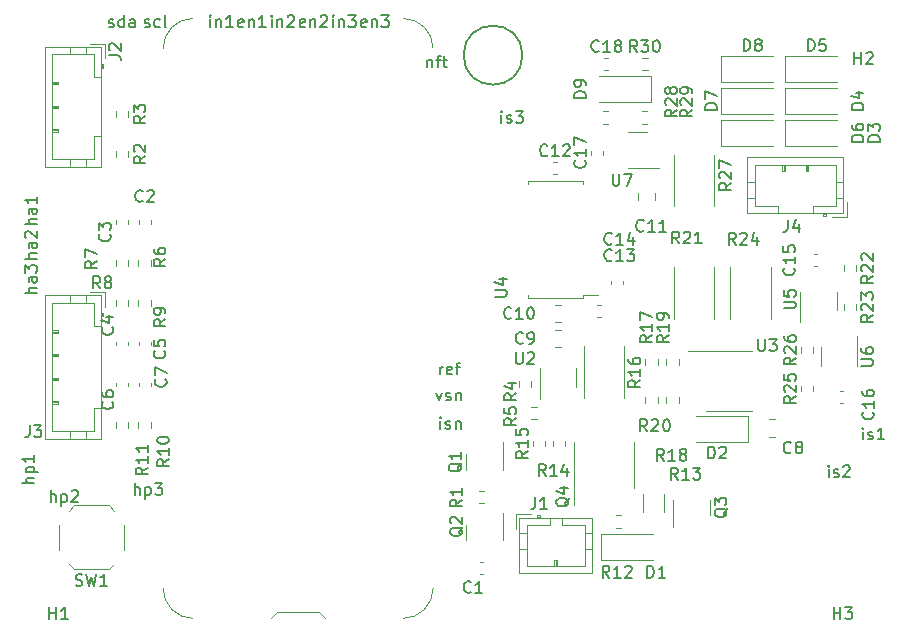
<source format=gbr>
%TF.GenerationSoftware,KiCad,Pcbnew,7.0.2-0*%
%TF.CreationDate,2023-11-25T15:14:41-08:00*%
%TF.ProjectId,Controller v1.1,436f6e74-726f-46c6-9c65-722076312e31,rev?*%
%TF.SameCoordinates,Original*%
%TF.FileFunction,Legend,Top*%
%TF.FilePolarity,Positive*%
%FSLAX46Y46*%
G04 Gerber Fmt 4.6, Leading zero omitted, Abs format (unit mm)*
G04 Created by KiCad (PCBNEW 7.0.2-0) date 2023-11-25 15:14:41*
%MOMM*%
%LPD*%
G01*
G04 APERTURE LIST*
%ADD10C,0.150000*%
%ADD11C,0.120000*%
%ADD12C,0.100000*%
G04 APERTURE END LIST*
D10*
X93061904Y-85115000D02*
X92966666Y-85162619D01*
X92966666Y-85162619D02*
X92776190Y-85162619D01*
X92776190Y-85162619D02*
X92680952Y-85115000D01*
X92680952Y-85115000D02*
X92633333Y-85019761D01*
X92633333Y-85019761D02*
X92633333Y-84638809D01*
X92633333Y-84638809D02*
X92680952Y-84543571D01*
X92680952Y-84543571D02*
X92776190Y-84495952D01*
X92776190Y-84495952D02*
X92966666Y-84495952D01*
X92966666Y-84495952D02*
X93061904Y-84543571D01*
X93061904Y-84543571D02*
X93109523Y-84638809D01*
X93109523Y-84638809D02*
X93109523Y-84734047D01*
X93109523Y-84734047D02*
X92633333Y-84829285D01*
X93538095Y-84495952D02*
X93538095Y-85162619D01*
X93538095Y-84591190D02*
X93585714Y-84543571D01*
X93585714Y-84543571D02*
X93680952Y-84495952D01*
X93680952Y-84495952D02*
X93823809Y-84495952D01*
X93823809Y-84495952D02*
X93919047Y-84543571D01*
X93919047Y-84543571D02*
X93966666Y-84638809D01*
X93966666Y-84638809D02*
X93966666Y-85162619D01*
X94395238Y-84257857D02*
X94442857Y-84210238D01*
X94442857Y-84210238D02*
X94538095Y-84162619D01*
X94538095Y-84162619D02*
X94776190Y-84162619D01*
X94776190Y-84162619D02*
X94871428Y-84210238D01*
X94871428Y-84210238D02*
X94919047Y-84257857D01*
X94919047Y-84257857D02*
X94966666Y-84353095D01*
X94966666Y-84353095D02*
X94966666Y-84448333D01*
X94966666Y-84448333D02*
X94919047Y-84591190D01*
X94919047Y-84591190D02*
X94347619Y-85162619D01*
X94347619Y-85162619D02*
X94966666Y-85162619D01*
X70162619Y-123742856D02*
X69162619Y-123742856D01*
X70162619Y-123314285D02*
X69638809Y-123314285D01*
X69638809Y-123314285D02*
X69543571Y-123361904D01*
X69543571Y-123361904D02*
X69495952Y-123457142D01*
X69495952Y-123457142D02*
X69495952Y-123599999D01*
X69495952Y-123599999D02*
X69543571Y-123695237D01*
X69543571Y-123695237D02*
X69591190Y-123742856D01*
X69495952Y-122838094D02*
X70495952Y-122838094D01*
X69543571Y-122838094D02*
X69495952Y-122742856D01*
X69495952Y-122742856D02*
X69495952Y-122552380D01*
X69495952Y-122552380D02*
X69543571Y-122457142D01*
X69543571Y-122457142D02*
X69591190Y-122409523D01*
X69591190Y-122409523D02*
X69686428Y-122361904D01*
X69686428Y-122361904D02*
X69972142Y-122361904D01*
X69972142Y-122361904D02*
X70067380Y-122409523D01*
X70067380Y-122409523D02*
X70115000Y-122457142D01*
X70115000Y-122457142D02*
X70162619Y-122552380D01*
X70162619Y-122552380D02*
X70162619Y-122742856D01*
X70162619Y-122742856D02*
X70115000Y-122838094D01*
X70162619Y-121409523D02*
X70162619Y-121980951D01*
X70162619Y-121695237D02*
X69162619Y-121695237D01*
X69162619Y-121695237D02*
X69305476Y-121790475D01*
X69305476Y-121790475D02*
X69400714Y-121885713D01*
X69400714Y-121885713D02*
X69448333Y-121980951D01*
X95471429Y-85162619D02*
X95471429Y-84495952D01*
X95471429Y-84162619D02*
X95423810Y-84210238D01*
X95423810Y-84210238D02*
X95471429Y-84257857D01*
X95471429Y-84257857D02*
X95519048Y-84210238D01*
X95519048Y-84210238D02*
X95471429Y-84162619D01*
X95471429Y-84162619D02*
X95471429Y-84257857D01*
X95947619Y-84495952D02*
X95947619Y-85162619D01*
X95947619Y-84591190D02*
X95995238Y-84543571D01*
X95995238Y-84543571D02*
X96090476Y-84495952D01*
X96090476Y-84495952D02*
X96233333Y-84495952D01*
X96233333Y-84495952D02*
X96328571Y-84543571D01*
X96328571Y-84543571D02*
X96376190Y-84638809D01*
X96376190Y-84638809D02*
X96376190Y-85162619D01*
X96757143Y-84162619D02*
X97376190Y-84162619D01*
X97376190Y-84162619D02*
X97042857Y-84543571D01*
X97042857Y-84543571D02*
X97185714Y-84543571D01*
X97185714Y-84543571D02*
X97280952Y-84591190D01*
X97280952Y-84591190D02*
X97328571Y-84638809D01*
X97328571Y-84638809D02*
X97376190Y-84734047D01*
X97376190Y-84734047D02*
X97376190Y-84972142D01*
X97376190Y-84972142D02*
X97328571Y-85067380D01*
X97328571Y-85067380D02*
X97280952Y-85115000D01*
X97280952Y-85115000D02*
X97185714Y-85162619D01*
X97185714Y-85162619D02*
X96900000Y-85162619D01*
X96900000Y-85162619D02*
X96804762Y-85115000D01*
X96804762Y-85115000D02*
X96757143Y-85067380D01*
X87861904Y-85115000D02*
X87766666Y-85162619D01*
X87766666Y-85162619D02*
X87576190Y-85162619D01*
X87576190Y-85162619D02*
X87480952Y-85115000D01*
X87480952Y-85115000D02*
X87433333Y-85019761D01*
X87433333Y-85019761D02*
X87433333Y-84638809D01*
X87433333Y-84638809D02*
X87480952Y-84543571D01*
X87480952Y-84543571D02*
X87576190Y-84495952D01*
X87576190Y-84495952D02*
X87766666Y-84495952D01*
X87766666Y-84495952D02*
X87861904Y-84543571D01*
X87861904Y-84543571D02*
X87909523Y-84638809D01*
X87909523Y-84638809D02*
X87909523Y-84734047D01*
X87909523Y-84734047D02*
X87433333Y-84829285D01*
X88338095Y-84495952D02*
X88338095Y-85162619D01*
X88338095Y-84591190D02*
X88385714Y-84543571D01*
X88385714Y-84543571D02*
X88480952Y-84495952D01*
X88480952Y-84495952D02*
X88623809Y-84495952D01*
X88623809Y-84495952D02*
X88719047Y-84543571D01*
X88719047Y-84543571D02*
X88766666Y-84638809D01*
X88766666Y-84638809D02*
X88766666Y-85162619D01*
X89766666Y-85162619D02*
X89195238Y-85162619D01*
X89480952Y-85162619D02*
X89480952Y-84162619D01*
X89480952Y-84162619D02*
X89385714Y-84305476D01*
X89385714Y-84305476D02*
X89290476Y-84400714D01*
X89290476Y-84400714D02*
X89195238Y-84448333D01*
X104542857Y-119162619D02*
X104542857Y-118495952D01*
X104542857Y-118162619D02*
X104495238Y-118210238D01*
X104495238Y-118210238D02*
X104542857Y-118257857D01*
X104542857Y-118257857D02*
X104590476Y-118210238D01*
X104590476Y-118210238D02*
X104542857Y-118162619D01*
X104542857Y-118162619D02*
X104542857Y-118257857D01*
X104971428Y-119115000D02*
X105066666Y-119162619D01*
X105066666Y-119162619D02*
X105257142Y-119162619D01*
X105257142Y-119162619D02*
X105352380Y-119115000D01*
X105352380Y-119115000D02*
X105399999Y-119019761D01*
X105399999Y-119019761D02*
X105399999Y-118972142D01*
X105399999Y-118972142D02*
X105352380Y-118876904D01*
X105352380Y-118876904D02*
X105257142Y-118829285D01*
X105257142Y-118829285D02*
X105114285Y-118829285D01*
X105114285Y-118829285D02*
X105019047Y-118781666D01*
X105019047Y-118781666D02*
X104971428Y-118686428D01*
X104971428Y-118686428D02*
X104971428Y-118638809D01*
X104971428Y-118638809D02*
X105019047Y-118543571D01*
X105019047Y-118543571D02*
X105114285Y-118495952D01*
X105114285Y-118495952D02*
X105257142Y-118495952D01*
X105257142Y-118495952D02*
X105352380Y-118543571D01*
X105828571Y-118495952D02*
X105828571Y-119162619D01*
X105828571Y-118591190D02*
X105876190Y-118543571D01*
X105876190Y-118543571D02*
X105971428Y-118495952D01*
X105971428Y-118495952D02*
X106114285Y-118495952D01*
X106114285Y-118495952D02*
X106209523Y-118543571D01*
X106209523Y-118543571D02*
X106257142Y-118638809D01*
X106257142Y-118638809D02*
X106257142Y-119162619D01*
X137419048Y-123262619D02*
X137419048Y-122595952D01*
X137419048Y-122262619D02*
X137371429Y-122310238D01*
X137371429Y-122310238D02*
X137419048Y-122357857D01*
X137419048Y-122357857D02*
X137466667Y-122310238D01*
X137466667Y-122310238D02*
X137419048Y-122262619D01*
X137419048Y-122262619D02*
X137419048Y-122357857D01*
X137847619Y-123215000D02*
X137942857Y-123262619D01*
X137942857Y-123262619D02*
X138133333Y-123262619D01*
X138133333Y-123262619D02*
X138228571Y-123215000D01*
X138228571Y-123215000D02*
X138276190Y-123119761D01*
X138276190Y-123119761D02*
X138276190Y-123072142D01*
X138276190Y-123072142D02*
X138228571Y-122976904D01*
X138228571Y-122976904D02*
X138133333Y-122929285D01*
X138133333Y-122929285D02*
X137990476Y-122929285D01*
X137990476Y-122929285D02*
X137895238Y-122881666D01*
X137895238Y-122881666D02*
X137847619Y-122786428D01*
X137847619Y-122786428D02*
X137847619Y-122738809D01*
X137847619Y-122738809D02*
X137895238Y-122643571D01*
X137895238Y-122643571D02*
X137990476Y-122595952D01*
X137990476Y-122595952D02*
X138133333Y-122595952D01*
X138133333Y-122595952D02*
X138228571Y-122643571D01*
X138657143Y-122357857D02*
X138704762Y-122310238D01*
X138704762Y-122310238D02*
X138800000Y-122262619D01*
X138800000Y-122262619D02*
X139038095Y-122262619D01*
X139038095Y-122262619D02*
X139133333Y-122310238D01*
X139133333Y-122310238D02*
X139180952Y-122357857D01*
X139180952Y-122357857D02*
X139228571Y-122453095D01*
X139228571Y-122453095D02*
X139228571Y-122548333D01*
X139228571Y-122548333D02*
X139180952Y-122691190D01*
X139180952Y-122691190D02*
X138609524Y-123262619D01*
X138609524Y-123262619D02*
X139228571Y-123262619D01*
X85071429Y-85162619D02*
X85071429Y-84495952D01*
X85071429Y-84162619D02*
X85023810Y-84210238D01*
X85023810Y-84210238D02*
X85071429Y-84257857D01*
X85071429Y-84257857D02*
X85119048Y-84210238D01*
X85119048Y-84210238D02*
X85071429Y-84162619D01*
X85071429Y-84162619D02*
X85071429Y-84257857D01*
X85547619Y-84495952D02*
X85547619Y-85162619D01*
X85547619Y-84591190D02*
X85595238Y-84543571D01*
X85595238Y-84543571D02*
X85690476Y-84495952D01*
X85690476Y-84495952D02*
X85833333Y-84495952D01*
X85833333Y-84495952D02*
X85928571Y-84543571D01*
X85928571Y-84543571D02*
X85976190Y-84638809D01*
X85976190Y-84638809D02*
X85976190Y-85162619D01*
X86976190Y-85162619D02*
X86404762Y-85162619D01*
X86690476Y-85162619D02*
X86690476Y-84162619D01*
X86690476Y-84162619D02*
X86595238Y-84305476D01*
X86595238Y-84305476D02*
X86500000Y-84400714D01*
X86500000Y-84400714D02*
X86404762Y-84448333D01*
X90271429Y-85162619D02*
X90271429Y-84495952D01*
X90271429Y-84162619D02*
X90223810Y-84210238D01*
X90223810Y-84210238D02*
X90271429Y-84257857D01*
X90271429Y-84257857D02*
X90319048Y-84210238D01*
X90319048Y-84210238D02*
X90271429Y-84162619D01*
X90271429Y-84162619D02*
X90271429Y-84257857D01*
X90747619Y-84495952D02*
X90747619Y-85162619D01*
X90747619Y-84591190D02*
X90795238Y-84543571D01*
X90795238Y-84543571D02*
X90890476Y-84495952D01*
X90890476Y-84495952D02*
X91033333Y-84495952D01*
X91033333Y-84495952D02*
X91128571Y-84543571D01*
X91128571Y-84543571D02*
X91176190Y-84638809D01*
X91176190Y-84638809D02*
X91176190Y-85162619D01*
X91604762Y-84257857D02*
X91652381Y-84210238D01*
X91652381Y-84210238D02*
X91747619Y-84162619D01*
X91747619Y-84162619D02*
X91985714Y-84162619D01*
X91985714Y-84162619D02*
X92080952Y-84210238D01*
X92080952Y-84210238D02*
X92128571Y-84257857D01*
X92128571Y-84257857D02*
X92176190Y-84353095D01*
X92176190Y-84353095D02*
X92176190Y-84448333D01*
X92176190Y-84448333D02*
X92128571Y-84591190D01*
X92128571Y-84591190D02*
X91557143Y-85162619D01*
X91557143Y-85162619D02*
X92176190Y-85162619D01*
X109719048Y-93262619D02*
X109719048Y-92595952D01*
X109719048Y-92262619D02*
X109671429Y-92310238D01*
X109671429Y-92310238D02*
X109719048Y-92357857D01*
X109719048Y-92357857D02*
X109766667Y-92310238D01*
X109766667Y-92310238D02*
X109719048Y-92262619D01*
X109719048Y-92262619D02*
X109719048Y-92357857D01*
X110147619Y-93215000D02*
X110242857Y-93262619D01*
X110242857Y-93262619D02*
X110433333Y-93262619D01*
X110433333Y-93262619D02*
X110528571Y-93215000D01*
X110528571Y-93215000D02*
X110576190Y-93119761D01*
X110576190Y-93119761D02*
X110576190Y-93072142D01*
X110576190Y-93072142D02*
X110528571Y-92976904D01*
X110528571Y-92976904D02*
X110433333Y-92929285D01*
X110433333Y-92929285D02*
X110290476Y-92929285D01*
X110290476Y-92929285D02*
X110195238Y-92881666D01*
X110195238Y-92881666D02*
X110147619Y-92786428D01*
X110147619Y-92786428D02*
X110147619Y-92738809D01*
X110147619Y-92738809D02*
X110195238Y-92643571D01*
X110195238Y-92643571D02*
X110290476Y-92595952D01*
X110290476Y-92595952D02*
X110433333Y-92595952D01*
X110433333Y-92595952D02*
X110528571Y-92643571D01*
X110909524Y-92262619D02*
X111528571Y-92262619D01*
X111528571Y-92262619D02*
X111195238Y-92643571D01*
X111195238Y-92643571D02*
X111338095Y-92643571D01*
X111338095Y-92643571D02*
X111433333Y-92691190D01*
X111433333Y-92691190D02*
X111480952Y-92738809D01*
X111480952Y-92738809D02*
X111528571Y-92834047D01*
X111528571Y-92834047D02*
X111528571Y-93072142D01*
X111528571Y-93072142D02*
X111480952Y-93167380D01*
X111480952Y-93167380D02*
X111433333Y-93215000D01*
X111433333Y-93215000D02*
X111338095Y-93262619D01*
X111338095Y-93262619D02*
X111052381Y-93262619D01*
X111052381Y-93262619D02*
X110957143Y-93215000D01*
X110957143Y-93215000D02*
X110909524Y-93167380D01*
X104514285Y-114562619D02*
X104514285Y-113895952D01*
X104514285Y-114086428D02*
X104561904Y-113991190D01*
X104561904Y-113991190D02*
X104609523Y-113943571D01*
X104609523Y-113943571D02*
X104704761Y-113895952D01*
X104704761Y-113895952D02*
X104799999Y-113895952D01*
X105514285Y-114515000D02*
X105419047Y-114562619D01*
X105419047Y-114562619D02*
X105228571Y-114562619D01*
X105228571Y-114562619D02*
X105133333Y-114515000D01*
X105133333Y-114515000D02*
X105085714Y-114419761D01*
X105085714Y-114419761D02*
X105085714Y-114038809D01*
X105085714Y-114038809D02*
X105133333Y-113943571D01*
X105133333Y-113943571D02*
X105228571Y-113895952D01*
X105228571Y-113895952D02*
X105419047Y-113895952D01*
X105419047Y-113895952D02*
X105514285Y-113943571D01*
X105514285Y-113943571D02*
X105561904Y-114038809D01*
X105561904Y-114038809D02*
X105561904Y-114134047D01*
X105561904Y-114134047D02*
X105085714Y-114229285D01*
X105847619Y-113895952D02*
X106228571Y-113895952D01*
X105990476Y-114562619D02*
X105990476Y-113705476D01*
X105990476Y-113705476D02*
X106038095Y-113610238D01*
X106038095Y-113610238D02*
X106133333Y-113562619D01*
X106133333Y-113562619D02*
X106228571Y-113562619D01*
X140319048Y-120062619D02*
X140319048Y-119395952D01*
X140319048Y-119062619D02*
X140271429Y-119110238D01*
X140271429Y-119110238D02*
X140319048Y-119157857D01*
X140319048Y-119157857D02*
X140366667Y-119110238D01*
X140366667Y-119110238D02*
X140319048Y-119062619D01*
X140319048Y-119062619D02*
X140319048Y-119157857D01*
X140747619Y-120015000D02*
X140842857Y-120062619D01*
X140842857Y-120062619D02*
X141033333Y-120062619D01*
X141033333Y-120062619D02*
X141128571Y-120015000D01*
X141128571Y-120015000D02*
X141176190Y-119919761D01*
X141176190Y-119919761D02*
X141176190Y-119872142D01*
X141176190Y-119872142D02*
X141128571Y-119776904D01*
X141128571Y-119776904D02*
X141033333Y-119729285D01*
X141033333Y-119729285D02*
X140890476Y-119729285D01*
X140890476Y-119729285D02*
X140795238Y-119681666D01*
X140795238Y-119681666D02*
X140747619Y-119586428D01*
X140747619Y-119586428D02*
X140747619Y-119538809D01*
X140747619Y-119538809D02*
X140795238Y-119443571D01*
X140795238Y-119443571D02*
X140890476Y-119395952D01*
X140890476Y-119395952D02*
X141033333Y-119395952D01*
X141033333Y-119395952D02*
X141128571Y-119443571D01*
X142128571Y-120062619D02*
X141557143Y-120062619D01*
X141842857Y-120062619D02*
X141842857Y-119062619D01*
X141842857Y-119062619D02*
X141747619Y-119205476D01*
X141747619Y-119205476D02*
X141652381Y-119300714D01*
X141652381Y-119300714D02*
X141557143Y-119348333D01*
X70362619Y-107642856D02*
X69362619Y-107642856D01*
X70362619Y-107214285D02*
X69838809Y-107214285D01*
X69838809Y-107214285D02*
X69743571Y-107261904D01*
X69743571Y-107261904D02*
X69695952Y-107357142D01*
X69695952Y-107357142D02*
X69695952Y-107499999D01*
X69695952Y-107499999D02*
X69743571Y-107595237D01*
X69743571Y-107595237D02*
X69791190Y-107642856D01*
X70362619Y-106309523D02*
X69838809Y-106309523D01*
X69838809Y-106309523D02*
X69743571Y-106357142D01*
X69743571Y-106357142D02*
X69695952Y-106452380D01*
X69695952Y-106452380D02*
X69695952Y-106642856D01*
X69695952Y-106642856D02*
X69743571Y-106738094D01*
X70315000Y-106309523D02*
X70362619Y-106404761D01*
X70362619Y-106404761D02*
X70362619Y-106642856D01*
X70362619Y-106642856D02*
X70315000Y-106738094D01*
X70315000Y-106738094D02*
X70219761Y-106785713D01*
X70219761Y-106785713D02*
X70124523Y-106785713D01*
X70124523Y-106785713D02*
X70029285Y-106738094D01*
X70029285Y-106738094D02*
X69981666Y-106642856D01*
X69981666Y-106642856D02*
X69981666Y-106404761D01*
X69981666Y-106404761D02*
X69934047Y-106309523D01*
X69362619Y-105928570D02*
X69362619Y-105309523D01*
X69362619Y-105309523D02*
X69743571Y-105642856D01*
X69743571Y-105642856D02*
X69743571Y-105499999D01*
X69743571Y-105499999D02*
X69791190Y-105404761D01*
X69791190Y-105404761D02*
X69838809Y-105357142D01*
X69838809Y-105357142D02*
X69934047Y-105309523D01*
X69934047Y-105309523D02*
X70172142Y-105309523D01*
X70172142Y-105309523D02*
X70267380Y-105357142D01*
X70267380Y-105357142D02*
X70315000Y-105404761D01*
X70315000Y-105404761D02*
X70362619Y-105499999D01*
X70362619Y-105499999D02*
X70362619Y-105785713D01*
X70362619Y-105785713D02*
X70315000Y-105880951D01*
X70315000Y-105880951D02*
X70267380Y-105928570D01*
X71557143Y-125362619D02*
X71557143Y-124362619D01*
X71985714Y-125362619D02*
X71985714Y-124838809D01*
X71985714Y-124838809D02*
X71938095Y-124743571D01*
X71938095Y-124743571D02*
X71842857Y-124695952D01*
X71842857Y-124695952D02*
X71700000Y-124695952D01*
X71700000Y-124695952D02*
X71604762Y-124743571D01*
X71604762Y-124743571D02*
X71557143Y-124791190D01*
X72461905Y-124695952D02*
X72461905Y-125695952D01*
X72461905Y-124743571D02*
X72557143Y-124695952D01*
X72557143Y-124695952D02*
X72747619Y-124695952D01*
X72747619Y-124695952D02*
X72842857Y-124743571D01*
X72842857Y-124743571D02*
X72890476Y-124791190D01*
X72890476Y-124791190D02*
X72938095Y-124886428D01*
X72938095Y-124886428D02*
X72938095Y-125172142D01*
X72938095Y-125172142D02*
X72890476Y-125267380D01*
X72890476Y-125267380D02*
X72842857Y-125315000D01*
X72842857Y-125315000D02*
X72747619Y-125362619D01*
X72747619Y-125362619D02*
X72557143Y-125362619D01*
X72557143Y-125362619D02*
X72461905Y-125315000D01*
X73319048Y-124457857D02*
X73366667Y-124410238D01*
X73366667Y-124410238D02*
X73461905Y-124362619D01*
X73461905Y-124362619D02*
X73700000Y-124362619D01*
X73700000Y-124362619D02*
X73795238Y-124410238D01*
X73795238Y-124410238D02*
X73842857Y-124457857D01*
X73842857Y-124457857D02*
X73890476Y-124553095D01*
X73890476Y-124553095D02*
X73890476Y-124648333D01*
X73890476Y-124648333D02*
X73842857Y-124791190D01*
X73842857Y-124791190D02*
X73271429Y-125362619D01*
X73271429Y-125362619D02*
X73890476Y-125362619D01*
X76480952Y-85115000D02*
X76576190Y-85162619D01*
X76576190Y-85162619D02*
X76766666Y-85162619D01*
X76766666Y-85162619D02*
X76861904Y-85115000D01*
X76861904Y-85115000D02*
X76909523Y-85019761D01*
X76909523Y-85019761D02*
X76909523Y-84972142D01*
X76909523Y-84972142D02*
X76861904Y-84876904D01*
X76861904Y-84876904D02*
X76766666Y-84829285D01*
X76766666Y-84829285D02*
X76623809Y-84829285D01*
X76623809Y-84829285D02*
X76528571Y-84781666D01*
X76528571Y-84781666D02*
X76480952Y-84686428D01*
X76480952Y-84686428D02*
X76480952Y-84638809D01*
X76480952Y-84638809D02*
X76528571Y-84543571D01*
X76528571Y-84543571D02*
X76623809Y-84495952D01*
X76623809Y-84495952D02*
X76766666Y-84495952D01*
X76766666Y-84495952D02*
X76861904Y-84543571D01*
X77766666Y-85162619D02*
X77766666Y-84162619D01*
X77766666Y-85115000D02*
X77671428Y-85162619D01*
X77671428Y-85162619D02*
X77480952Y-85162619D01*
X77480952Y-85162619D02*
X77385714Y-85115000D01*
X77385714Y-85115000D02*
X77338095Y-85067380D01*
X77338095Y-85067380D02*
X77290476Y-84972142D01*
X77290476Y-84972142D02*
X77290476Y-84686428D01*
X77290476Y-84686428D02*
X77338095Y-84591190D01*
X77338095Y-84591190D02*
X77385714Y-84543571D01*
X77385714Y-84543571D02*
X77480952Y-84495952D01*
X77480952Y-84495952D02*
X77671428Y-84495952D01*
X77671428Y-84495952D02*
X77766666Y-84543571D01*
X78671428Y-85162619D02*
X78671428Y-84638809D01*
X78671428Y-84638809D02*
X78623809Y-84543571D01*
X78623809Y-84543571D02*
X78528571Y-84495952D01*
X78528571Y-84495952D02*
X78338095Y-84495952D01*
X78338095Y-84495952D02*
X78242857Y-84543571D01*
X78671428Y-85115000D02*
X78576190Y-85162619D01*
X78576190Y-85162619D02*
X78338095Y-85162619D01*
X78338095Y-85162619D02*
X78242857Y-85115000D01*
X78242857Y-85115000D02*
X78195238Y-85019761D01*
X78195238Y-85019761D02*
X78195238Y-84924523D01*
X78195238Y-84924523D02*
X78242857Y-84829285D01*
X78242857Y-84829285D02*
X78338095Y-84781666D01*
X78338095Y-84781666D02*
X78576190Y-84781666D01*
X78576190Y-84781666D02*
X78671428Y-84734047D01*
X98261904Y-85115000D02*
X98166666Y-85162619D01*
X98166666Y-85162619D02*
X97976190Y-85162619D01*
X97976190Y-85162619D02*
X97880952Y-85115000D01*
X97880952Y-85115000D02*
X97833333Y-85019761D01*
X97833333Y-85019761D02*
X97833333Y-84638809D01*
X97833333Y-84638809D02*
X97880952Y-84543571D01*
X97880952Y-84543571D02*
X97976190Y-84495952D01*
X97976190Y-84495952D02*
X98166666Y-84495952D01*
X98166666Y-84495952D02*
X98261904Y-84543571D01*
X98261904Y-84543571D02*
X98309523Y-84638809D01*
X98309523Y-84638809D02*
X98309523Y-84734047D01*
X98309523Y-84734047D02*
X97833333Y-84829285D01*
X98738095Y-84495952D02*
X98738095Y-85162619D01*
X98738095Y-84591190D02*
X98785714Y-84543571D01*
X98785714Y-84543571D02*
X98880952Y-84495952D01*
X98880952Y-84495952D02*
X99023809Y-84495952D01*
X99023809Y-84495952D02*
X99119047Y-84543571D01*
X99119047Y-84543571D02*
X99166666Y-84638809D01*
X99166666Y-84638809D02*
X99166666Y-85162619D01*
X99547619Y-84162619D02*
X100166666Y-84162619D01*
X100166666Y-84162619D02*
X99833333Y-84543571D01*
X99833333Y-84543571D02*
X99976190Y-84543571D01*
X99976190Y-84543571D02*
X100071428Y-84591190D01*
X100071428Y-84591190D02*
X100119047Y-84638809D01*
X100119047Y-84638809D02*
X100166666Y-84734047D01*
X100166666Y-84734047D02*
X100166666Y-84972142D01*
X100166666Y-84972142D02*
X100119047Y-85067380D01*
X100119047Y-85067380D02*
X100071428Y-85115000D01*
X100071428Y-85115000D02*
X99976190Y-85162619D01*
X99976190Y-85162619D02*
X99690476Y-85162619D01*
X99690476Y-85162619D02*
X99595238Y-85115000D01*
X99595238Y-85115000D02*
X99547619Y-85067380D01*
X70362619Y-101842856D02*
X69362619Y-101842856D01*
X70362619Y-101414285D02*
X69838809Y-101414285D01*
X69838809Y-101414285D02*
X69743571Y-101461904D01*
X69743571Y-101461904D02*
X69695952Y-101557142D01*
X69695952Y-101557142D02*
X69695952Y-101699999D01*
X69695952Y-101699999D02*
X69743571Y-101795237D01*
X69743571Y-101795237D02*
X69791190Y-101842856D01*
X70362619Y-100509523D02*
X69838809Y-100509523D01*
X69838809Y-100509523D02*
X69743571Y-100557142D01*
X69743571Y-100557142D02*
X69695952Y-100652380D01*
X69695952Y-100652380D02*
X69695952Y-100842856D01*
X69695952Y-100842856D02*
X69743571Y-100938094D01*
X70315000Y-100509523D02*
X70362619Y-100604761D01*
X70362619Y-100604761D02*
X70362619Y-100842856D01*
X70362619Y-100842856D02*
X70315000Y-100938094D01*
X70315000Y-100938094D02*
X70219761Y-100985713D01*
X70219761Y-100985713D02*
X70124523Y-100985713D01*
X70124523Y-100985713D02*
X70029285Y-100938094D01*
X70029285Y-100938094D02*
X69981666Y-100842856D01*
X69981666Y-100842856D02*
X69981666Y-100604761D01*
X69981666Y-100604761D02*
X69934047Y-100509523D01*
X70362619Y-99509523D02*
X70362619Y-100080951D01*
X70362619Y-99795237D02*
X69362619Y-99795237D01*
X69362619Y-99795237D02*
X69505476Y-99890475D01*
X69505476Y-99890475D02*
X69600714Y-99985713D01*
X69600714Y-99985713D02*
X69648333Y-100080951D01*
X103414285Y-87895952D02*
X103414285Y-88562619D01*
X103414285Y-87991190D02*
X103461904Y-87943571D01*
X103461904Y-87943571D02*
X103557142Y-87895952D01*
X103557142Y-87895952D02*
X103699999Y-87895952D01*
X103699999Y-87895952D02*
X103795237Y-87943571D01*
X103795237Y-87943571D02*
X103842856Y-88038809D01*
X103842856Y-88038809D02*
X103842856Y-88562619D01*
X104176190Y-87895952D02*
X104557142Y-87895952D01*
X104319047Y-88562619D02*
X104319047Y-87705476D01*
X104319047Y-87705476D02*
X104366666Y-87610238D01*
X104366666Y-87610238D02*
X104461904Y-87562619D01*
X104461904Y-87562619D02*
X104557142Y-87562619D01*
X104747619Y-87895952D02*
X105128571Y-87895952D01*
X104890476Y-87562619D02*
X104890476Y-88419761D01*
X104890476Y-88419761D02*
X104938095Y-88515000D01*
X104938095Y-88515000D02*
X105033333Y-88562619D01*
X105033333Y-88562619D02*
X105128571Y-88562619D01*
X79495238Y-85115000D02*
X79590476Y-85162619D01*
X79590476Y-85162619D02*
X79780952Y-85162619D01*
X79780952Y-85162619D02*
X79876190Y-85115000D01*
X79876190Y-85115000D02*
X79923809Y-85019761D01*
X79923809Y-85019761D02*
X79923809Y-84972142D01*
X79923809Y-84972142D02*
X79876190Y-84876904D01*
X79876190Y-84876904D02*
X79780952Y-84829285D01*
X79780952Y-84829285D02*
X79638095Y-84829285D01*
X79638095Y-84829285D02*
X79542857Y-84781666D01*
X79542857Y-84781666D02*
X79495238Y-84686428D01*
X79495238Y-84686428D02*
X79495238Y-84638809D01*
X79495238Y-84638809D02*
X79542857Y-84543571D01*
X79542857Y-84543571D02*
X79638095Y-84495952D01*
X79638095Y-84495952D02*
X79780952Y-84495952D01*
X79780952Y-84495952D02*
X79876190Y-84543571D01*
X80780952Y-85115000D02*
X80685714Y-85162619D01*
X80685714Y-85162619D02*
X80495238Y-85162619D01*
X80495238Y-85162619D02*
X80400000Y-85115000D01*
X80400000Y-85115000D02*
X80352381Y-85067380D01*
X80352381Y-85067380D02*
X80304762Y-84972142D01*
X80304762Y-84972142D02*
X80304762Y-84686428D01*
X80304762Y-84686428D02*
X80352381Y-84591190D01*
X80352381Y-84591190D02*
X80400000Y-84543571D01*
X80400000Y-84543571D02*
X80495238Y-84495952D01*
X80495238Y-84495952D02*
X80685714Y-84495952D01*
X80685714Y-84495952D02*
X80780952Y-84543571D01*
X81352381Y-85162619D02*
X81257143Y-85115000D01*
X81257143Y-85115000D02*
X81209524Y-85019761D01*
X81209524Y-85019761D02*
X81209524Y-84162619D01*
X70362619Y-104742856D02*
X69362619Y-104742856D01*
X70362619Y-104314285D02*
X69838809Y-104314285D01*
X69838809Y-104314285D02*
X69743571Y-104361904D01*
X69743571Y-104361904D02*
X69695952Y-104457142D01*
X69695952Y-104457142D02*
X69695952Y-104599999D01*
X69695952Y-104599999D02*
X69743571Y-104695237D01*
X69743571Y-104695237D02*
X69791190Y-104742856D01*
X70362619Y-103409523D02*
X69838809Y-103409523D01*
X69838809Y-103409523D02*
X69743571Y-103457142D01*
X69743571Y-103457142D02*
X69695952Y-103552380D01*
X69695952Y-103552380D02*
X69695952Y-103742856D01*
X69695952Y-103742856D02*
X69743571Y-103838094D01*
X70315000Y-103409523D02*
X70362619Y-103504761D01*
X70362619Y-103504761D02*
X70362619Y-103742856D01*
X70362619Y-103742856D02*
X70315000Y-103838094D01*
X70315000Y-103838094D02*
X70219761Y-103885713D01*
X70219761Y-103885713D02*
X70124523Y-103885713D01*
X70124523Y-103885713D02*
X70029285Y-103838094D01*
X70029285Y-103838094D02*
X69981666Y-103742856D01*
X69981666Y-103742856D02*
X69981666Y-103504761D01*
X69981666Y-103504761D02*
X69934047Y-103409523D01*
X69457857Y-102980951D02*
X69410238Y-102933332D01*
X69410238Y-102933332D02*
X69362619Y-102838094D01*
X69362619Y-102838094D02*
X69362619Y-102599999D01*
X69362619Y-102599999D02*
X69410238Y-102504761D01*
X69410238Y-102504761D02*
X69457857Y-102457142D01*
X69457857Y-102457142D02*
X69553095Y-102409523D01*
X69553095Y-102409523D02*
X69648333Y-102409523D01*
X69648333Y-102409523D02*
X69791190Y-102457142D01*
X69791190Y-102457142D02*
X70362619Y-103028570D01*
X70362619Y-103028570D02*
X70362619Y-102409523D01*
X78657143Y-124762619D02*
X78657143Y-123762619D01*
X79085714Y-124762619D02*
X79085714Y-124238809D01*
X79085714Y-124238809D02*
X79038095Y-124143571D01*
X79038095Y-124143571D02*
X78942857Y-124095952D01*
X78942857Y-124095952D02*
X78800000Y-124095952D01*
X78800000Y-124095952D02*
X78704762Y-124143571D01*
X78704762Y-124143571D02*
X78657143Y-124191190D01*
X79561905Y-124095952D02*
X79561905Y-125095952D01*
X79561905Y-124143571D02*
X79657143Y-124095952D01*
X79657143Y-124095952D02*
X79847619Y-124095952D01*
X79847619Y-124095952D02*
X79942857Y-124143571D01*
X79942857Y-124143571D02*
X79990476Y-124191190D01*
X79990476Y-124191190D02*
X80038095Y-124286428D01*
X80038095Y-124286428D02*
X80038095Y-124572142D01*
X80038095Y-124572142D02*
X79990476Y-124667380D01*
X79990476Y-124667380D02*
X79942857Y-124715000D01*
X79942857Y-124715000D02*
X79847619Y-124762619D01*
X79847619Y-124762619D02*
X79657143Y-124762619D01*
X79657143Y-124762619D02*
X79561905Y-124715000D01*
X80371429Y-123762619D02*
X80990476Y-123762619D01*
X80990476Y-123762619D02*
X80657143Y-124143571D01*
X80657143Y-124143571D02*
X80800000Y-124143571D01*
X80800000Y-124143571D02*
X80895238Y-124191190D01*
X80895238Y-124191190D02*
X80942857Y-124238809D01*
X80942857Y-124238809D02*
X80990476Y-124334047D01*
X80990476Y-124334047D02*
X80990476Y-124572142D01*
X80990476Y-124572142D02*
X80942857Y-124667380D01*
X80942857Y-124667380D02*
X80895238Y-124715000D01*
X80895238Y-124715000D02*
X80800000Y-124762619D01*
X80800000Y-124762619D02*
X80514286Y-124762619D01*
X80514286Y-124762619D02*
X80419048Y-124715000D01*
X80419048Y-124715000D02*
X80371429Y-124667380D01*
X104204762Y-116095952D02*
X104442857Y-116762619D01*
X104442857Y-116762619D02*
X104680952Y-116095952D01*
X105014286Y-116715000D02*
X105109524Y-116762619D01*
X105109524Y-116762619D02*
X105300000Y-116762619D01*
X105300000Y-116762619D02*
X105395238Y-116715000D01*
X105395238Y-116715000D02*
X105442857Y-116619761D01*
X105442857Y-116619761D02*
X105442857Y-116572142D01*
X105442857Y-116572142D02*
X105395238Y-116476904D01*
X105395238Y-116476904D02*
X105300000Y-116429285D01*
X105300000Y-116429285D02*
X105157143Y-116429285D01*
X105157143Y-116429285D02*
X105061905Y-116381666D01*
X105061905Y-116381666D02*
X105014286Y-116286428D01*
X105014286Y-116286428D02*
X105014286Y-116238809D01*
X105014286Y-116238809D02*
X105061905Y-116143571D01*
X105061905Y-116143571D02*
X105157143Y-116095952D01*
X105157143Y-116095952D02*
X105300000Y-116095952D01*
X105300000Y-116095952D02*
X105395238Y-116143571D01*
X105871429Y-116095952D02*
X105871429Y-116762619D01*
X105871429Y-116191190D02*
X105919048Y-116143571D01*
X105919048Y-116143571D02*
X106014286Y-116095952D01*
X106014286Y-116095952D02*
X106157143Y-116095952D01*
X106157143Y-116095952D02*
X106252381Y-116143571D01*
X106252381Y-116143571D02*
X106300000Y-116238809D01*
X106300000Y-116238809D02*
X106300000Y-116762619D01*
%TO.C,R17*%
X122462619Y-111242857D02*
X121986428Y-111576190D01*
X122462619Y-111814285D02*
X121462619Y-111814285D01*
X121462619Y-111814285D02*
X121462619Y-111433333D01*
X121462619Y-111433333D02*
X121510238Y-111338095D01*
X121510238Y-111338095D02*
X121557857Y-111290476D01*
X121557857Y-111290476D02*
X121653095Y-111242857D01*
X121653095Y-111242857D02*
X121795952Y-111242857D01*
X121795952Y-111242857D02*
X121891190Y-111290476D01*
X121891190Y-111290476D02*
X121938809Y-111338095D01*
X121938809Y-111338095D02*
X121986428Y-111433333D01*
X121986428Y-111433333D02*
X121986428Y-111814285D01*
X122462619Y-110290476D02*
X122462619Y-110861904D01*
X122462619Y-110576190D02*
X121462619Y-110576190D01*
X121462619Y-110576190D02*
X121605476Y-110671428D01*
X121605476Y-110671428D02*
X121700714Y-110766666D01*
X121700714Y-110766666D02*
X121748333Y-110861904D01*
X121462619Y-109957142D02*
X121462619Y-109290476D01*
X121462619Y-109290476D02*
X122462619Y-109719047D01*
%TO.C,C2*%
X79333333Y-99867380D02*
X79285714Y-99915000D01*
X79285714Y-99915000D02*
X79142857Y-99962619D01*
X79142857Y-99962619D02*
X79047619Y-99962619D01*
X79047619Y-99962619D02*
X78904762Y-99915000D01*
X78904762Y-99915000D02*
X78809524Y-99819761D01*
X78809524Y-99819761D02*
X78761905Y-99724523D01*
X78761905Y-99724523D02*
X78714286Y-99534047D01*
X78714286Y-99534047D02*
X78714286Y-99391190D01*
X78714286Y-99391190D02*
X78761905Y-99200714D01*
X78761905Y-99200714D02*
X78809524Y-99105476D01*
X78809524Y-99105476D02*
X78904762Y-99010238D01*
X78904762Y-99010238D02*
X79047619Y-98962619D01*
X79047619Y-98962619D02*
X79142857Y-98962619D01*
X79142857Y-98962619D02*
X79285714Y-99010238D01*
X79285714Y-99010238D02*
X79333333Y-99057857D01*
X79714286Y-99057857D02*
X79761905Y-99010238D01*
X79761905Y-99010238D02*
X79857143Y-98962619D01*
X79857143Y-98962619D02*
X80095238Y-98962619D01*
X80095238Y-98962619D02*
X80190476Y-99010238D01*
X80190476Y-99010238D02*
X80238095Y-99057857D01*
X80238095Y-99057857D02*
X80285714Y-99153095D01*
X80285714Y-99153095D02*
X80285714Y-99248333D01*
X80285714Y-99248333D02*
X80238095Y-99391190D01*
X80238095Y-99391190D02*
X79666667Y-99962619D01*
X79666667Y-99962619D02*
X80285714Y-99962619D01*
%TO.C,C16*%
X141167380Y-117742857D02*
X141215000Y-117790476D01*
X141215000Y-117790476D02*
X141262619Y-117933333D01*
X141262619Y-117933333D02*
X141262619Y-118028571D01*
X141262619Y-118028571D02*
X141215000Y-118171428D01*
X141215000Y-118171428D02*
X141119761Y-118266666D01*
X141119761Y-118266666D02*
X141024523Y-118314285D01*
X141024523Y-118314285D02*
X140834047Y-118361904D01*
X140834047Y-118361904D02*
X140691190Y-118361904D01*
X140691190Y-118361904D02*
X140500714Y-118314285D01*
X140500714Y-118314285D02*
X140405476Y-118266666D01*
X140405476Y-118266666D02*
X140310238Y-118171428D01*
X140310238Y-118171428D02*
X140262619Y-118028571D01*
X140262619Y-118028571D02*
X140262619Y-117933333D01*
X140262619Y-117933333D02*
X140310238Y-117790476D01*
X140310238Y-117790476D02*
X140357857Y-117742857D01*
X141262619Y-116790476D02*
X141262619Y-117361904D01*
X141262619Y-117076190D02*
X140262619Y-117076190D01*
X140262619Y-117076190D02*
X140405476Y-117171428D01*
X140405476Y-117171428D02*
X140500714Y-117266666D01*
X140500714Y-117266666D02*
X140548333Y-117361904D01*
X140262619Y-115933333D02*
X140262619Y-116123809D01*
X140262619Y-116123809D02*
X140310238Y-116219047D01*
X140310238Y-116219047D02*
X140357857Y-116266666D01*
X140357857Y-116266666D02*
X140500714Y-116361904D01*
X140500714Y-116361904D02*
X140691190Y-116409523D01*
X140691190Y-116409523D02*
X141072142Y-116409523D01*
X141072142Y-116409523D02*
X141167380Y-116361904D01*
X141167380Y-116361904D02*
X141215000Y-116314285D01*
X141215000Y-116314285D02*
X141262619Y-116219047D01*
X141262619Y-116219047D02*
X141262619Y-116028571D01*
X141262619Y-116028571D02*
X141215000Y-115933333D01*
X141215000Y-115933333D02*
X141167380Y-115885714D01*
X141167380Y-115885714D02*
X141072142Y-115838095D01*
X141072142Y-115838095D02*
X140834047Y-115838095D01*
X140834047Y-115838095D02*
X140738809Y-115885714D01*
X140738809Y-115885714D02*
X140691190Y-115933333D01*
X140691190Y-115933333D02*
X140643571Y-116028571D01*
X140643571Y-116028571D02*
X140643571Y-116219047D01*
X140643571Y-116219047D02*
X140691190Y-116314285D01*
X140691190Y-116314285D02*
X140738809Y-116361904D01*
X140738809Y-116361904D02*
X140834047Y-116409523D01*
%TO.C,R11*%
X79762619Y-122442857D02*
X79286428Y-122776190D01*
X79762619Y-123014285D02*
X78762619Y-123014285D01*
X78762619Y-123014285D02*
X78762619Y-122633333D01*
X78762619Y-122633333D02*
X78810238Y-122538095D01*
X78810238Y-122538095D02*
X78857857Y-122490476D01*
X78857857Y-122490476D02*
X78953095Y-122442857D01*
X78953095Y-122442857D02*
X79095952Y-122442857D01*
X79095952Y-122442857D02*
X79191190Y-122490476D01*
X79191190Y-122490476D02*
X79238809Y-122538095D01*
X79238809Y-122538095D02*
X79286428Y-122633333D01*
X79286428Y-122633333D02*
X79286428Y-123014285D01*
X79762619Y-121490476D02*
X79762619Y-122061904D01*
X79762619Y-121776190D02*
X78762619Y-121776190D01*
X78762619Y-121776190D02*
X78905476Y-121871428D01*
X78905476Y-121871428D02*
X79000714Y-121966666D01*
X79000714Y-121966666D02*
X79048333Y-122061904D01*
X79762619Y-120538095D02*
X79762619Y-121109523D01*
X79762619Y-120823809D02*
X78762619Y-120823809D01*
X78762619Y-120823809D02*
X78905476Y-120919047D01*
X78905476Y-120919047D02*
X79000714Y-121014285D01*
X79000714Y-121014285D02*
X79048333Y-121109523D01*
%TO.C,C6*%
X76767380Y-116866666D02*
X76815000Y-116914285D01*
X76815000Y-116914285D02*
X76862619Y-117057142D01*
X76862619Y-117057142D02*
X76862619Y-117152380D01*
X76862619Y-117152380D02*
X76815000Y-117295237D01*
X76815000Y-117295237D02*
X76719761Y-117390475D01*
X76719761Y-117390475D02*
X76624523Y-117438094D01*
X76624523Y-117438094D02*
X76434047Y-117485713D01*
X76434047Y-117485713D02*
X76291190Y-117485713D01*
X76291190Y-117485713D02*
X76100714Y-117438094D01*
X76100714Y-117438094D02*
X76005476Y-117390475D01*
X76005476Y-117390475D02*
X75910238Y-117295237D01*
X75910238Y-117295237D02*
X75862619Y-117152380D01*
X75862619Y-117152380D02*
X75862619Y-117057142D01*
X75862619Y-117057142D02*
X75910238Y-116914285D01*
X75910238Y-116914285D02*
X75957857Y-116866666D01*
X75862619Y-116009523D02*
X75862619Y-116199999D01*
X75862619Y-116199999D02*
X75910238Y-116295237D01*
X75910238Y-116295237D02*
X75957857Y-116342856D01*
X75957857Y-116342856D02*
X76100714Y-116438094D01*
X76100714Y-116438094D02*
X76291190Y-116485713D01*
X76291190Y-116485713D02*
X76672142Y-116485713D01*
X76672142Y-116485713D02*
X76767380Y-116438094D01*
X76767380Y-116438094D02*
X76815000Y-116390475D01*
X76815000Y-116390475D02*
X76862619Y-116295237D01*
X76862619Y-116295237D02*
X76862619Y-116104761D01*
X76862619Y-116104761D02*
X76815000Y-116009523D01*
X76815000Y-116009523D02*
X76767380Y-115961904D01*
X76767380Y-115961904D02*
X76672142Y-115914285D01*
X76672142Y-115914285D02*
X76434047Y-115914285D01*
X76434047Y-115914285D02*
X76338809Y-115961904D01*
X76338809Y-115961904D02*
X76291190Y-116009523D01*
X76291190Y-116009523D02*
X76243571Y-116104761D01*
X76243571Y-116104761D02*
X76243571Y-116295237D01*
X76243571Y-116295237D02*
X76291190Y-116390475D01*
X76291190Y-116390475D02*
X76338809Y-116438094D01*
X76338809Y-116438094D02*
X76434047Y-116485713D01*
%TO.C,Q4*%
X115457857Y-124995238D02*
X115410238Y-125090476D01*
X115410238Y-125090476D02*
X115315000Y-125185714D01*
X115315000Y-125185714D02*
X115172142Y-125328571D01*
X115172142Y-125328571D02*
X115124523Y-125423809D01*
X115124523Y-125423809D02*
X115124523Y-125519047D01*
X115362619Y-125471428D02*
X115315000Y-125566666D01*
X115315000Y-125566666D02*
X115219761Y-125661904D01*
X115219761Y-125661904D02*
X115029285Y-125709523D01*
X115029285Y-125709523D02*
X114695952Y-125709523D01*
X114695952Y-125709523D02*
X114505476Y-125661904D01*
X114505476Y-125661904D02*
X114410238Y-125566666D01*
X114410238Y-125566666D02*
X114362619Y-125471428D01*
X114362619Y-125471428D02*
X114362619Y-125280952D01*
X114362619Y-125280952D02*
X114410238Y-125185714D01*
X114410238Y-125185714D02*
X114505476Y-125090476D01*
X114505476Y-125090476D02*
X114695952Y-125042857D01*
X114695952Y-125042857D02*
X115029285Y-125042857D01*
X115029285Y-125042857D02*
X115219761Y-125090476D01*
X115219761Y-125090476D02*
X115315000Y-125185714D01*
X115315000Y-125185714D02*
X115362619Y-125280952D01*
X115362619Y-125280952D02*
X115362619Y-125471428D01*
X114695952Y-124185714D02*
X115362619Y-124185714D01*
X114315000Y-124423809D02*
X115029285Y-124661904D01*
X115029285Y-124661904D02*
X115029285Y-124042857D01*
%TO.C,R9*%
X81262619Y-109866666D02*
X80786428Y-110199999D01*
X81262619Y-110438094D02*
X80262619Y-110438094D01*
X80262619Y-110438094D02*
X80262619Y-110057142D01*
X80262619Y-110057142D02*
X80310238Y-109961904D01*
X80310238Y-109961904D02*
X80357857Y-109914285D01*
X80357857Y-109914285D02*
X80453095Y-109866666D01*
X80453095Y-109866666D02*
X80595952Y-109866666D01*
X80595952Y-109866666D02*
X80691190Y-109914285D01*
X80691190Y-109914285D02*
X80738809Y-109961904D01*
X80738809Y-109961904D02*
X80786428Y-110057142D01*
X80786428Y-110057142D02*
X80786428Y-110438094D01*
X81262619Y-109390475D02*
X81262619Y-109199999D01*
X81262619Y-109199999D02*
X81215000Y-109104761D01*
X81215000Y-109104761D02*
X81167380Y-109057142D01*
X81167380Y-109057142D02*
X81024523Y-108961904D01*
X81024523Y-108961904D02*
X80834047Y-108914285D01*
X80834047Y-108914285D02*
X80453095Y-108914285D01*
X80453095Y-108914285D02*
X80357857Y-108961904D01*
X80357857Y-108961904D02*
X80310238Y-109009523D01*
X80310238Y-109009523D02*
X80262619Y-109104761D01*
X80262619Y-109104761D02*
X80262619Y-109295237D01*
X80262619Y-109295237D02*
X80310238Y-109390475D01*
X80310238Y-109390475D02*
X80357857Y-109438094D01*
X80357857Y-109438094D02*
X80453095Y-109485713D01*
X80453095Y-109485713D02*
X80691190Y-109485713D01*
X80691190Y-109485713D02*
X80786428Y-109438094D01*
X80786428Y-109438094D02*
X80834047Y-109390475D01*
X80834047Y-109390475D02*
X80881666Y-109295237D01*
X80881666Y-109295237D02*
X80881666Y-109104761D01*
X80881666Y-109104761D02*
X80834047Y-109009523D01*
X80834047Y-109009523D02*
X80786428Y-108961904D01*
X80786428Y-108961904D02*
X80691190Y-108914285D01*
%TO.C,R6*%
X81262619Y-104766666D02*
X80786428Y-105099999D01*
X81262619Y-105338094D02*
X80262619Y-105338094D01*
X80262619Y-105338094D02*
X80262619Y-104957142D01*
X80262619Y-104957142D02*
X80310238Y-104861904D01*
X80310238Y-104861904D02*
X80357857Y-104814285D01*
X80357857Y-104814285D02*
X80453095Y-104766666D01*
X80453095Y-104766666D02*
X80595952Y-104766666D01*
X80595952Y-104766666D02*
X80691190Y-104814285D01*
X80691190Y-104814285D02*
X80738809Y-104861904D01*
X80738809Y-104861904D02*
X80786428Y-104957142D01*
X80786428Y-104957142D02*
X80786428Y-105338094D01*
X80262619Y-103909523D02*
X80262619Y-104099999D01*
X80262619Y-104099999D02*
X80310238Y-104195237D01*
X80310238Y-104195237D02*
X80357857Y-104242856D01*
X80357857Y-104242856D02*
X80500714Y-104338094D01*
X80500714Y-104338094D02*
X80691190Y-104385713D01*
X80691190Y-104385713D02*
X81072142Y-104385713D01*
X81072142Y-104385713D02*
X81167380Y-104338094D01*
X81167380Y-104338094D02*
X81215000Y-104290475D01*
X81215000Y-104290475D02*
X81262619Y-104195237D01*
X81262619Y-104195237D02*
X81262619Y-104004761D01*
X81262619Y-104004761D02*
X81215000Y-103909523D01*
X81215000Y-103909523D02*
X81167380Y-103861904D01*
X81167380Y-103861904D02*
X81072142Y-103814285D01*
X81072142Y-103814285D02*
X80834047Y-103814285D01*
X80834047Y-103814285D02*
X80738809Y-103861904D01*
X80738809Y-103861904D02*
X80691190Y-103909523D01*
X80691190Y-103909523D02*
X80643571Y-104004761D01*
X80643571Y-104004761D02*
X80643571Y-104195237D01*
X80643571Y-104195237D02*
X80691190Y-104290475D01*
X80691190Y-104290475D02*
X80738809Y-104338094D01*
X80738809Y-104338094D02*
X80834047Y-104385713D01*
%TO.C,J3*%
X69766666Y-118862619D02*
X69766666Y-119576904D01*
X69766666Y-119576904D02*
X69719047Y-119719761D01*
X69719047Y-119719761D02*
X69623809Y-119815000D01*
X69623809Y-119815000D02*
X69480952Y-119862619D01*
X69480952Y-119862619D02*
X69385714Y-119862619D01*
X70147619Y-118862619D02*
X70766666Y-118862619D01*
X70766666Y-118862619D02*
X70433333Y-119243571D01*
X70433333Y-119243571D02*
X70576190Y-119243571D01*
X70576190Y-119243571D02*
X70671428Y-119291190D01*
X70671428Y-119291190D02*
X70719047Y-119338809D01*
X70719047Y-119338809D02*
X70766666Y-119434047D01*
X70766666Y-119434047D02*
X70766666Y-119672142D01*
X70766666Y-119672142D02*
X70719047Y-119767380D01*
X70719047Y-119767380D02*
X70671428Y-119815000D01*
X70671428Y-119815000D02*
X70576190Y-119862619D01*
X70576190Y-119862619D02*
X70290476Y-119862619D01*
X70290476Y-119862619D02*
X70195238Y-119815000D01*
X70195238Y-119815000D02*
X70147619Y-119767380D01*
%TO.C,C13*%
X119057142Y-104867380D02*
X119009523Y-104915000D01*
X119009523Y-104915000D02*
X118866666Y-104962619D01*
X118866666Y-104962619D02*
X118771428Y-104962619D01*
X118771428Y-104962619D02*
X118628571Y-104915000D01*
X118628571Y-104915000D02*
X118533333Y-104819761D01*
X118533333Y-104819761D02*
X118485714Y-104724523D01*
X118485714Y-104724523D02*
X118438095Y-104534047D01*
X118438095Y-104534047D02*
X118438095Y-104391190D01*
X118438095Y-104391190D02*
X118485714Y-104200714D01*
X118485714Y-104200714D02*
X118533333Y-104105476D01*
X118533333Y-104105476D02*
X118628571Y-104010238D01*
X118628571Y-104010238D02*
X118771428Y-103962619D01*
X118771428Y-103962619D02*
X118866666Y-103962619D01*
X118866666Y-103962619D02*
X119009523Y-104010238D01*
X119009523Y-104010238D02*
X119057142Y-104057857D01*
X120009523Y-104962619D02*
X119438095Y-104962619D01*
X119723809Y-104962619D02*
X119723809Y-103962619D01*
X119723809Y-103962619D02*
X119628571Y-104105476D01*
X119628571Y-104105476D02*
X119533333Y-104200714D01*
X119533333Y-104200714D02*
X119438095Y-104248333D01*
X120342857Y-103962619D02*
X120961904Y-103962619D01*
X120961904Y-103962619D02*
X120628571Y-104343571D01*
X120628571Y-104343571D02*
X120771428Y-104343571D01*
X120771428Y-104343571D02*
X120866666Y-104391190D01*
X120866666Y-104391190D02*
X120914285Y-104438809D01*
X120914285Y-104438809D02*
X120961904Y-104534047D01*
X120961904Y-104534047D02*
X120961904Y-104772142D01*
X120961904Y-104772142D02*
X120914285Y-104867380D01*
X120914285Y-104867380D02*
X120866666Y-104915000D01*
X120866666Y-104915000D02*
X120771428Y-104962619D01*
X120771428Y-104962619D02*
X120485714Y-104962619D01*
X120485714Y-104962619D02*
X120390476Y-104915000D01*
X120390476Y-104915000D02*
X120342857Y-104867380D01*
%TO.C,R19*%
X123862619Y-111242857D02*
X123386428Y-111576190D01*
X123862619Y-111814285D02*
X122862619Y-111814285D01*
X122862619Y-111814285D02*
X122862619Y-111433333D01*
X122862619Y-111433333D02*
X122910238Y-111338095D01*
X122910238Y-111338095D02*
X122957857Y-111290476D01*
X122957857Y-111290476D02*
X123053095Y-111242857D01*
X123053095Y-111242857D02*
X123195952Y-111242857D01*
X123195952Y-111242857D02*
X123291190Y-111290476D01*
X123291190Y-111290476D02*
X123338809Y-111338095D01*
X123338809Y-111338095D02*
X123386428Y-111433333D01*
X123386428Y-111433333D02*
X123386428Y-111814285D01*
X123862619Y-110290476D02*
X123862619Y-110861904D01*
X123862619Y-110576190D02*
X122862619Y-110576190D01*
X122862619Y-110576190D02*
X123005476Y-110671428D01*
X123005476Y-110671428D02*
X123100714Y-110766666D01*
X123100714Y-110766666D02*
X123148333Y-110861904D01*
X123862619Y-109814285D02*
X123862619Y-109623809D01*
X123862619Y-109623809D02*
X123815000Y-109528571D01*
X123815000Y-109528571D02*
X123767380Y-109480952D01*
X123767380Y-109480952D02*
X123624523Y-109385714D01*
X123624523Y-109385714D02*
X123434047Y-109338095D01*
X123434047Y-109338095D02*
X123053095Y-109338095D01*
X123053095Y-109338095D02*
X122957857Y-109385714D01*
X122957857Y-109385714D02*
X122910238Y-109433333D01*
X122910238Y-109433333D02*
X122862619Y-109528571D01*
X122862619Y-109528571D02*
X122862619Y-109719047D01*
X122862619Y-109719047D02*
X122910238Y-109814285D01*
X122910238Y-109814285D02*
X122957857Y-109861904D01*
X122957857Y-109861904D02*
X123053095Y-109909523D01*
X123053095Y-109909523D02*
X123291190Y-109909523D01*
X123291190Y-109909523D02*
X123386428Y-109861904D01*
X123386428Y-109861904D02*
X123434047Y-109814285D01*
X123434047Y-109814285D02*
X123481666Y-109719047D01*
X123481666Y-109719047D02*
X123481666Y-109528571D01*
X123481666Y-109528571D02*
X123434047Y-109433333D01*
X123434047Y-109433333D02*
X123386428Y-109385714D01*
X123386428Y-109385714D02*
X123291190Y-109338095D01*
%TO.C,C8*%
X134233333Y-121147380D02*
X134185714Y-121195000D01*
X134185714Y-121195000D02*
X134042857Y-121242619D01*
X134042857Y-121242619D02*
X133947619Y-121242619D01*
X133947619Y-121242619D02*
X133804762Y-121195000D01*
X133804762Y-121195000D02*
X133709524Y-121099761D01*
X133709524Y-121099761D02*
X133661905Y-121004523D01*
X133661905Y-121004523D02*
X133614286Y-120814047D01*
X133614286Y-120814047D02*
X133614286Y-120671190D01*
X133614286Y-120671190D02*
X133661905Y-120480714D01*
X133661905Y-120480714D02*
X133709524Y-120385476D01*
X133709524Y-120385476D02*
X133804762Y-120290238D01*
X133804762Y-120290238D02*
X133947619Y-120242619D01*
X133947619Y-120242619D02*
X134042857Y-120242619D01*
X134042857Y-120242619D02*
X134185714Y-120290238D01*
X134185714Y-120290238D02*
X134233333Y-120337857D01*
X134804762Y-120671190D02*
X134709524Y-120623571D01*
X134709524Y-120623571D02*
X134661905Y-120575952D01*
X134661905Y-120575952D02*
X134614286Y-120480714D01*
X134614286Y-120480714D02*
X134614286Y-120433095D01*
X134614286Y-120433095D02*
X134661905Y-120337857D01*
X134661905Y-120337857D02*
X134709524Y-120290238D01*
X134709524Y-120290238D02*
X134804762Y-120242619D01*
X134804762Y-120242619D02*
X134995238Y-120242619D01*
X134995238Y-120242619D02*
X135090476Y-120290238D01*
X135090476Y-120290238D02*
X135138095Y-120337857D01*
X135138095Y-120337857D02*
X135185714Y-120433095D01*
X135185714Y-120433095D02*
X135185714Y-120480714D01*
X135185714Y-120480714D02*
X135138095Y-120575952D01*
X135138095Y-120575952D02*
X135090476Y-120623571D01*
X135090476Y-120623571D02*
X134995238Y-120671190D01*
X134995238Y-120671190D02*
X134804762Y-120671190D01*
X134804762Y-120671190D02*
X134709524Y-120718809D01*
X134709524Y-120718809D02*
X134661905Y-120766428D01*
X134661905Y-120766428D02*
X134614286Y-120861666D01*
X134614286Y-120861666D02*
X134614286Y-121052142D01*
X134614286Y-121052142D02*
X134661905Y-121147380D01*
X134661905Y-121147380D02*
X134709524Y-121195000D01*
X134709524Y-121195000D02*
X134804762Y-121242619D01*
X134804762Y-121242619D02*
X134995238Y-121242619D01*
X134995238Y-121242619D02*
X135090476Y-121195000D01*
X135090476Y-121195000D02*
X135138095Y-121147380D01*
X135138095Y-121147380D02*
X135185714Y-121052142D01*
X135185714Y-121052142D02*
X135185714Y-120861666D01*
X135185714Y-120861666D02*
X135138095Y-120766428D01*
X135138095Y-120766428D02*
X135090476Y-120718809D01*
X135090476Y-120718809D02*
X134995238Y-120671190D01*
%TO.C,R28*%
X124562619Y-92142857D02*
X124086428Y-92476190D01*
X124562619Y-92714285D02*
X123562619Y-92714285D01*
X123562619Y-92714285D02*
X123562619Y-92333333D01*
X123562619Y-92333333D02*
X123610238Y-92238095D01*
X123610238Y-92238095D02*
X123657857Y-92190476D01*
X123657857Y-92190476D02*
X123753095Y-92142857D01*
X123753095Y-92142857D02*
X123895952Y-92142857D01*
X123895952Y-92142857D02*
X123991190Y-92190476D01*
X123991190Y-92190476D02*
X124038809Y-92238095D01*
X124038809Y-92238095D02*
X124086428Y-92333333D01*
X124086428Y-92333333D02*
X124086428Y-92714285D01*
X123657857Y-91761904D02*
X123610238Y-91714285D01*
X123610238Y-91714285D02*
X123562619Y-91619047D01*
X123562619Y-91619047D02*
X123562619Y-91380952D01*
X123562619Y-91380952D02*
X123610238Y-91285714D01*
X123610238Y-91285714D02*
X123657857Y-91238095D01*
X123657857Y-91238095D02*
X123753095Y-91190476D01*
X123753095Y-91190476D02*
X123848333Y-91190476D01*
X123848333Y-91190476D02*
X123991190Y-91238095D01*
X123991190Y-91238095D02*
X124562619Y-91809523D01*
X124562619Y-91809523D02*
X124562619Y-91190476D01*
X123991190Y-90619047D02*
X123943571Y-90714285D01*
X123943571Y-90714285D02*
X123895952Y-90761904D01*
X123895952Y-90761904D02*
X123800714Y-90809523D01*
X123800714Y-90809523D02*
X123753095Y-90809523D01*
X123753095Y-90809523D02*
X123657857Y-90761904D01*
X123657857Y-90761904D02*
X123610238Y-90714285D01*
X123610238Y-90714285D02*
X123562619Y-90619047D01*
X123562619Y-90619047D02*
X123562619Y-90428571D01*
X123562619Y-90428571D02*
X123610238Y-90333333D01*
X123610238Y-90333333D02*
X123657857Y-90285714D01*
X123657857Y-90285714D02*
X123753095Y-90238095D01*
X123753095Y-90238095D02*
X123800714Y-90238095D01*
X123800714Y-90238095D02*
X123895952Y-90285714D01*
X123895952Y-90285714D02*
X123943571Y-90333333D01*
X123943571Y-90333333D02*
X123991190Y-90428571D01*
X123991190Y-90428571D02*
X123991190Y-90619047D01*
X123991190Y-90619047D02*
X124038809Y-90714285D01*
X124038809Y-90714285D02*
X124086428Y-90761904D01*
X124086428Y-90761904D02*
X124181666Y-90809523D01*
X124181666Y-90809523D02*
X124372142Y-90809523D01*
X124372142Y-90809523D02*
X124467380Y-90761904D01*
X124467380Y-90761904D02*
X124515000Y-90714285D01*
X124515000Y-90714285D02*
X124562619Y-90619047D01*
X124562619Y-90619047D02*
X124562619Y-90428571D01*
X124562619Y-90428571D02*
X124515000Y-90333333D01*
X124515000Y-90333333D02*
X124467380Y-90285714D01*
X124467380Y-90285714D02*
X124372142Y-90238095D01*
X124372142Y-90238095D02*
X124181666Y-90238095D01*
X124181666Y-90238095D02*
X124086428Y-90285714D01*
X124086428Y-90285714D02*
X124038809Y-90333333D01*
X124038809Y-90333333D02*
X123991190Y-90428571D01*
%TO.C,R5*%
X110962619Y-118266666D02*
X110486428Y-118599999D01*
X110962619Y-118838094D02*
X109962619Y-118838094D01*
X109962619Y-118838094D02*
X109962619Y-118457142D01*
X109962619Y-118457142D02*
X110010238Y-118361904D01*
X110010238Y-118361904D02*
X110057857Y-118314285D01*
X110057857Y-118314285D02*
X110153095Y-118266666D01*
X110153095Y-118266666D02*
X110295952Y-118266666D01*
X110295952Y-118266666D02*
X110391190Y-118314285D01*
X110391190Y-118314285D02*
X110438809Y-118361904D01*
X110438809Y-118361904D02*
X110486428Y-118457142D01*
X110486428Y-118457142D02*
X110486428Y-118838094D01*
X109962619Y-117361904D02*
X109962619Y-117838094D01*
X109962619Y-117838094D02*
X110438809Y-117885713D01*
X110438809Y-117885713D02*
X110391190Y-117838094D01*
X110391190Y-117838094D02*
X110343571Y-117742856D01*
X110343571Y-117742856D02*
X110343571Y-117504761D01*
X110343571Y-117504761D02*
X110391190Y-117409523D01*
X110391190Y-117409523D02*
X110438809Y-117361904D01*
X110438809Y-117361904D02*
X110534047Y-117314285D01*
X110534047Y-117314285D02*
X110772142Y-117314285D01*
X110772142Y-117314285D02*
X110867380Y-117361904D01*
X110867380Y-117361904D02*
X110915000Y-117409523D01*
X110915000Y-117409523D02*
X110962619Y-117504761D01*
X110962619Y-117504761D02*
X110962619Y-117742856D01*
X110962619Y-117742856D02*
X110915000Y-117838094D01*
X110915000Y-117838094D02*
X110867380Y-117885713D01*
%TO.C,C7*%
X81267380Y-114966666D02*
X81315000Y-115014285D01*
X81315000Y-115014285D02*
X81362619Y-115157142D01*
X81362619Y-115157142D02*
X81362619Y-115252380D01*
X81362619Y-115252380D02*
X81315000Y-115395237D01*
X81315000Y-115395237D02*
X81219761Y-115490475D01*
X81219761Y-115490475D02*
X81124523Y-115538094D01*
X81124523Y-115538094D02*
X80934047Y-115585713D01*
X80934047Y-115585713D02*
X80791190Y-115585713D01*
X80791190Y-115585713D02*
X80600714Y-115538094D01*
X80600714Y-115538094D02*
X80505476Y-115490475D01*
X80505476Y-115490475D02*
X80410238Y-115395237D01*
X80410238Y-115395237D02*
X80362619Y-115252380D01*
X80362619Y-115252380D02*
X80362619Y-115157142D01*
X80362619Y-115157142D02*
X80410238Y-115014285D01*
X80410238Y-115014285D02*
X80457857Y-114966666D01*
X80362619Y-114633332D02*
X80362619Y-113966666D01*
X80362619Y-113966666D02*
X81362619Y-114395237D01*
%TO.C,R12*%
X118857142Y-131762619D02*
X118523809Y-131286428D01*
X118285714Y-131762619D02*
X118285714Y-130762619D01*
X118285714Y-130762619D02*
X118666666Y-130762619D01*
X118666666Y-130762619D02*
X118761904Y-130810238D01*
X118761904Y-130810238D02*
X118809523Y-130857857D01*
X118809523Y-130857857D02*
X118857142Y-130953095D01*
X118857142Y-130953095D02*
X118857142Y-131095952D01*
X118857142Y-131095952D02*
X118809523Y-131191190D01*
X118809523Y-131191190D02*
X118761904Y-131238809D01*
X118761904Y-131238809D02*
X118666666Y-131286428D01*
X118666666Y-131286428D02*
X118285714Y-131286428D01*
X119809523Y-131762619D02*
X119238095Y-131762619D01*
X119523809Y-131762619D02*
X119523809Y-130762619D01*
X119523809Y-130762619D02*
X119428571Y-130905476D01*
X119428571Y-130905476D02*
X119333333Y-131000714D01*
X119333333Y-131000714D02*
X119238095Y-131048333D01*
X120190476Y-130857857D02*
X120238095Y-130810238D01*
X120238095Y-130810238D02*
X120333333Y-130762619D01*
X120333333Y-130762619D02*
X120571428Y-130762619D01*
X120571428Y-130762619D02*
X120666666Y-130810238D01*
X120666666Y-130810238D02*
X120714285Y-130857857D01*
X120714285Y-130857857D02*
X120761904Y-130953095D01*
X120761904Y-130953095D02*
X120761904Y-131048333D01*
X120761904Y-131048333D02*
X120714285Y-131191190D01*
X120714285Y-131191190D02*
X120142857Y-131762619D01*
X120142857Y-131762619D02*
X120761904Y-131762619D01*
%TO.C,R24*%
X129557142Y-103562619D02*
X129223809Y-103086428D01*
X128985714Y-103562619D02*
X128985714Y-102562619D01*
X128985714Y-102562619D02*
X129366666Y-102562619D01*
X129366666Y-102562619D02*
X129461904Y-102610238D01*
X129461904Y-102610238D02*
X129509523Y-102657857D01*
X129509523Y-102657857D02*
X129557142Y-102753095D01*
X129557142Y-102753095D02*
X129557142Y-102895952D01*
X129557142Y-102895952D02*
X129509523Y-102991190D01*
X129509523Y-102991190D02*
X129461904Y-103038809D01*
X129461904Y-103038809D02*
X129366666Y-103086428D01*
X129366666Y-103086428D02*
X128985714Y-103086428D01*
X129938095Y-102657857D02*
X129985714Y-102610238D01*
X129985714Y-102610238D02*
X130080952Y-102562619D01*
X130080952Y-102562619D02*
X130319047Y-102562619D01*
X130319047Y-102562619D02*
X130414285Y-102610238D01*
X130414285Y-102610238D02*
X130461904Y-102657857D01*
X130461904Y-102657857D02*
X130509523Y-102753095D01*
X130509523Y-102753095D02*
X130509523Y-102848333D01*
X130509523Y-102848333D02*
X130461904Y-102991190D01*
X130461904Y-102991190D02*
X129890476Y-103562619D01*
X129890476Y-103562619D02*
X130509523Y-103562619D01*
X131366666Y-102895952D02*
X131366666Y-103562619D01*
X131128571Y-102515000D02*
X130890476Y-103229285D01*
X130890476Y-103229285D02*
X131509523Y-103229285D01*
%TO.C,C9*%
X111533333Y-111867380D02*
X111485714Y-111915000D01*
X111485714Y-111915000D02*
X111342857Y-111962619D01*
X111342857Y-111962619D02*
X111247619Y-111962619D01*
X111247619Y-111962619D02*
X111104762Y-111915000D01*
X111104762Y-111915000D02*
X111009524Y-111819761D01*
X111009524Y-111819761D02*
X110961905Y-111724523D01*
X110961905Y-111724523D02*
X110914286Y-111534047D01*
X110914286Y-111534047D02*
X110914286Y-111391190D01*
X110914286Y-111391190D02*
X110961905Y-111200714D01*
X110961905Y-111200714D02*
X111009524Y-111105476D01*
X111009524Y-111105476D02*
X111104762Y-111010238D01*
X111104762Y-111010238D02*
X111247619Y-110962619D01*
X111247619Y-110962619D02*
X111342857Y-110962619D01*
X111342857Y-110962619D02*
X111485714Y-111010238D01*
X111485714Y-111010238D02*
X111533333Y-111057857D01*
X112009524Y-111962619D02*
X112200000Y-111962619D01*
X112200000Y-111962619D02*
X112295238Y-111915000D01*
X112295238Y-111915000D02*
X112342857Y-111867380D01*
X112342857Y-111867380D02*
X112438095Y-111724523D01*
X112438095Y-111724523D02*
X112485714Y-111534047D01*
X112485714Y-111534047D02*
X112485714Y-111153095D01*
X112485714Y-111153095D02*
X112438095Y-111057857D01*
X112438095Y-111057857D02*
X112390476Y-111010238D01*
X112390476Y-111010238D02*
X112295238Y-110962619D01*
X112295238Y-110962619D02*
X112104762Y-110962619D01*
X112104762Y-110962619D02*
X112009524Y-111010238D01*
X112009524Y-111010238D02*
X111961905Y-111057857D01*
X111961905Y-111057857D02*
X111914286Y-111153095D01*
X111914286Y-111153095D02*
X111914286Y-111391190D01*
X111914286Y-111391190D02*
X111961905Y-111486428D01*
X111961905Y-111486428D02*
X112009524Y-111534047D01*
X112009524Y-111534047D02*
X112104762Y-111581666D01*
X112104762Y-111581666D02*
X112295238Y-111581666D01*
X112295238Y-111581666D02*
X112390476Y-111534047D01*
X112390476Y-111534047D02*
X112438095Y-111486428D01*
X112438095Y-111486428D02*
X112485714Y-111391190D01*
%TO.C,C4*%
X76767380Y-110566666D02*
X76815000Y-110614285D01*
X76815000Y-110614285D02*
X76862619Y-110757142D01*
X76862619Y-110757142D02*
X76862619Y-110852380D01*
X76862619Y-110852380D02*
X76815000Y-110995237D01*
X76815000Y-110995237D02*
X76719761Y-111090475D01*
X76719761Y-111090475D02*
X76624523Y-111138094D01*
X76624523Y-111138094D02*
X76434047Y-111185713D01*
X76434047Y-111185713D02*
X76291190Y-111185713D01*
X76291190Y-111185713D02*
X76100714Y-111138094D01*
X76100714Y-111138094D02*
X76005476Y-111090475D01*
X76005476Y-111090475D02*
X75910238Y-110995237D01*
X75910238Y-110995237D02*
X75862619Y-110852380D01*
X75862619Y-110852380D02*
X75862619Y-110757142D01*
X75862619Y-110757142D02*
X75910238Y-110614285D01*
X75910238Y-110614285D02*
X75957857Y-110566666D01*
X76195952Y-109709523D02*
X76862619Y-109709523D01*
X75815000Y-109947618D02*
X76529285Y-110185713D01*
X76529285Y-110185713D02*
X76529285Y-109566666D01*
%TO.C,C17*%
X116774880Y-96442857D02*
X116822500Y-96490476D01*
X116822500Y-96490476D02*
X116870119Y-96633333D01*
X116870119Y-96633333D02*
X116870119Y-96728571D01*
X116870119Y-96728571D02*
X116822500Y-96871428D01*
X116822500Y-96871428D02*
X116727261Y-96966666D01*
X116727261Y-96966666D02*
X116632023Y-97014285D01*
X116632023Y-97014285D02*
X116441547Y-97061904D01*
X116441547Y-97061904D02*
X116298690Y-97061904D01*
X116298690Y-97061904D02*
X116108214Y-97014285D01*
X116108214Y-97014285D02*
X116012976Y-96966666D01*
X116012976Y-96966666D02*
X115917738Y-96871428D01*
X115917738Y-96871428D02*
X115870119Y-96728571D01*
X115870119Y-96728571D02*
X115870119Y-96633333D01*
X115870119Y-96633333D02*
X115917738Y-96490476D01*
X115917738Y-96490476D02*
X115965357Y-96442857D01*
X116870119Y-95490476D02*
X116870119Y-96061904D01*
X116870119Y-95776190D02*
X115870119Y-95776190D01*
X115870119Y-95776190D02*
X116012976Y-95871428D01*
X116012976Y-95871428D02*
X116108214Y-95966666D01*
X116108214Y-95966666D02*
X116155833Y-96061904D01*
X115870119Y-95157142D02*
X115870119Y-94490476D01*
X115870119Y-94490476D02*
X116870119Y-94919047D01*
%TO.C,D4*%
X140362619Y-92138094D02*
X139362619Y-92138094D01*
X139362619Y-92138094D02*
X139362619Y-91899999D01*
X139362619Y-91899999D02*
X139410238Y-91757142D01*
X139410238Y-91757142D02*
X139505476Y-91661904D01*
X139505476Y-91661904D02*
X139600714Y-91614285D01*
X139600714Y-91614285D02*
X139791190Y-91566666D01*
X139791190Y-91566666D02*
X139934047Y-91566666D01*
X139934047Y-91566666D02*
X140124523Y-91614285D01*
X140124523Y-91614285D02*
X140219761Y-91661904D01*
X140219761Y-91661904D02*
X140315000Y-91757142D01*
X140315000Y-91757142D02*
X140362619Y-91899999D01*
X140362619Y-91899999D02*
X140362619Y-92138094D01*
X139695952Y-90709523D02*
X140362619Y-90709523D01*
X139315000Y-90947618D02*
X140029285Y-91185713D01*
X140029285Y-91185713D02*
X140029285Y-90566666D01*
%TO.C,U3*%
X131438095Y-111562619D02*
X131438095Y-112372142D01*
X131438095Y-112372142D02*
X131485714Y-112467380D01*
X131485714Y-112467380D02*
X131533333Y-112515000D01*
X131533333Y-112515000D02*
X131628571Y-112562619D01*
X131628571Y-112562619D02*
X131819047Y-112562619D01*
X131819047Y-112562619D02*
X131914285Y-112515000D01*
X131914285Y-112515000D02*
X131961904Y-112467380D01*
X131961904Y-112467380D02*
X132009523Y-112372142D01*
X132009523Y-112372142D02*
X132009523Y-111562619D01*
X132390476Y-111562619D02*
X133009523Y-111562619D01*
X133009523Y-111562619D02*
X132676190Y-111943571D01*
X132676190Y-111943571D02*
X132819047Y-111943571D01*
X132819047Y-111943571D02*
X132914285Y-111991190D01*
X132914285Y-111991190D02*
X132961904Y-112038809D01*
X132961904Y-112038809D02*
X133009523Y-112134047D01*
X133009523Y-112134047D02*
X133009523Y-112372142D01*
X133009523Y-112372142D02*
X132961904Y-112467380D01*
X132961904Y-112467380D02*
X132914285Y-112515000D01*
X132914285Y-112515000D02*
X132819047Y-112562619D01*
X132819047Y-112562619D02*
X132533333Y-112562619D01*
X132533333Y-112562619D02*
X132438095Y-112515000D01*
X132438095Y-112515000D02*
X132390476Y-112467380D01*
%TO.C,C1*%
X107133333Y-132967380D02*
X107085714Y-133015000D01*
X107085714Y-133015000D02*
X106942857Y-133062619D01*
X106942857Y-133062619D02*
X106847619Y-133062619D01*
X106847619Y-133062619D02*
X106704762Y-133015000D01*
X106704762Y-133015000D02*
X106609524Y-132919761D01*
X106609524Y-132919761D02*
X106561905Y-132824523D01*
X106561905Y-132824523D02*
X106514286Y-132634047D01*
X106514286Y-132634047D02*
X106514286Y-132491190D01*
X106514286Y-132491190D02*
X106561905Y-132300714D01*
X106561905Y-132300714D02*
X106609524Y-132205476D01*
X106609524Y-132205476D02*
X106704762Y-132110238D01*
X106704762Y-132110238D02*
X106847619Y-132062619D01*
X106847619Y-132062619D02*
X106942857Y-132062619D01*
X106942857Y-132062619D02*
X107085714Y-132110238D01*
X107085714Y-132110238D02*
X107133333Y-132157857D01*
X108085714Y-133062619D02*
X107514286Y-133062619D01*
X107800000Y-133062619D02*
X107800000Y-132062619D01*
X107800000Y-132062619D02*
X107704762Y-132205476D01*
X107704762Y-132205476D02*
X107609524Y-132300714D01*
X107609524Y-132300714D02*
X107514286Y-132348333D01*
%TO.C,U6*%
X140162619Y-113824404D02*
X140972142Y-113824404D01*
X140972142Y-113824404D02*
X141067380Y-113776785D01*
X141067380Y-113776785D02*
X141115000Y-113729166D01*
X141115000Y-113729166D02*
X141162619Y-113633928D01*
X141162619Y-113633928D02*
X141162619Y-113443452D01*
X141162619Y-113443452D02*
X141115000Y-113348214D01*
X141115000Y-113348214D02*
X141067380Y-113300595D01*
X141067380Y-113300595D02*
X140972142Y-113252976D01*
X140972142Y-113252976D02*
X140162619Y-113252976D01*
X140162619Y-112348214D02*
X140162619Y-112538690D01*
X140162619Y-112538690D02*
X140210238Y-112633928D01*
X140210238Y-112633928D02*
X140257857Y-112681547D01*
X140257857Y-112681547D02*
X140400714Y-112776785D01*
X140400714Y-112776785D02*
X140591190Y-112824404D01*
X140591190Y-112824404D02*
X140972142Y-112824404D01*
X140972142Y-112824404D02*
X141067380Y-112776785D01*
X141067380Y-112776785D02*
X141115000Y-112729166D01*
X141115000Y-112729166D02*
X141162619Y-112633928D01*
X141162619Y-112633928D02*
X141162619Y-112443452D01*
X141162619Y-112443452D02*
X141115000Y-112348214D01*
X141115000Y-112348214D02*
X141067380Y-112300595D01*
X141067380Y-112300595D02*
X140972142Y-112252976D01*
X140972142Y-112252976D02*
X140734047Y-112252976D01*
X140734047Y-112252976D02*
X140638809Y-112300595D01*
X140638809Y-112300595D02*
X140591190Y-112348214D01*
X140591190Y-112348214D02*
X140543571Y-112443452D01*
X140543571Y-112443452D02*
X140543571Y-112633928D01*
X140543571Y-112633928D02*
X140591190Y-112729166D01*
X140591190Y-112729166D02*
X140638809Y-112776785D01*
X140638809Y-112776785D02*
X140734047Y-112824404D01*
%TO.C,R4*%
X110962619Y-116166666D02*
X110486428Y-116499999D01*
X110962619Y-116738094D02*
X109962619Y-116738094D01*
X109962619Y-116738094D02*
X109962619Y-116357142D01*
X109962619Y-116357142D02*
X110010238Y-116261904D01*
X110010238Y-116261904D02*
X110057857Y-116214285D01*
X110057857Y-116214285D02*
X110153095Y-116166666D01*
X110153095Y-116166666D02*
X110295952Y-116166666D01*
X110295952Y-116166666D02*
X110391190Y-116214285D01*
X110391190Y-116214285D02*
X110438809Y-116261904D01*
X110438809Y-116261904D02*
X110486428Y-116357142D01*
X110486428Y-116357142D02*
X110486428Y-116738094D01*
X110295952Y-115309523D02*
X110962619Y-115309523D01*
X109915000Y-115547618D02*
X110629285Y-115785713D01*
X110629285Y-115785713D02*
X110629285Y-115166666D01*
%TO.C,J4*%
X133966666Y-101462619D02*
X133966666Y-102176904D01*
X133966666Y-102176904D02*
X133919047Y-102319761D01*
X133919047Y-102319761D02*
X133823809Y-102415000D01*
X133823809Y-102415000D02*
X133680952Y-102462619D01*
X133680952Y-102462619D02*
X133585714Y-102462619D01*
X134871428Y-101795952D02*
X134871428Y-102462619D01*
X134633333Y-101415000D02*
X134395238Y-102129285D01*
X134395238Y-102129285D02*
X135014285Y-102129285D01*
%TO.C,C5*%
X81167380Y-112566666D02*
X81215000Y-112614285D01*
X81215000Y-112614285D02*
X81262619Y-112757142D01*
X81262619Y-112757142D02*
X81262619Y-112852380D01*
X81262619Y-112852380D02*
X81215000Y-112995237D01*
X81215000Y-112995237D02*
X81119761Y-113090475D01*
X81119761Y-113090475D02*
X81024523Y-113138094D01*
X81024523Y-113138094D02*
X80834047Y-113185713D01*
X80834047Y-113185713D02*
X80691190Y-113185713D01*
X80691190Y-113185713D02*
X80500714Y-113138094D01*
X80500714Y-113138094D02*
X80405476Y-113090475D01*
X80405476Y-113090475D02*
X80310238Y-112995237D01*
X80310238Y-112995237D02*
X80262619Y-112852380D01*
X80262619Y-112852380D02*
X80262619Y-112757142D01*
X80262619Y-112757142D02*
X80310238Y-112614285D01*
X80310238Y-112614285D02*
X80357857Y-112566666D01*
X80262619Y-111661904D02*
X80262619Y-112138094D01*
X80262619Y-112138094D02*
X80738809Y-112185713D01*
X80738809Y-112185713D02*
X80691190Y-112138094D01*
X80691190Y-112138094D02*
X80643571Y-112042856D01*
X80643571Y-112042856D02*
X80643571Y-111804761D01*
X80643571Y-111804761D02*
X80691190Y-111709523D01*
X80691190Y-111709523D02*
X80738809Y-111661904D01*
X80738809Y-111661904D02*
X80834047Y-111614285D01*
X80834047Y-111614285D02*
X81072142Y-111614285D01*
X81072142Y-111614285D02*
X81167380Y-111661904D01*
X81167380Y-111661904D02*
X81215000Y-111709523D01*
X81215000Y-111709523D02*
X81262619Y-111804761D01*
X81262619Y-111804761D02*
X81262619Y-112042856D01*
X81262619Y-112042856D02*
X81215000Y-112138094D01*
X81215000Y-112138094D02*
X81167380Y-112185713D01*
%TO.C,U4*%
X109162619Y-107961904D02*
X109972142Y-107961904D01*
X109972142Y-107961904D02*
X110067380Y-107914285D01*
X110067380Y-107914285D02*
X110115000Y-107866666D01*
X110115000Y-107866666D02*
X110162619Y-107771428D01*
X110162619Y-107771428D02*
X110162619Y-107580952D01*
X110162619Y-107580952D02*
X110115000Y-107485714D01*
X110115000Y-107485714D02*
X110067380Y-107438095D01*
X110067380Y-107438095D02*
X109972142Y-107390476D01*
X109972142Y-107390476D02*
X109162619Y-107390476D01*
X109495952Y-106485714D02*
X110162619Y-106485714D01*
X109115000Y-106723809D02*
X109829285Y-106961904D01*
X109829285Y-106961904D02*
X109829285Y-106342857D01*
%TO.C,R25*%
X134632619Y-116405357D02*
X134156428Y-116738690D01*
X134632619Y-116976785D02*
X133632619Y-116976785D01*
X133632619Y-116976785D02*
X133632619Y-116595833D01*
X133632619Y-116595833D02*
X133680238Y-116500595D01*
X133680238Y-116500595D02*
X133727857Y-116452976D01*
X133727857Y-116452976D02*
X133823095Y-116405357D01*
X133823095Y-116405357D02*
X133965952Y-116405357D01*
X133965952Y-116405357D02*
X134061190Y-116452976D01*
X134061190Y-116452976D02*
X134108809Y-116500595D01*
X134108809Y-116500595D02*
X134156428Y-116595833D01*
X134156428Y-116595833D02*
X134156428Y-116976785D01*
X133727857Y-116024404D02*
X133680238Y-115976785D01*
X133680238Y-115976785D02*
X133632619Y-115881547D01*
X133632619Y-115881547D02*
X133632619Y-115643452D01*
X133632619Y-115643452D02*
X133680238Y-115548214D01*
X133680238Y-115548214D02*
X133727857Y-115500595D01*
X133727857Y-115500595D02*
X133823095Y-115452976D01*
X133823095Y-115452976D02*
X133918333Y-115452976D01*
X133918333Y-115452976D02*
X134061190Y-115500595D01*
X134061190Y-115500595D02*
X134632619Y-116072023D01*
X134632619Y-116072023D02*
X134632619Y-115452976D01*
X133632619Y-114548214D02*
X133632619Y-115024404D01*
X133632619Y-115024404D02*
X134108809Y-115072023D01*
X134108809Y-115072023D02*
X134061190Y-115024404D01*
X134061190Y-115024404D02*
X134013571Y-114929166D01*
X134013571Y-114929166D02*
X134013571Y-114691071D01*
X134013571Y-114691071D02*
X134061190Y-114595833D01*
X134061190Y-114595833D02*
X134108809Y-114548214D01*
X134108809Y-114548214D02*
X134204047Y-114500595D01*
X134204047Y-114500595D02*
X134442142Y-114500595D01*
X134442142Y-114500595D02*
X134537380Y-114548214D01*
X134537380Y-114548214D02*
X134585000Y-114595833D01*
X134585000Y-114595833D02*
X134632619Y-114691071D01*
X134632619Y-114691071D02*
X134632619Y-114929166D01*
X134632619Y-114929166D02*
X134585000Y-115024404D01*
X134585000Y-115024404D02*
X134537380Y-115072023D01*
%TO.C,R21*%
X124757142Y-103462619D02*
X124423809Y-102986428D01*
X124185714Y-103462619D02*
X124185714Y-102462619D01*
X124185714Y-102462619D02*
X124566666Y-102462619D01*
X124566666Y-102462619D02*
X124661904Y-102510238D01*
X124661904Y-102510238D02*
X124709523Y-102557857D01*
X124709523Y-102557857D02*
X124757142Y-102653095D01*
X124757142Y-102653095D02*
X124757142Y-102795952D01*
X124757142Y-102795952D02*
X124709523Y-102891190D01*
X124709523Y-102891190D02*
X124661904Y-102938809D01*
X124661904Y-102938809D02*
X124566666Y-102986428D01*
X124566666Y-102986428D02*
X124185714Y-102986428D01*
X125138095Y-102557857D02*
X125185714Y-102510238D01*
X125185714Y-102510238D02*
X125280952Y-102462619D01*
X125280952Y-102462619D02*
X125519047Y-102462619D01*
X125519047Y-102462619D02*
X125614285Y-102510238D01*
X125614285Y-102510238D02*
X125661904Y-102557857D01*
X125661904Y-102557857D02*
X125709523Y-102653095D01*
X125709523Y-102653095D02*
X125709523Y-102748333D01*
X125709523Y-102748333D02*
X125661904Y-102891190D01*
X125661904Y-102891190D02*
X125090476Y-103462619D01*
X125090476Y-103462619D02*
X125709523Y-103462619D01*
X126661904Y-103462619D02*
X126090476Y-103462619D01*
X126376190Y-103462619D02*
X126376190Y-102462619D01*
X126376190Y-102462619D02*
X126280952Y-102605476D01*
X126280952Y-102605476D02*
X126185714Y-102700714D01*
X126185714Y-102700714D02*
X126090476Y-102748333D01*
%TO.C,Q2*%
X106457857Y-127495238D02*
X106410238Y-127590476D01*
X106410238Y-127590476D02*
X106315000Y-127685714D01*
X106315000Y-127685714D02*
X106172142Y-127828571D01*
X106172142Y-127828571D02*
X106124523Y-127923809D01*
X106124523Y-127923809D02*
X106124523Y-128019047D01*
X106362619Y-127971428D02*
X106315000Y-128066666D01*
X106315000Y-128066666D02*
X106219761Y-128161904D01*
X106219761Y-128161904D02*
X106029285Y-128209523D01*
X106029285Y-128209523D02*
X105695952Y-128209523D01*
X105695952Y-128209523D02*
X105505476Y-128161904D01*
X105505476Y-128161904D02*
X105410238Y-128066666D01*
X105410238Y-128066666D02*
X105362619Y-127971428D01*
X105362619Y-127971428D02*
X105362619Y-127780952D01*
X105362619Y-127780952D02*
X105410238Y-127685714D01*
X105410238Y-127685714D02*
X105505476Y-127590476D01*
X105505476Y-127590476D02*
X105695952Y-127542857D01*
X105695952Y-127542857D02*
X106029285Y-127542857D01*
X106029285Y-127542857D02*
X106219761Y-127590476D01*
X106219761Y-127590476D02*
X106315000Y-127685714D01*
X106315000Y-127685714D02*
X106362619Y-127780952D01*
X106362619Y-127780952D02*
X106362619Y-127971428D01*
X105457857Y-127161904D02*
X105410238Y-127114285D01*
X105410238Y-127114285D02*
X105362619Y-127019047D01*
X105362619Y-127019047D02*
X105362619Y-126780952D01*
X105362619Y-126780952D02*
X105410238Y-126685714D01*
X105410238Y-126685714D02*
X105457857Y-126638095D01*
X105457857Y-126638095D02*
X105553095Y-126590476D01*
X105553095Y-126590476D02*
X105648333Y-126590476D01*
X105648333Y-126590476D02*
X105791190Y-126638095D01*
X105791190Y-126638095D02*
X106362619Y-127209523D01*
X106362619Y-127209523D02*
X106362619Y-126590476D01*
%TO.C,D1*%
X122061905Y-131762619D02*
X122061905Y-130762619D01*
X122061905Y-130762619D02*
X122300000Y-130762619D01*
X122300000Y-130762619D02*
X122442857Y-130810238D01*
X122442857Y-130810238D02*
X122538095Y-130905476D01*
X122538095Y-130905476D02*
X122585714Y-131000714D01*
X122585714Y-131000714D02*
X122633333Y-131191190D01*
X122633333Y-131191190D02*
X122633333Y-131334047D01*
X122633333Y-131334047D02*
X122585714Y-131524523D01*
X122585714Y-131524523D02*
X122538095Y-131619761D01*
X122538095Y-131619761D02*
X122442857Y-131715000D01*
X122442857Y-131715000D02*
X122300000Y-131762619D01*
X122300000Y-131762619D02*
X122061905Y-131762619D01*
X123585714Y-131762619D02*
X123014286Y-131762619D01*
X123300000Y-131762619D02*
X123300000Y-130762619D01*
X123300000Y-130762619D02*
X123204762Y-130905476D01*
X123204762Y-130905476D02*
X123109524Y-131000714D01*
X123109524Y-131000714D02*
X123014286Y-131048333D01*
%TO.C,R15*%
X111932619Y-121042857D02*
X111456428Y-121376190D01*
X111932619Y-121614285D02*
X110932619Y-121614285D01*
X110932619Y-121614285D02*
X110932619Y-121233333D01*
X110932619Y-121233333D02*
X110980238Y-121138095D01*
X110980238Y-121138095D02*
X111027857Y-121090476D01*
X111027857Y-121090476D02*
X111123095Y-121042857D01*
X111123095Y-121042857D02*
X111265952Y-121042857D01*
X111265952Y-121042857D02*
X111361190Y-121090476D01*
X111361190Y-121090476D02*
X111408809Y-121138095D01*
X111408809Y-121138095D02*
X111456428Y-121233333D01*
X111456428Y-121233333D02*
X111456428Y-121614285D01*
X111932619Y-120090476D02*
X111932619Y-120661904D01*
X111932619Y-120376190D02*
X110932619Y-120376190D01*
X110932619Y-120376190D02*
X111075476Y-120471428D01*
X111075476Y-120471428D02*
X111170714Y-120566666D01*
X111170714Y-120566666D02*
X111218333Y-120661904D01*
X110932619Y-119185714D02*
X110932619Y-119661904D01*
X110932619Y-119661904D02*
X111408809Y-119709523D01*
X111408809Y-119709523D02*
X111361190Y-119661904D01*
X111361190Y-119661904D02*
X111313571Y-119566666D01*
X111313571Y-119566666D02*
X111313571Y-119328571D01*
X111313571Y-119328571D02*
X111361190Y-119233333D01*
X111361190Y-119233333D02*
X111408809Y-119185714D01*
X111408809Y-119185714D02*
X111504047Y-119138095D01*
X111504047Y-119138095D02*
X111742142Y-119138095D01*
X111742142Y-119138095D02*
X111837380Y-119185714D01*
X111837380Y-119185714D02*
X111885000Y-119233333D01*
X111885000Y-119233333D02*
X111932619Y-119328571D01*
X111932619Y-119328571D02*
X111932619Y-119566666D01*
X111932619Y-119566666D02*
X111885000Y-119661904D01*
X111885000Y-119661904D02*
X111837380Y-119709523D01*
%TO.C,R13*%
X124657142Y-123462619D02*
X124323809Y-122986428D01*
X124085714Y-123462619D02*
X124085714Y-122462619D01*
X124085714Y-122462619D02*
X124466666Y-122462619D01*
X124466666Y-122462619D02*
X124561904Y-122510238D01*
X124561904Y-122510238D02*
X124609523Y-122557857D01*
X124609523Y-122557857D02*
X124657142Y-122653095D01*
X124657142Y-122653095D02*
X124657142Y-122795952D01*
X124657142Y-122795952D02*
X124609523Y-122891190D01*
X124609523Y-122891190D02*
X124561904Y-122938809D01*
X124561904Y-122938809D02*
X124466666Y-122986428D01*
X124466666Y-122986428D02*
X124085714Y-122986428D01*
X125609523Y-123462619D02*
X125038095Y-123462619D01*
X125323809Y-123462619D02*
X125323809Y-122462619D01*
X125323809Y-122462619D02*
X125228571Y-122605476D01*
X125228571Y-122605476D02*
X125133333Y-122700714D01*
X125133333Y-122700714D02*
X125038095Y-122748333D01*
X125942857Y-122462619D02*
X126561904Y-122462619D01*
X126561904Y-122462619D02*
X126228571Y-122843571D01*
X126228571Y-122843571D02*
X126371428Y-122843571D01*
X126371428Y-122843571D02*
X126466666Y-122891190D01*
X126466666Y-122891190D02*
X126514285Y-122938809D01*
X126514285Y-122938809D02*
X126561904Y-123034047D01*
X126561904Y-123034047D02*
X126561904Y-123272142D01*
X126561904Y-123272142D02*
X126514285Y-123367380D01*
X126514285Y-123367380D02*
X126466666Y-123415000D01*
X126466666Y-123415000D02*
X126371428Y-123462619D01*
X126371428Y-123462619D02*
X126085714Y-123462619D01*
X126085714Y-123462619D02*
X125990476Y-123415000D01*
X125990476Y-123415000D02*
X125942857Y-123367380D01*
%TO.C,R14*%
X113457142Y-123162619D02*
X113123809Y-122686428D01*
X112885714Y-123162619D02*
X112885714Y-122162619D01*
X112885714Y-122162619D02*
X113266666Y-122162619D01*
X113266666Y-122162619D02*
X113361904Y-122210238D01*
X113361904Y-122210238D02*
X113409523Y-122257857D01*
X113409523Y-122257857D02*
X113457142Y-122353095D01*
X113457142Y-122353095D02*
X113457142Y-122495952D01*
X113457142Y-122495952D02*
X113409523Y-122591190D01*
X113409523Y-122591190D02*
X113361904Y-122638809D01*
X113361904Y-122638809D02*
X113266666Y-122686428D01*
X113266666Y-122686428D02*
X112885714Y-122686428D01*
X114409523Y-123162619D02*
X113838095Y-123162619D01*
X114123809Y-123162619D02*
X114123809Y-122162619D01*
X114123809Y-122162619D02*
X114028571Y-122305476D01*
X114028571Y-122305476D02*
X113933333Y-122400714D01*
X113933333Y-122400714D02*
X113838095Y-122448333D01*
X115266666Y-122495952D02*
X115266666Y-123162619D01*
X115028571Y-122115000D02*
X114790476Y-122829285D01*
X114790476Y-122829285D02*
X115409523Y-122829285D01*
%TO.C,U2*%
X110938095Y-112662619D02*
X110938095Y-113472142D01*
X110938095Y-113472142D02*
X110985714Y-113567380D01*
X110985714Y-113567380D02*
X111033333Y-113615000D01*
X111033333Y-113615000D02*
X111128571Y-113662619D01*
X111128571Y-113662619D02*
X111319047Y-113662619D01*
X111319047Y-113662619D02*
X111414285Y-113615000D01*
X111414285Y-113615000D02*
X111461904Y-113567380D01*
X111461904Y-113567380D02*
X111509523Y-113472142D01*
X111509523Y-113472142D02*
X111509523Y-112662619D01*
X111938095Y-112757857D02*
X111985714Y-112710238D01*
X111985714Y-112710238D02*
X112080952Y-112662619D01*
X112080952Y-112662619D02*
X112319047Y-112662619D01*
X112319047Y-112662619D02*
X112414285Y-112710238D01*
X112414285Y-112710238D02*
X112461904Y-112757857D01*
X112461904Y-112757857D02*
X112509523Y-112853095D01*
X112509523Y-112853095D02*
X112509523Y-112948333D01*
X112509523Y-112948333D02*
X112461904Y-113091190D01*
X112461904Y-113091190D02*
X111890476Y-113662619D01*
X111890476Y-113662619D02*
X112509523Y-113662619D01*
%TO.C,R30*%
X121207142Y-87262619D02*
X120873809Y-86786428D01*
X120635714Y-87262619D02*
X120635714Y-86262619D01*
X120635714Y-86262619D02*
X121016666Y-86262619D01*
X121016666Y-86262619D02*
X121111904Y-86310238D01*
X121111904Y-86310238D02*
X121159523Y-86357857D01*
X121159523Y-86357857D02*
X121207142Y-86453095D01*
X121207142Y-86453095D02*
X121207142Y-86595952D01*
X121207142Y-86595952D02*
X121159523Y-86691190D01*
X121159523Y-86691190D02*
X121111904Y-86738809D01*
X121111904Y-86738809D02*
X121016666Y-86786428D01*
X121016666Y-86786428D02*
X120635714Y-86786428D01*
X121540476Y-86262619D02*
X122159523Y-86262619D01*
X122159523Y-86262619D02*
X121826190Y-86643571D01*
X121826190Y-86643571D02*
X121969047Y-86643571D01*
X121969047Y-86643571D02*
X122064285Y-86691190D01*
X122064285Y-86691190D02*
X122111904Y-86738809D01*
X122111904Y-86738809D02*
X122159523Y-86834047D01*
X122159523Y-86834047D02*
X122159523Y-87072142D01*
X122159523Y-87072142D02*
X122111904Y-87167380D01*
X122111904Y-87167380D02*
X122064285Y-87215000D01*
X122064285Y-87215000D02*
X121969047Y-87262619D01*
X121969047Y-87262619D02*
X121683333Y-87262619D01*
X121683333Y-87262619D02*
X121588095Y-87215000D01*
X121588095Y-87215000D02*
X121540476Y-87167380D01*
X122778571Y-86262619D02*
X122873809Y-86262619D01*
X122873809Y-86262619D02*
X122969047Y-86310238D01*
X122969047Y-86310238D02*
X123016666Y-86357857D01*
X123016666Y-86357857D02*
X123064285Y-86453095D01*
X123064285Y-86453095D02*
X123111904Y-86643571D01*
X123111904Y-86643571D02*
X123111904Y-86881666D01*
X123111904Y-86881666D02*
X123064285Y-87072142D01*
X123064285Y-87072142D02*
X123016666Y-87167380D01*
X123016666Y-87167380D02*
X122969047Y-87215000D01*
X122969047Y-87215000D02*
X122873809Y-87262619D01*
X122873809Y-87262619D02*
X122778571Y-87262619D01*
X122778571Y-87262619D02*
X122683333Y-87215000D01*
X122683333Y-87215000D02*
X122635714Y-87167380D01*
X122635714Y-87167380D02*
X122588095Y-87072142D01*
X122588095Y-87072142D02*
X122540476Y-86881666D01*
X122540476Y-86881666D02*
X122540476Y-86643571D01*
X122540476Y-86643571D02*
X122588095Y-86453095D01*
X122588095Y-86453095D02*
X122635714Y-86357857D01*
X122635714Y-86357857D02*
X122683333Y-86310238D01*
X122683333Y-86310238D02*
X122778571Y-86262619D01*
%TO.C,R22*%
X141162619Y-106205357D02*
X140686428Y-106538690D01*
X141162619Y-106776785D02*
X140162619Y-106776785D01*
X140162619Y-106776785D02*
X140162619Y-106395833D01*
X140162619Y-106395833D02*
X140210238Y-106300595D01*
X140210238Y-106300595D02*
X140257857Y-106252976D01*
X140257857Y-106252976D02*
X140353095Y-106205357D01*
X140353095Y-106205357D02*
X140495952Y-106205357D01*
X140495952Y-106205357D02*
X140591190Y-106252976D01*
X140591190Y-106252976D02*
X140638809Y-106300595D01*
X140638809Y-106300595D02*
X140686428Y-106395833D01*
X140686428Y-106395833D02*
X140686428Y-106776785D01*
X140257857Y-105824404D02*
X140210238Y-105776785D01*
X140210238Y-105776785D02*
X140162619Y-105681547D01*
X140162619Y-105681547D02*
X140162619Y-105443452D01*
X140162619Y-105443452D02*
X140210238Y-105348214D01*
X140210238Y-105348214D02*
X140257857Y-105300595D01*
X140257857Y-105300595D02*
X140353095Y-105252976D01*
X140353095Y-105252976D02*
X140448333Y-105252976D01*
X140448333Y-105252976D02*
X140591190Y-105300595D01*
X140591190Y-105300595D02*
X141162619Y-105872023D01*
X141162619Y-105872023D02*
X141162619Y-105252976D01*
X140257857Y-104872023D02*
X140210238Y-104824404D01*
X140210238Y-104824404D02*
X140162619Y-104729166D01*
X140162619Y-104729166D02*
X140162619Y-104491071D01*
X140162619Y-104491071D02*
X140210238Y-104395833D01*
X140210238Y-104395833D02*
X140257857Y-104348214D01*
X140257857Y-104348214D02*
X140353095Y-104300595D01*
X140353095Y-104300595D02*
X140448333Y-104300595D01*
X140448333Y-104300595D02*
X140591190Y-104348214D01*
X140591190Y-104348214D02*
X141162619Y-104919642D01*
X141162619Y-104919642D02*
X141162619Y-104300595D01*
%TO.C,C14*%
X119057142Y-103467380D02*
X119009523Y-103515000D01*
X119009523Y-103515000D02*
X118866666Y-103562619D01*
X118866666Y-103562619D02*
X118771428Y-103562619D01*
X118771428Y-103562619D02*
X118628571Y-103515000D01*
X118628571Y-103515000D02*
X118533333Y-103419761D01*
X118533333Y-103419761D02*
X118485714Y-103324523D01*
X118485714Y-103324523D02*
X118438095Y-103134047D01*
X118438095Y-103134047D02*
X118438095Y-102991190D01*
X118438095Y-102991190D02*
X118485714Y-102800714D01*
X118485714Y-102800714D02*
X118533333Y-102705476D01*
X118533333Y-102705476D02*
X118628571Y-102610238D01*
X118628571Y-102610238D02*
X118771428Y-102562619D01*
X118771428Y-102562619D02*
X118866666Y-102562619D01*
X118866666Y-102562619D02*
X119009523Y-102610238D01*
X119009523Y-102610238D02*
X119057142Y-102657857D01*
X120009523Y-103562619D02*
X119438095Y-103562619D01*
X119723809Y-103562619D02*
X119723809Y-102562619D01*
X119723809Y-102562619D02*
X119628571Y-102705476D01*
X119628571Y-102705476D02*
X119533333Y-102800714D01*
X119533333Y-102800714D02*
X119438095Y-102848333D01*
X120866666Y-102895952D02*
X120866666Y-103562619D01*
X120628571Y-102515000D02*
X120390476Y-103229285D01*
X120390476Y-103229285D02*
X121009523Y-103229285D01*
%TO.C,R20*%
X122057142Y-119362619D02*
X121723809Y-118886428D01*
X121485714Y-119362619D02*
X121485714Y-118362619D01*
X121485714Y-118362619D02*
X121866666Y-118362619D01*
X121866666Y-118362619D02*
X121961904Y-118410238D01*
X121961904Y-118410238D02*
X122009523Y-118457857D01*
X122009523Y-118457857D02*
X122057142Y-118553095D01*
X122057142Y-118553095D02*
X122057142Y-118695952D01*
X122057142Y-118695952D02*
X122009523Y-118791190D01*
X122009523Y-118791190D02*
X121961904Y-118838809D01*
X121961904Y-118838809D02*
X121866666Y-118886428D01*
X121866666Y-118886428D02*
X121485714Y-118886428D01*
X122438095Y-118457857D02*
X122485714Y-118410238D01*
X122485714Y-118410238D02*
X122580952Y-118362619D01*
X122580952Y-118362619D02*
X122819047Y-118362619D01*
X122819047Y-118362619D02*
X122914285Y-118410238D01*
X122914285Y-118410238D02*
X122961904Y-118457857D01*
X122961904Y-118457857D02*
X123009523Y-118553095D01*
X123009523Y-118553095D02*
X123009523Y-118648333D01*
X123009523Y-118648333D02*
X122961904Y-118791190D01*
X122961904Y-118791190D02*
X122390476Y-119362619D01*
X122390476Y-119362619D02*
X123009523Y-119362619D01*
X123628571Y-118362619D02*
X123723809Y-118362619D01*
X123723809Y-118362619D02*
X123819047Y-118410238D01*
X123819047Y-118410238D02*
X123866666Y-118457857D01*
X123866666Y-118457857D02*
X123914285Y-118553095D01*
X123914285Y-118553095D02*
X123961904Y-118743571D01*
X123961904Y-118743571D02*
X123961904Y-118981666D01*
X123961904Y-118981666D02*
X123914285Y-119172142D01*
X123914285Y-119172142D02*
X123866666Y-119267380D01*
X123866666Y-119267380D02*
X123819047Y-119315000D01*
X123819047Y-119315000D02*
X123723809Y-119362619D01*
X123723809Y-119362619D02*
X123628571Y-119362619D01*
X123628571Y-119362619D02*
X123533333Y-119315000D01*
X123533333Y-119315000D02*
X123485714Y-119267380D01*
X123485714Y-119267380D02*
X123438095Y-119172142D01*
X123438095Y-119172142D02*
X123390476Y-118981666D01*
X123390476Y-118981666D02*
X123390476Y-118743571D01*
X123390476Y-118743571D02*
X123438095Y-118553095D01*
X123438095Y-118553095D02*
X123485714Y-118457857D01*
X123485714Y-118457857D02*
X123533333Y-118410238D01*
X123533333Y-118410238D02*
X123628571Y-118362619D01*
%TO.C,D8*%
X130211905Y-87162619D02*
X130211905Y-86162619D01*
X130211905Y-86162619D02*
X130450000Y-86162619D01*
X130450000Y-86162619D02*
X130592857Y-86210238D01*
X130592857Y-86210238D02*
X130688095Y-86305476D01*
X130688095Y-86305476D02*
X130735714Y-86400714D01*
X130735714Y-86400714D02*
X130783333Y-86591190D01*
X130783333Y-86591190D02*
X130783333Y-86734047D01*
X130783333Y-86734047D02*
X130735714Y-86924523D01*
X130735714Y-86924523D02*
X130688095Y-87019761D01*
X130688095Y-87019761D02*
X130592857Y-87115000D01*
X130592857Y-87115000D02*
X130450000Y-87162619D01*
X130450000Y-87162619D02*
X130211905Y-87162619D01*
X131354762Y-86591190D02*
X131259524Y-86543571D01*
X131259524Y-86543571D02*
X131211905Y-86495952D01*
X131211905Y-86495952D02*
X131164286Y-86400714D01*
X131164286Y-86400714D02*
X131164286Y-86353095D01*
X131164286Y-86353095D02*
X131211905Y-86257857D01*
X131211905Y-86257857D02*
X131259524Y-86210238D01*
X131259524Y-86210238D02*
X131354762Y-86162619D01*
X131354762Y-86162619D02*
X131545238Y-86162619D01*
X131545238Y-86162619D02*
X131640476Y-86210238D01*
X131640476Y-86210238D02*
X131688095Y-86257857D01*
X131688095Y-86257857D02*
X131735714Y-86353095D01*
X131735714Y-86353095D02*
X131735714Y-86400714D01*
X131735714Y-86400714D02*
X131688095Y-86495952D01*
X131688095Y-86495952D02*
X131640476Y-86543571D01*
X131640476Y-86543571D02*
X131545238Y-86591190D01*
X131545238Y-86591190D02*
X131354762Y-86591190D01*
X131354762Y-86591190D02*
X131259524Y-86638809D01*
X131259524Y-86638809D02*
X131211905Y-86686428D01*
X131211905Y-86686428D02*
X131164286Y-86781666D01*
X131164286Y-86781666D02*
X131164286Y-86972142D01*
X131164286Y-86972142D02*
X131211905Y-87067380D01*
X131211905Y-87067380D02*
X131259524Y-87115000D01*
X131259524Y-87115000D02*
X131354762Y-87162619D01*
X131354762Y-87162619D02*
X131545238Y-87162619D01*
X131545238Y-87162619D02*
X131640476Y-87115000D01*
X131640476Y-87115000D02*
X131688095Y-87067380D01*
X131688095Y-87067380D02*
X131735714Y-86972142D01*
X131735714Y-86972142D02*
X131735714Y-86781666D01*
X131735714Y-86781666D02*
X131688095Y-86686428D01*
X131688095Y-86686428D02*
X131640476Y-86638809D01*
X131640476Y-86638809D02*
X131545238Y-86591190D01*
%TO.C,R7*%
X75462619Y-104966666D02*
X74986428Y-105299999D01*
X75462619Y-105538094D02*
X74462619Y-105538094D01*
X74462619Y-105538094D02*
X74462619Y-105157142D01*
X74462619Y-105157142D02*
X74510238Y-105061904D01*
X74510238Y-105061904D02*
X74557857Y-105014285D01*
X74557857Y-105014285D02*
X74653095Y-104966666D01*
X74653095Y-104966666D02*
X74795952Y-104966666D01*
X74795952Y-104966666D02*
X74891190Y-105014285D01*
X74891190Y-105014285D02*
X74938809Y-105061904D01*
X74938809Y-105061904D02*
X74986428Y-105157142D01*
X74986428Y-105157142D02*
X74986428Y-105538094D01*
X74462619Y-104633332D02*
X74462619Y-103966666D01*
X74462619Y-103966666D02*
X75462619Y-104395237D01*
%TO.C,R10*%
X81562619Y-121742857D02*
X81086428Y-122076190D01*
X81562619Y-122314285D02*
X80562619Y-122314285D01*
X80562619Y-122314285D02*
X80562619Y-121933333D01*
X80562619Y-121933333D02*
X80610238Y-121838095D01*
X80610238Y-121838095D02*
X80657857Y-121790476D01*
X80657857Y-121790476D02*
X80753095Y-121742857D01*
X80753095Y-121742857D02*
X80895952Y-121742857D01*
X80895952Y-121742857D02*
X80991190Y-121790476D01*
X80991190Y-121790476D02*
X81038809Y-121838095D01*
X81038809Y-121838095D02*
X81086428Y-121933333D01*
X81086428Y-121933333D02*
X81086428Y-122314285D01*
X81562619Y-120790476D02*
X81562619Y-121361904D01*
X81562619Y-121076190D02*
X80562619Y-121076190D01*
X80562619Y-121076190D02*
X80705476Y-121171428D01*
X80705476Y-121171428D02*
X80800714Y-121266666D01*
X80800714Y-121266666D02*
X80848333Y-121361904D01*
X80562619Y-120171428D02*
X80562619Y-120076190D01*
X80562619Y-120076190D02*
X80610238Y-119980952D01*
X80610238Y-119980952D02*
X80657857Y-119933333D01*
X80657857Y-119933333D02*
X80753095Y-119885714D01*
X80753095Y-119885714D02*
X80943571Y-119838095D01*
X80943571Y-119838095D02*
X81181666Y-119838095D01*
X81181666Y-119838095D02*
X81372142Y-119885714D01*
X81372142Y-119885714D02*
X81467380Y-119933333D01*
X81467380Y-119933333D02*
X81515000Y-119980952D01*
X81515000Y-119980952D02*
X81562619Y-120076190D01*
X81562619Y-120076190D02*
X81562619Y-120171428D01*
X81562619Y-120171428D02*
X81515000Y-120266666D01*
X81515000Y-120266666D02*
X81467380Y-120314285D01*
X81467380Y-120314285D02*
X81372142Y-120361904D01*
X81372142Y-120361904D02*
X81181666Y-120409523D01*
X81181666Y-120409523D02*
X80943571Y-120409523D01*
X80943571Y-120409523D02*
X80753095Y-120361904D01*
X80753095Y-120361904D02*
X80657857Y-120314285D01*
X80657857Y-120314285D02*
X80610238Y-120266666D01*
X80610238Y-120266666D02*
X80562619Y-120171428D01*
%TO.C,D2*%
X127211905Y-121662619D02*
X127211905Y-120662619D01*
X127211905Y-120662619D02*
X127450000Y-120662619D01*
X127450000Y-120662619D02*
X127592857Y-120710238D01*
X127592857Y-120710238D02*
X127688095Y-120805476D01*
X127688095Y-120805476D02*
X127735714Y-120900714D01*
X127735714Y-120900714D02*
X127783333Y-121091190D01*
X127783333Y-121091190D02*
X127783333Y-121234047D01*
X127783333Y-121234047D02*
X127735714Y-121424523D01*
X127735714Y-121424523D02*
X127688095Y-121519761D01*
X127688095Y-121519761D02*
X127592857Y-121615000D01*
X127592857Y-121615000D02*
X127450000Y-121662619D01*
X127450000Y-121662619D02*
X127211905Y-121662619D01*
X128164286Y-120757857D02*
X128211905Y-120710238D01*
X128211905Y-120710238D02*
X128307143Y-120662619D01*
X128307143Y-120662619D02*
X128545238Y-120662619D01*
X128545238Y-120662619D02*
X128640476Y-120710238D01*
X128640476Y-120710238D02*
X128688095Y-120757857D01*
X128688095Y-120757857D02*
X128735714Y-120853095D01*
X128735714Y-120853095D02*
X128735714Y-120948333D01*
X128735714Y-120948333D02*
X128688095Y-121091190D01*
X128688095Y-121091190D02*
X128116667Y-121662619D01*
X128116667Y-121662619D02*
X128735714Y-121662619D01*
%TO.C,C11*%
X121757142Y-102367380D02*
X121709523Y-102415000D01*
X121709523Y-102415000D02*
X121566666Y-102462619D01*
X121566666Y-102462619D02*
X121471428Y-102462619D01*
X121471428Y-102462619D02*
X121328571Y-102415000D01*
X121328571Y-102415000D02*
X121233333Y-102319761D01*
X121233333Y-102319761D02*
X121185714Y-102224523D01*
X121185714Y-102224523D02*
X121138095Y-102034047D01*
X121138095Y-102034047D02*
X121138095Y-101891190D01*
X121138095Y-101891190D02*
X121185714Y-101700714D01*
X121185714Y-101700714D02*
X121233333Y-101605476D01*
X121233333Y-101605476D02*
X121328571Y-101510238D01*
X121328571Y-101510238D02*
X121471428Y-101462619D01*
X121471428Y-101462619D02*
X121566666Y-101462619D01*
X121566666Y-101462619D02*
X121709523Y-101510238D01*
X121709523Y-101510238D02*
X121757142Y-101557857D01*
X122709523Y-102462619D02*
X122138095Y-102462619D01*
X122423809Y-102462619D02*
X122423809Y-101462619D01*
X122423809Y-101462619D02*
X122328571Y-101605476D01*
X122328571Y-101605476D02*
X122233333Y-101700714D01*
X122233333Y-101700714D02*
X122138095Y-101748333D01*
X123661904Y-102462619D02*
X123090476Y-102462619D01*
X123376190Y-102462619D02*
X123376190Y-101462619D01*
X123376190Y-101462619D02*
X123280952Y-101605476D01*
X123280952Y-101605476D02*
X123185714Y-101700714D01*
X123185714Y-101700714D02*
X123090476Y-101748333D01*
%TO.C,D5*%
X135661905Y-87162619D02*
X135661905Y-86162619D01*
X135661905Y-86162619D02*
X135900000Y-86162619D01*
X135900000Y-86162619D02*
X136042857Y-86210238D01*
X136042857Y-86210238D02*
X136138095Y-86305476D01*
X136138095Y-86305476D02*
X136185714Y-86400714D01*
X136185714Y-86400714D02*
X136233333Y-86591190D01*
X136233333Y-86591190D02*
X136233333Y-86734047D01*
X136233333Y-86734047D02*
X136185714Y-86924523D01*
X136185714Y-86924523D02*
X136138095Y-87019761D01*
X136138095Y-87019761D02*
X136042857Y-87115000D01*
X136042857Y-87115000D02*
X135900000Y-87162619D01*
X135900000Y-87162619D02*
X135661905Y-87162619D01*
X137138095Y-86162619D02*
X136661905Y-86162619D01*
X136661905Y-86162619D02*
X136614286Y-86638809D01*
X136614286Y-86638809D02*
X136661905Y-86591190D01*
X136661905Y-86591190D02*
X136757143Y-86543571D01*
X136757143Y-86543571D02*
X136995238Y-86543571D01*
X136995238Y-86543571D02*
X137090476Y-86591190D01*
X137090476Y-86591190D02*
X137138095Y-86638809D01*
X137138095Y-86638809D02*
X137185714Y-86734047D01*
X137185714Y-86734047D02*
X137185714Y-86972142D01*
X137185714Y-86972142D02*
X137138095Y-87067380D01*
X137138095Y-87067380D02*
X137090476Y-87115000D01*
X137090476Y-87115000D02*
X136995238Y-87162619D01*
X136995238Y-87162619D02*
X136757143Y-87162619D01*
X136757143Y-87162619D02*
X136661905Y-87115000D01*
X136661905Y-87115000D02*
X136614286Y-87067380D01*
%TO.C,H2*%
X139588096Y-88287620D02*
X139588096Y-87287620D01*
X139588096Y-87763810D02*
X140159524Y-87763810D01*
X140159524Y-88287620D02*
X140159524Y-87287620D01*
X140588096Y-87382858D02*
X140635715Y-87335239D01*
X140635715Y-87335239D02*
X140730953Y-87287620D01*
X140730953Y-87287620D02*
X140969048Y-87287620D01*
X140969048Y-87287620D02*
X141064286Y-87335239D01*
X141064286Y-87335239D02*
X141111905Y-87382858D01*
X141111905Y-87382858D02*
X141159524Y-87478096D01*
X141159524Y-87478096D02*
X141159524Y-87573334D01*
X141159524Y-87573334D02*
X141111905Y-87716191D01*
X141111905Y-87716191D02*
X140540477Y-88287620D01*
X140540477Y-88287620D02*
X141159524Y-88287620D01*
%TO.C,Q1*%
X106357857Y-122057738D02*
X106310238Y-122152976D01*
X106310238Y-122152976D02*
X106215000Y-122248214D01*
X106215000Y-122248214D02*
X106072142Y-122391071D01*
X106072142Y-122391071D02*
X106024523Y-122486309D01*
X106024523Y-122486309D02*
X106024523Y-122581547D01*
X106262619Y-122533928D02*
X106215000Y-122629166D01*
X106215000Y-122629166D02*
X106119761Y-122724404D01*
X106119761Y-122724404D02*
X105929285Y-122772023D01*
X105929285Y-122772023D02*
X105595952Y-122772023D01*
X105595952Y-122772023D02*
X105405476Y-122724404D01*
X105405476Y-122724404D02*
X105310238Y-122629166D01*
X105310238Y-122629166D02*
X105262619Y-122533928D01*
X105262619Y-122533928D02*
X105262619Y-122343452D01*
X105262619Y-122343452D02*
X105310238Y-122248214D01*
X105310238Y-122248214D02*
X105405476Y-122152976D01*
X105405476Y-122152976D02*
X105595952Y-122105357D01*
X105595952Y-122105357D02*
X105929285Y-122105357D01*
X105929285Y-122105357D02*
X106119761Y-122152976D01*
X106119761Y-122152976D02*
X106215000Y-122248214D01*
X106215000Y-122248214D02*
X106262619Y-122343452D01*
X106262619Y-122343452D02*
X106262619Y-122533928D01*
X106262619Y-121152976D02*
X106262619Y-121724404D01*
X106262619Y-121438690D02*
X105262619Y-121438690D01*
X105262619Y-121438690D02*
X105405476Y-121533928D01*
X105405476Y-121533928D02*
X105500714Y-121629166D01*
X105500714Y-121629166D02*
X105548333Y-121724404D01*
%TO.C,J1*%
X112566666Y-124962619D02*
X112566666Y-125676904D01*
X112566666Y-125676904D02*
X112519047Y-125819761D01*
X112519047Y-125819761D02*
X112423809Y-125915000D01*
X112423809Y-125915000D02*
X112280952Y-125962619D01*
X112280952Y-125962619D02*
X112185714Y-125962619D01*
X113566666Y-125962619D02*
X112995238Y-125962619D01*
X113280952Y-125962619D02*
X113280952Y-124962619D01*
X113280952Y-124962619D02*
X113185714Y-125105476D01*
X113185714Y-125105476D02*
X113090476Y-125200714D01*
X113090476Y-125200714D02*
X112995238Y-125248333D01*
%TO.C,D3*%
X141762619Y-94838094D02*
X140762619Y-94838094D01*
X140762619Y-94838094D02*
X140762619Y-94599999D01*
X140762619Y-94599999D02*
X140810238Y-94457142D01*
X140810238Y-94457142D02*
X140905476Y-94361904D01*
X140905476Y-94361904D02*
X141000714Y-94314285D01*
X141000714Y-94314285D02*
X141191190Y-94266666D01*
X141191190Y-94266666D02*
X141334047Y-94266666D01*
X141334047Y-94266666D02*
X141524523Y-94314285D01*
X141524523Y-94314285D02*
X141619761Y-94361904D01*
X141619761Y-94361904D02*
X141715000Y-94457142D01*
X141715000Y-94457142D02*
X141762619Y-94599999D01*
X141762619Y-94599999D02*
X141762619Y-94838094D01*
X140762619Y-93933332D02*
X140762619Y-93314285D01*
X140762619Y-93314285D02*
X141143571Y-93647618D01*
X141143571Y-93647618D02*
X141143571Y-93504761D01*
X141143571Y-93504761D02*
X141191190Y-93409523D01*
X141191190Y-93409523D02*
X141238809Y-93361904D01*
X141238809Y-93361904D02*
X141334047Y-93314285D01*
X141334047Y-93314285D02*
X141572142Y-93314285D01*
X141572142Y-93314285D02*
X141667380Y-93361904D01*
X141667380Y-93361904D02*
X141715000Y-93409523D01*
X141715000Y-93409523D02*
X141762619Y-93504761D01*
X141762619Y-93504761D02*
X141762619Y-93790475D01*
X141762619Y-93790475D02*
X141715000Y-93885713D01*
X141715000Y-93885713D02*
X141667380Y-93933332D01*
%TO.C,H1*%
X71438095Y-135262619D02*
X71438095Y-134262619D01*
X71438095Y-134738809D02*
X72009523Y-134738809D01*
X72009523Y-135262619D02*
X72009523Y-134262619D01*
X73009523Y-135262619D02*
X72438095Y-135262619D01*
X72723809Y-135262619D02*
X72723809Y-134262619D01*
X72723809Y-134262619D02*
X72628571Y-134405476D01*
X72628571Y-134405476D02*
X72533333Y-134500714D01*
X72533333Y-134500714D02*
X72438095Y-134548333D01*
%TO.C,SW1*%
X73666667Y-132415000D02*
X73809524Y-132462619D01*
X73809524Y-132462619D02*
X74047619Y-132462619D01*
X74047619Y-132462619D02*
X74142857Y-132415000D01*
X74142857Y-132415000D02*
X74190476Y-132367380D01*
X74190476Y-132367380D02*
X74238095Y-132272142D01*
X74238095Y-132272142D02*
X74238095Y-132176904D01*
X74238095Y-132176904D02*
X74190476Y-132081666D01*
X74190476Y-132081666D02*
X74142857Y-132034047D01*
X74142857Y-132034047D02*
X74047619Y-131986428D01*
X74047619Y-131986428D02*
X73857143Y-131938809D01*
X73857143Y-131938809D02*
X73761905Y-131891190D01*
X73761905Y-131891190D02*
X73714286Y-131843571D01*
X73714286Y-131843571D02*
X73666667Y-131748333D01*
X73666667Y-131748333D02*
X73666667Y-131653095D01*
X73666667Y-131653095D02*
X73714286Y-131557857D01*
X73714286Y-131557857D02*
X73761905Y-131510238D01*
X73761905Y-131510238D02*
X73857143Y-131462619D01*
X73857143Y-131462619D02*
X74095238Y-131462619D01*
X74095238Y-131462619D02*
X74238095Y-131510238D01*
X74571429Y-131462619D02*
X74809524Y-132462619D01*
X74809524Y-132462619D02*
X75000000Y-131748333D01*
X75000000Y-131748333D02*
X75190476Y-132462619D01*
X75190476Y-132462619D02*
X75428572Y-131462619D01*
X76333333Y-132462619D02*
X75761905Y-132462619D01*
X76047619Y-132462619D02*
X76047619Y-131462619D01*
X76047619Y-131462619D02*
X75952381Y-131605476D01*
X75952381Y-131605476D02*
X75857143Y-131700714D01*
X75857143Y-131700714D02*
X75761905Y-131748333D01*
%TO.C,U5*%
X133612619Y-108961904D02*
X134422142Y-108961904D01*
X134422142Y-108961904D02*
X134517380Y-108914285D01*
X134517380Y-108914285D02*
X134565000Y-108866666D01*
X134565000Y-108866666D02*
X134612619Y-108771428D01*
X134612619Y-108771428D02*
X134612619Y-108580952D01*
X134612619Y-108580952D02*
X134565000Y-108485714D01*
X134565000Y-108485714D02*
X134517380Y-108438095D01*
X134517380Y-108438095D02*
X134422142Y-108390476D01*
X134422142Y-108390476D02*
X133612619Y-108390476D01*
X133612619Y-107438095D02*
X133612619Y-107914285D01*
X133612619Y-107914285D02*
X134088809Y-107961904D01*
X134088809Y-107961904D02*
X134041190Y-107914285D01*
X134041190Y-107914285D02*
X133993571Y-107819047D01*
X133993571Y-107819047D02*
X133993571Y-107580952D01*
X133993571Y-107580952D02*
X134041190Y-107485714D01*
X134041190Y-107485714D02*
X134088809Y-107438095D01*
X134088809Y-107438095D02*
X134184047Y-107390476D01*
X134184047Y-107390476D02*
X134422142Y-107390476D01*
X134422142Y-107390476D02*
X134517380Y-107438095D01*
X134517380Y-107438095D02*
X134565000Y-107485714D01*
X134565000Y-107485714D02*
X134612619Y-107580952D01*
X134612619Y-107580952D02*
X134612619Y-107819047D01*
X134612619Y-107819047D02*
X134565000Y-107914285D01*
X134565000Y-107914285D02*
X134517380Y-107961904D01*
%TO.C,R29*%
X125862619Y-92142857D02*
X125386428Y-92476190D01*
X125862619Y-92714285D02*
X124862619Y-92714285D01*
X124862619Y-92714285D02*
X124862619Y-92333333D01*
X124862619Y-92333333D02*
X124910238Y-92238095D01*
X124910238Y-92238095D02*
X124957857Y-92190476D01*
X124957857Y-92190476D02*
X125053095Y-92142857D01*
X125053095Y-92142857D02*
X125195952Y-92142857D01*
X125195952Y-92142857D02*
X125291190Y-92190476D01*
X125291190Y-92190476D02*
X125338809Y-92238095D01*
X125338809Y-92238095D02*
X125386428Y-92333333D01*
X125386428Y-92333333D02*
X125386428Y-92714285D01*
X124957857Y-91761904D02*
X124910238Y-91714285D01*
X124910238Y-91714285D02*
X124862619Y-91619047D01*
X124862619Y-91619047D02*
X124862619Y-91380952D01*
X124862619Y-91380952D02*
X124910238Y-91285714D01*
X124910238Y-91285714D02*
X124957857Y-91238095D01*
X124957857Y-91238095D02*
X125053095Y-91190476D01*
X125053095Y-91190476D02*
X125148333Y-91190476D01*
X125148333Y-91190476D02*
X125291190Y-91238095D01*
X125291190Y-91238095D02*
X125862619Y-91809523D01*
X125862619Y-91809523D02*
X125862619Y-91190476D01*
X125862619Y-90714285D02*
X125862619Y-90523809D01*
X125862619Y-90523809D02*
X125815000Y-90428571D01*
X125815000Y-90428571D02*
X125767380Y-90380952D01*
X125767380Y-90380952D02*
X125624523Y-90285714D01*
X125624523Y-90285714D02*
X125434047Y-90238095D01*
X125434047Y-90238095D02*
X125053095Y-90238095D01*
X125053095Y-90238095D02*
X124957857Y-90285714D01*
X124957857Y-90285714D02*
X124910238Y-90333333D01*
X124910238Y-90333333D02*
X124862619Y-90428571D01*
X124862619Y-90428571D02*
X124862619Y-90619047D01*
X124862619Y-90619047D02*
X124910238Y-90714285D01*
X124910238Y-90714285D02*
X124957857Y-90761904D01*
X124957857Y-90761904D02*
X125053095Y-90809523D01*
X125053095Y-90809523D02*
X125291190Y-90809523D01*
X125291190Y-90809523D02*
X125386428Y-90761904D01*
X125386428Y-90761904D02*
X125434047Y-90714285D01*
X125434047Y-90714285D02*
X125481666Y-90619047D01*
X125481666Y-90619047D02*
X125481666Y-90428571D01*
X125481666Y-90428571D02*
X125434047Y-90333333D01*
X125434047Y-90333333D02*
X125386428Y-90285714D01*
X125386428Y-90285714D02*
X125291190Y-90238095D01*
%TO.C,R16*%
X121462619Y-115042857D02*
X120986428Y-115376190D01*
X121462619Y-115614285D02*
X120462619Y-115614285D01*
X120462619Y-115614285D02*
X120462619Y-115233333D01*
X120462619Y-115233333D02*
X120510238Y-115138095D01*
X120510238Y-115138095D02*
X120557857Y-115090476D01*
X120557857Y-115090476D02*
X120653095Y-115042857D01*
X120653095Y-115042857D02*
X120795952Y-115042857D01*
X120795952Y-115042857D02*
X120891190Y-115090476D01*
X120891190Y-115090476D02*
X120938809Y-115138095D01*
X120938809Y-115138095D02*
X120986428Y-115233333D01*
X120986428Y-115233333D02*
X120986428Y-115614285D01*
X121462619Y-114090476D02*
X121462619Y-114661904D01*
X121462619Y-114376190D02*
X120462619Y-114376190D01*
X120462619Y-114376190D02*
X120605476Y-114471428D01*
X120605476Y-114471428D02*
X120700714Y-114566666D01*
X120700714Y-114566666D02*
X120748333Y-114661904D01*
X120462619Y-113233333D02*
X120462619Y-113423809D01*
X120462619Y-113423809D02*
X120510238Y-113519047D01*
X120510238Y-113519047D02*
X120557857Y-113566666D01*
X120557857Y-113566666D02*
X120700714Y-113661904D01*
X120700714Y-113661904D02*
X120891190Y-113709523D01*
X120891190Y-113709523D02*
X121272142Y-113709523D01*
X121272142Y-113709523D02*
X121367380Y-113661904D01*
X121367380Y-113661904D02*
X121415000Y-113614285D01*
X121415000Y-113614285D02*
X121462619Y-113519047D01*
X121462619Y-113519047D02*
X121462619Y-113328571D01*
X121462619Y-113328571D02*
X121415000Y-113233333D01*
X121415000Y-113233333D02*
X121367380Y-113185714D01*
X121367380Y-113185714D02*
X121272142Y-113138095D01*
X121272142Y-113138095D02*
X121034047Y-113138095D01*
X121034047Y-113138095D02*
X120938809Y-113185714D01*
X120938809Y-113185714D02*
X120891190Y-113233333D01*
X120891190Y-113233333D02*
X120843571Y-113328571D01*
X120843571Y-113328571D02*
X120843571Y-113519047D01*
X120843571Y-113519047D02*
X120891190Y-113614285D01*
X120891190Y-113614285D02*
X120938809Y-113661904D01*
X120938809Y-113661904D02*
X121034047Y-113709523D01*
%TO.C,R3*%
X79562619Y-92666666D02*
X79086428Y-92999999D01*
X79562619Y-93238094D02*
X78562619Y-93238094D01*
X78562619Y-93238094D02*
X78562619Y-92857142D01*
X78562619Y-92857142D02*
X78610238Y-92761904D01*
X78610238Y-92761904D02*
X78657857Y-92714285D01*
X78657857Y-92714285D02*
X78753095Y-92666666D01*
X78753095Y-92666666D02*
X78895952Y-92666666D01*
X78895952Y-92666666D02*
X78991190Y-92714285D01*
X78991190Y-92714285D02*
X79038809Y-92761904D01*
X79038809Y-92761904D02*
X79086428Y-92857142D01*
X79086428Y-92857142D02*
X79086428Y-93238094D01*
X78562619Y-92333332D02*
X78562619Y-91714285D01*
X78562619Y-91714285D02*
X78943571Y-92047618D01*
X78943571Y-92047618D02*
X78943571Y-91904761D01*
X78943571Y-91904761D02*
X78991190Y-91809523D01*
X78991190Y-91809523D02*
X79038809Y-91761904D01*
X79038809Y-91761904D02*
X79134047Y-91714285D01*
X79134047Y-91714285D02*
X79372142Y-91714285D01*
X79372142Y-91714285D02*
X79467380Y-91761904D01*
X79467380Y-91761904D02*
X79515000Y-91809523D01*
X79515000Y-91809523D02*
X79562619Y-91904761D01*
X79562619Y-91904761D02*
X79562619Y-92190475D01*
X79562619Y-92190475D02*
X79515000Y-92285713D01*
X79515000Y-92285713D02*
X79467380Y-92333332D01*
%TO.C,R2*%
X79562619Y-96066666D02*
X79086428Y-96399999D01*
X79562619Y-96638094D02*
X78562619Y-96638094D01*
X78562619Y-96638094D02*
X78562619Y-96257142D01*
X78562619Y-96257142D02*
X78610238Y-96161904D01*
X78610238Y-96161904D02*
X78657857Y-96114285D01*
X78657857Y-96114285D02*
X78753095Y-96066666D01*
X78753095Y-96066666D02*
X78895952Y-96066666D01*
X78895952Y-96066666D02*
X78991190Y-96114285D01*
X78991190Y-96114285D02*
X79038809Y-96161904D01*
X79038809Y-96161904D02*
X79086428Y-96257142D01*
X79086428Y-96257142D02*
X79086428Y-96638094D01*
X78657857Y-95685713D02*
X78610238Y-95638094D01*
X78610238Y-95638094D02*
X78562619Y-95542856D01*
X78562619Y-95542856D02*
X78562619Y-95304761D01*
X78562619Y-95304761D02*
X78610238Y-95209523D01*
X78610238Y-95209523D02*
X78657857Y-95161904D01*
X78657857Y-95161904D02*
X78753095Y-95114285D01*
X78753095Y-95114285D02*
X78848333Y-95114285D01*
X78848333Y-95114285D02*
X78991190Y-95161904D01*
X78991190Y-95161904D02*
X79562619Y-95733332D01*
X79562619Y-95733332D02*
X79562619Y-95114285D01*
%TO.C,J2*%
X76462619Y-87533333D02*
X77176904Y-87533333D01*
X77176904Y-87533333D02*
X77319761Y-87580952D01*
X77319761Y-87580952D02*
X77415000Y-87676190D01*
X77415000Y-87676190D02*
X77462619Y-87819047D01*
X77462619Y-87819047D02*
X77462619Y-87914285D01*
X76557857Y-87104761D02*
X76510238Y-87057142D01*
X76510238Y-87057142D02*
X76462619Y-86961904D01*
X76462619Y-86961904D02*
X76462619Y-86723809D01*
X76462619Y-86723809D02*
X76510238Y-86628571D01*
X76510238Y-86628571D02*
X76557857Y-86580952D01*
X76557857Y-86580952D02*
X76653095Y-86533333D01*
X76653095Y-86533333D02*
X76748333Y-86533333D01*
X76748333Y-86533333D02*
X76891190Y-86580952D01*
X76891190Y-86580952D02*
X77462619Y-87152380D01*
X77462619Y-87152380D02*
X77462619Y-86533333D01*
%TO.C,U7*%
X119138095Y-97562619D02*
X119138095Y-98372142D01*
X119138095Y-98372142D02*
X119185714Y-98467380D01*
X119185714Y-98467380D02*
X119233333Y-98515000D01*
X119233333Y-98515000D02*
X119328571Y-98562619D01*
X119328571Y-98562619D02*
X119519047Y-98562619D01*
X119519047Y-98562619D02*
X119614285Y-98515000D01*
X119614285Y-98515000D02*
X119661904Y-98467380D01*
X119661904Y-98467380D02*
X119709523Y-98372142D01*
X119709523Y-98372142D02*
X119709523Y-97562619D01*
X120090476Y-97562619D02*
X120757142Y-97562619D01*
X120757142Y-97562619D02*
X120328571Y-98562619D01*
%TO.C,D7*%
X127962619Y-92138094D02*
X126962619Y-92138094D01*
X126962619Y-92138094D02*
X126962619Y-91899999D01*
X126962619Y-91899999D02*
X127010238Y-91757142D01*
X127010238Y-91757142D02*
X127105476Y-91661904D01*
X127105476Y-91661904D02*
X127200714Y-91614285D01*
X127200714Y-91614285D02*
X127391190Y-91566666D01*
X127391190Y-91566666D02*
X127534047Y-91566666D01*
X127534047Y-91566666D02*
X127724523Y-91614285D01*
X127724523Y-91614285D02*
X127819761Y-91661904D01*
X127819761Y-91661904D02*
X127915000Y-91757142D01*
X127915000Y-91757142D02*
X127962619Y-91899999D01*
X127962619Y-91899999D02*
X127962619Y-92138094D01*
X126962619Y-91233332D02*
X126962619Y-90566666D01*
X126962619Y-90566666D02*
X127962619Y-90995237D01*
%TO.C,H3*%
X137838095Y-135262619D02*
X137838095Y-134262619D01*
X137838095Y-134738809D02*
X138409523Y-134738809D01*
X138409523Y-135262619D02*
X138409523Y-134262619D01*
X138790476Y-134262619D02*
X139409523Y-134262619D01*
X139409523Y-134262619D02*
X139076190Y-134643571D01*
X139076190Y-134643571D02*
X139219047Y-134643571D01*
X139219047Y-134643571D02*
X139314285Y-134691190D01*
X139314285Y-134691190D02*
X139361904Y-134738809D01*
X139361904Y-134738809D02*
X139409523Y-134834047D01*
X139409523Y-134834047D02*
X139409523Y-135072142D01*
X139409523Y-135072142D02*
X139361904Y-135167380D01*
X139361904Y-135167380D02*
X139314285Y-135215000D01*
X139314285Y-135215000D02*
X139219047Y-135262619D01*
X139219047Y-135262619D02*
X138933333Y-135262619D01*
X138933333Y-135262619D02*
X138838095Y-135215000D01*
X138838095Y-135215000D02*
X138790476Y-135167380D01*
%TO.C,C15*%
X134467380Y-105542857D02*
X134515000Y-105590476D01*
X134515000Y-105590476D02*
X134562619Y-105733333D01*
X134562619Y-105733333D02*
X134562619Y-105828571D01*
X134562619Y-105828571D02*
X134515000Y-105971428D01*
X134515000Y-105971428D02*
X134419761Y-106066666D01*
X134419761Y-106066666D02*
X134324523Y-106114285D01*
X134324523Y-106114285D02*
X134134047Y-106161904D01*
X134134047Y-106161904D02*
X133991190Y-106161904D01*
X133991190Y-106161904D02*
X133800714Y-106114285D01*
X133800714Y-106114285D02*
X133705476Y-106066666D01*
X133705476Y-106066666D02*
X133610238Y-105971428D01*
X133610238Y-105971428D02*
X133562619Y-105828571D01*
X133562619Y-105828571D02*
X133562619Y-105733333D01*
X133562619Y-105733333D02*
X133610238Y-105590476D01*
X133610238Y-105590476D02*
X133657857Y-105542857D01*
X134562619Y-104590476D02*
X134562619Y-105161904D01*
X134562619Y-104876190D02*
X133562619Y-104876190D01*
X133562619Y-104876190D02*
X133705476Y-104971428D01*
X133705476Y-104971428D02*
X133800714Y-105066666D01*
X133800714Y-105066666D02*
X133848333Y-105161904D01*
X133562619Y-103685714D02*
X133562619Y-104161904D01*
X133562619Y-104161904D02*
X134038809Y-104209523D01*
X134038809Y-104209523D02*
X133991190Y-104161904D01*
X133991190Y-104161904D02*
X133943571Y-104066666D01*
X133943571Y-104066666D02*
X133943571Y-103828571D01*
X133943571Y-103828571D02*
X133991190Y-103733333D01*
X133991190Y-103733333D02*
X134038809Y-103685714D01*
X134038809Y-103685714D02*
X134134047Y-103638095D01*
X134134047Y-103638095D02*
X134372142Y-103638095D01*
X134372142Y-103638095D02*
X134467380Y-103685714D01*
X134467380Y-103685714D02*
X134515000Y-103733333D01*
X134515000Y-103733333D02*
X134562619Y-103828571D01*
X134562619Y-103828571D02*
X134562619Y-104066666D01*
X134562619Y-104066666D02*
X134515000Y-104161904D01*
X134515000Y-104161904D02*
X134467380Y-104209523D01*
%TO.C,R26*%
X134632619Y-113130357D02*
X134156428Y-113463690D01*
X134632619Y-113701785D02*
X133632619Y-113701785D01*
X133632619Y-113701785D02*
X133632619Y-113320833D01*
X133632619Y-113320833D02*
X133680238Y-113225595D01*
X133680238Y-113225595D02*
X133727857Y-113177976D01*
X133727857Y-113177976D02*
X133823095Y-113130357D01*
X133823095Y-113130357D02*
X133965952Y-113130357D01*
X133965952Y-113130357D02*
X134061190Y-113177976D01*
X134061190Y-113177976D02*
X134108809Y-113225595D01*
X134108809Y-113225595D02*
X134156428Y-113320833D01*
X134156428Y-113320833D02*
X134156428Y-113701785D01*
X133727857Y-112749404D02*
X133680238Y-112701785D01*
X133680238Y-112701785D02*
X133632619Y-112606547D01*
X133632619Y-112606547D02*
X133632619Y-112368452D01*
X133632619Y-112368452D02*
X133680238Y-112273214D01*
X133680238Y-112273214D02*
X133727857Y-112225595D01*
X133727857Y-112225595D02*
X133823095Y-112177976D01*
X133823095Y-112177976D02*
X133918333Y-112177976D01*
X133918333Y-112177976D02*
X134061190Y-112225595D01*
X134061190Y-112225595D02*
X134632619Y-112797023D01*
X134632619Y-112797023D02*
X134632619Y-112177976D01*
X133632619Y-111320833D02*
X133632619Y-111511309D01*
X133632619Y-111511309D02*
X133680238Y-111606547D01*
X133680238Y-111606547D02*
X133727857Y-111654166D01*
X133727857Y-111654166D02*
X133870714Y-111749404D01*
X133870714Y-111749404D02*
X134061190Y-111797023D01*
X134061190Y-111797023D02*
X134442142Y-111797023D01*
X134442142Y-111797023D02*
X134537380Y-111749404D01*
X134537380Y-111749404D02*
X134585000Y-111701785D01*
X134585000Y-111701785D02*
X134632619Y-111606547D01*
X134632619Y-111606547D02*
X134632619Y-111416071D01*
X134632619Y-111416071D02*
X134585000Y-111320833D01*
X134585000Y-111320833D02*
X134537380Y-111273214D01*
X134537380Y-111273214D02*
X134442142Y-111225595D01*
X134442142Y-111225595D02*
X134204047Y-111225595D01*
X134204047Y-111225595D02*
X134108809Y-111273214D01*
X134108809Y-111273214D02*
X134061190Y-111320833D01*
X134061190Y-111320833D02*
X134013571Y-111416071D01*
X134013571Y-111416071D02*
X134013571Y-111606547D01*
X134013571Y-111606547D02*
X134061190Y-111701785D01*
X134061190Y-111701785D02*
X134108809Y-111749404D01*
X134108809Y-111749404D02*
X134204047Y-111797023D01*
%TO.C,R1*%
X106362619Y-125166666D02*
X105886428Y-125499999D01*
X106362619Y-125738094D02*
X105362619Y-125738094D01*
X105362619Y-125738094D02*
X105362619Y-125357142D01*
X105362619Y-125357142D02*
X105410238Y-125261904D01*
X105410238Y-125261904D02*
X105457857Y-125214285D01*
X105457857Y-125214285D02*
X105553095Y-125166666D01*
X105553095Y-125166666D02*
X105695952Y-125166666D01*
X105695952Y-125166666D02*
X105791190Y-125214285D01*
X105791190Y-125214285D02*
X105838809Y-125261904D01*
X105838809Y-125261904D02*
X105886428Y-125357142D01*
X105886428Y-125357142D02*
X105886428Y-125738094D01*
X106362619Y-124214285D02*
X106362619Y-124785713D01*
X106362619Y-124499999D02*
X105362619Y-124499999D01*
X105362619Y-124499999D02*
X105505476Y-124595237D01*
X105505476Y-124595237D02*
X105600714Y-124690475D01*
X105600714Y-124690475D02*
X105648333Y-124785713D01*
%TO.C,R23*%
X141162619Y-109505357D02*
X140686428Y-109838690D01*
X141162619Y-110076785D02*
X140162619Y-110076785D01*
X140162619Y-110076785D02*
X140162619Y-109695833D01*
X140162619Y-109695833D02*
X140210238Y-109600595D01*
X140210238Y-109600595D02*
X140257857Y-109552976D01*
X140257857Y-109552976D02*
X140353095Y-109505357D01*
X140353095Y-109505357D02*
X140495952Y-109505357D01*
X140495952Y-109505357D02*
X140591190Y-109552976D01*
X140591190Y-109552976D02*
X140638809Y-109600595D01*
X140638809Y-109600595D02*
X140686428Y-109695833D01*
X140686428Y-109695833D02*
X140686428Y-110076785D01*
X140257857Y-109124404D02*
X140210238Y-109076785D01*
X140210238Y-109076785D02*
X140162619Y-108981547D01*
X140162619Y-108981547D02*
X140162619Y-108743452D01*
X140162619Y-108743452D02*
X140210238Y-108648214D01*
X140210238Y-108648214D02*
X140257857Y-108600595D01*
X140257857Y-108600595D02*
X140353095Y-108552976D01*
X140353095Y-108552976D02*
X140448333Y-108552976D01*
X140448333Y-108552976D02*
X140591190Y-108600595D01*
X140591190Y-108600595D02*
X141162619Y-109172023D01*
X141162619Y-109172023D02*
X141162619Y-108552976D01*
X140162619Y-108219642D02*
X140162619Y-107600595D01*
X140162619Y-107600595D02*
X140543571Y-107933928D01*
X140543571Y-107933928D02*
X140543571Y-107791071D01*
X140543571Y-107791071D02*
X140591190Y-107695833D01*
X140591190Y-107695833D02*
X140638809Y-107648214D01*
X140638809Y-107648214D02*
X140734047Y-107600595D01*
X140734047Y-107600595D02*
X140972142Y-107600595D01*
X140972142Y-107600595D02*
X141067380Y-107648214D01*
X141067380Y-107648214D02*
X141115000Y-107695833D01*
X141115000Y-107695833D02*
X141162619Y-107791071D01*
X141162619Y-107791071D02*
X141162619Y-108076785D01*
X141162619Y-108076785D02*
X141115000Y-108172023D01*
X141115000Y-108172023D02*
X141067380Y-108219642D01*
%TO.C,R27*%
X129162619Y-98342857D02*
X128686428Y-98676190D01*
X129162619Y-98914285D02*
X128162619Y-98914285D01*
X128162619Y-98914285D02*
X128162619Y-98533333D01*
X128162619Y-98533333D02*
X128210238Y-98438095D01*
X128210238Y-98438095D02*
X128257857Y-98390476D01*
X128257857Y-98390476D02*
X128353095Y-98342857D01*
X128353095Y-98342857D02*
X128495952Y-98342857D01*
X128495952Y-98342857D02*
X128591190Y-98390476D01*
X128591190Y-98390476D02*
X128638809Y-98438095D01*
X128638809Y-98438095D02*
X128686428Y-98533333D01*
X128686428Y-98533333D02*
X128686428Y-98914285D01*
X128257857Y-97961904D02*
X128210238Y-97914285D01*
X128210238Y-97914285D02*
X128162619Y-97819047D01*
X128162619Y-97819047D02*
X128162619Y-97580952D01*
X128162619Y-97580952D02*
X128210238Y-97485714D01*
X128210238Y-97485714D02*
X128257857Y-97438095D01*
X128257857Y-97438095D02*
X128353095Y-97390476D01*
X128353095Y-97390476D02*
X128448333Y-97390476D01*
X128448333Y-97390476D02*
X128591190Y-97438095D01*
X128591190Y-97438095D02*
X129162619Y-98009523D01*
X129162619Y-98009523D02*
X129162619Y-97390476D01*
X128162619Y-97057142D02*
X128162619Y-96390476D01*
X128162619Y-96390476D02*
X129162619Y-96819047D01*
%TO.C,Q3*%
X128857857Y-125895238D02*
X128810238Y-125990476D01*
X128810238Y-125990476D02*
X128715000Y-126085714D01*
X128715000Y-126085714D02*
X128572142Y-126228571D01*
X128572142Y-126228571D02*
X128524523Y-126323809D01*
X128524523Y-126323809D02*
X128524523Y-126419047D01*
X128762619Y-126371428D02*
X128715000Y-126466666D01*
X128715000Y-126466666D02*
X128619761Y-126561904D01*
X128619761Y-126561904D02*
X128429285Y-126609523D01*
X128429285Y-126609523D02*
X128095952Y-126609523D01*
X128095952Y-126609523D02*
X127905476Y-126561904D01*
X127905476Y-126561904D02*
X127810238Y-126466666D01*
X127810238Y-126466666D02*
X127762619Y-126371428D01*
X127762619Y-126371428D02*
X127762619Y-126180952D01*
X127762619Y-126180952D02*
X127810238Y-126085714D01*
X127810238Y-126085714D02*
X127905476Y-125990476D01*
X127905476Y-125990476D02*
X128095952Y-125942857D01*
X128095952Y-125942857D02*
X128429285Y-125942857D01*
X128429285Y-125942857D02*
X128619761Y-125990476D01*
X128619761Y-125990476D02*
X128715000Y-126085714D01*
X128715000Y-126085714D02*
X128762619Y-126180952D01*
X128762619Y-126180952D02*
X128762619Y-126371428D01*
X127762619Y-125609523D02*
X127762619Y-124990476D01*
X127762619Y-124990476D02*
X128143571Y-125323809D01*
X128143571Y-125323809D02*
X128143571Y-125180952D01*
X128143571Y-125180952D02*
X128191190Y-125085714D01*
X128191190Y-125085714D02*
X128238809Y-125038095D01*
X128238809Y-125038095D02*
X128334047Y-124990476D01*
X128334047Y-124990476D02*
X128572142Y-124990476D01*
X128572142Y-124990476D02*
X128667380Y-125038095D01*
X128667380Y-125038095D02*
X128715000Y-125085714D01*
X128715000Y-125085714D02*
X128762619Y-125180952D01*
X128762619Y-125180952D02*
X128762619Y-125466666D01*
X128762619Y-125466666D02*
X128715000Y-125561904D01*
X128715000Y-125561904D02*
X128667380Y-125609523D01*
%TO.C,D9*%
X116862619Y-91138094D02*
X115862619Y-91138094D01*
X115862619Y-91138094D02*
X115862619Y-90899999D01*
X115862619Y-90899999D02*
X115910238Y-90757142D01*
X115910238Y-90757142D02*
X116005476Y-90661904D01*
X116005476Y-90661904D02*
X116100714Y-90614285D01*
X116100714Y-90614285D02*
X116291190Y-90566666D01*
X116291190Y-90566666D02*
X116434047Y-90566666D01*
X116434047Y-90566666D02*
X116624523Y-90614285D01*
X116624523Y-90614285D02*
X116719761Y-90661904D01*
X116719761Y-90661904D02*
X116815000Y-90757142D01*
X116815000Y-90757142D02*
X116862619Y-90899999D01*
X116862619Y-90899999D02*
X116862619Y-91138094D01*
X116862619Y-90090475D02*
X116862619Y-89899999D01*
X116862619Y-89899999D02*
X116815000Y-89804761D01*
X116815000Y-89804761D02*
X116767380Y-89757142D01*
X116767380Y-89757142D02*
X116624523Y-89661904D01*
X116624523Y-89661904D02*
X116434047Y-89614285D01*
X116434047Y-89614285D02*
X116053095Y-89614285D01*
X116053095Y-89614285D02*
X115957857Y-89661904D01*
X115957857Y-89661904D02*
X115910238Y-89709523D01*
X115910238Y-89709523D02*
X115862619Y-89804761D01*
X115862619Y-89804761D02*
X115862619Y-89995237D01*
X115862619Y-89995237D02*
X115910238Y-90090475D01*
X115910238Y-90090475D02*
X115957857Y-90138094D01*
X115957857Y-90138094D02*
X116053095Y-90185713D01*
X116053095Y-90185713D02*
X116291190Y-90185713D01*
X116291190Y-90185713D02*
X116386428Y-90138094D01*
X116386428Y-90138094D02*
X116434047Y-90090475D01*
X116434047Y-90090475D02*
X116481666Y-89995237D01*
X116481666Y-89995237D02*
X116481666Y-89804761D01*
X116481666Y-89804761D02*
X116434047Y-89709523D01*
X116434047Y-89709523D02*
X116386428Y-89661904D01*
X116386428Y-89661904D02*
X116291190Y-89614285D01*
%TO.C,R8*%
X75733333Y-107262619D02*
X75400000Y-106786428D01*
X75161905Y-107262619D02*
X75161905Y-106262619D01*
X75161905Y-106262619D02*
X75542857Y-106262619D01*
X75542857Y-106262619D02*
X75638095Y-106310238D01*
X75638095Y-106310238D02*
X75685714Y-106357857D01*
X75685714Y-106357857D02*
X75733333Y-106453095D01*
X75733333Y-106453095D02*
X75733333Y-106595952D01*
X75733333Y-106595952D02*
X75685714Y-106691190D01*
X75685714Y-106691190D02*
X75638095Y-106738809D01*
X75638095Y-106738809D02*
X75542857Y-106786428D01*
X75542857Y-106786428D02*
X75161905Y-106786428D01*
X76304762Y-106691190D02*
X76209524Y-106643571D01*
X76209524Y-106643571D02*
X76161905Y-106595952D01*
X76161905Y-106595952D02*
X76114286Y-106500714D01*
X76114286Y-106500714D02*
X76114286Y-106453095D01*
X76114286Y-106453095D02*
X76161905Y-106357857D01*
X76161905Y-106357857D02*
X76209524Y-106310238D01*
X76209524Y-106310238D02*
X76304762Y-106262619D01*
X76304762Y-106262619D02*
X76495238Y-106262619D01*
X76495238Y-106262619D02*
X76590476Y-106310238D01*
X76590476Y-106310238D02*
X76638095Y-106357857D01*
X76638095Y-106357857D02*
X76685714Y-106453095D01*
X76685714Y-106453095D02*
X76685714Y-106500714D01*
X76685714Y-106500714D02*
X76638095Y-106595952D01*
X76638095Y-106595952D02*
X76590476Y-106643571D01*
X76590476Y-106643571D02*
X76495238Y-106691190D01*
X76495238Y-106691190D02*
X76304762Y-106691190D01*
X76304762Y-106691190D02*
X76209524Y-106738809D01*
X76209524Y-106738809D02*
X76161905Y-106786428D01*
X76161905Y-106786428D02*
X76114286Y-106881666D01*
X76114286Y-106881666D02*
X76114286Y-107072142D01*
X76114286Y-107072142D02*
X76161905Y-107167380D01*
X76161905Y-107167380D02*
X76209524Y-107215000D01*
X76209524Y-107215000D02*
X76304762Y-107262619D01*
X76304762Y-107262619D02*
X76495238Y-107262619D01*
X76495238Y-107262619D02*
X76590476Y-107215000D01*
X76590476Y-107215000D02*
X76638095Y-107167380D01*
X76638095Y-107167380D02*
X76685714Y-107072142D01*
X76685714Y-107072142D02*
X76685714Y-106881666D01*
X76685714Y-106881666D02*
X76638095Y-106786428D01*
X76638095Y-106786428D02*
X76590476Y-106738809D01*
X76590476Y-106738809D02*
X76495238Y-106691190D01*
%TO.C,C18*%
X117957142Y-87167380D02*
X117909523Y-87215000D01*
X117909523Y-87215000D02*
X117766666Y-87262619D01*
X117766666Y-87262619D02*
X117671428Y-87262619D01*
X117671428Y-87262619D02*
X117528571Y-87215000D01*
X117528571Y-87215000D02*
X117433333Y-87119761D01*
X117433333Y-87119761D02*
X117385714Y-87024523D01*
X117385714Y-87024523D02*
X117338095Y-86834047D01*
X117338095Y-86834047D02*
X117338095Y-86691190D01*
X117338095Y-86691190D02*
X117385714Y-86500714D01*
X117385714Y-86500714D02*
X117433333Y-86405476D01*
X117433333Y-86405476D02*
X117528571Y-86310238D01*
X117528571Y-86310238D02*
X117671428Y-86262619D01*
X117671428Y-86262619D02*
X117766666Y-86262619D01*
X117766666Y-86262619D02*
X117909523Y-86310238D01*
X117909523Y-86310238D02*
X117957142Y-86357857D01*
X118909523Y-87262619D02*
X118338095Y-87262619D01*
X118623809Y-87262619D02*
X118623809Y-86262619D01*
X118623809Y-86262619D02*
X118528571Y-86405476D01*
X118528571Y-86405476D02*
X118433333Y-86500714D01*
X118433333Y-86500714D02*
X118338095Y-86548333D01*
X119480952Y-86691190D02*
X119385714Y-86643571D01*
X119385714Y-86643571D02*
X119338095Y-86595952D01*
X119338095Y-86595952D02*
X119290476Y-86500714D01*
X119290476Y-86500714D02*
X119290476Y-86453095D01*
X119290476Y-86453095D02*
X119338095Y-86357857D01*
X119338095Y-86357857D02*
X119385714Y-86310238D01*
X119385714Y-86310238D02*
X119480952Y-86262619D01*
X119480952Y-86262619D02*
X119671428Y-86262619D01*
X119671428Y-86262619D02*
X119766666Y-86310238D01*
X119766666Y-86310238D02*
X119814285Y-86357857D01*
X119814285Y-86357857D02*
X119861904Y-86453095D01*
X119861904Y-86453095D02*
X119861904Y-86500714D01*
X119861904Y-86500714D02*
X119814285Y-86595952D01*
X119814285Y-86595952D02*
X119766666Y-86643571D01*
X119766666Y-86643571D02*
X119671428Y-86691190D01*
X119671428Y-86691190D02*
X119480952Y-86691190D01*
X119480952Y-86691190D02*
X119385714Y-86738809D01*
X119385714Y-86738809D02*
X119338095Y-86786428D01*
X119338095Y-86786428D02*
X119290476Y-86881666D01*
X119290476Y-86881666D02*
X119290476Y-87072142D01*
X119290476Y-87072142D02*
X119338095Y-87167380D01*
X119338095Y-87167380D02*
X119385714Y-87215000D01*
X119385714Y-87215000D02*
X119480952Y-87262619D01*
X119480952Y-87262619D02*
X119671428Y-87262619D01*
X119671428Y-87262619D02*
X119766666Y-87215000D01*
X119766666Y-87215000D02*
X119814285Y-87167380D01*
X119814285Y-87167380D02*
X119861904Y-87072142D01*
X119861904Y-87072142D02*
X119861904Y-86881666D01*
X119861904Y-86881666D02*
X119814285Y-86786428D01*
X119814285Y-86786428D02*
X119766666Y-86738809D01*
X119766666Y-86738809D02*
X119671428Y-86691190D01*
%TO.C,C3*%
X76537380Y-102666666D02*
X76585000Y-102714285D01*
X76585000Y-102714285D02*
X76632619Y-102857142D01*
X76632619Y-102857142D02*
X76632619Y-102952380D01*
X76632619Y-102952380D02*
X76585000Y-103095237D01*
X76585000Y-103095237D02*
X76489761Y-103190475D01*
X76489761Y-103190475D02*
X76394523Y-103238094D01*
X76394523Y-103238094D02*
X76204047Y-103285713D01*
X76204047Y-103285713D02*
X76061190Y-103285713D01*
X76061190Y-103285713D02*
X75870714Y-103238094D01*
X75870714Y-103238094D02*
X75775476Y-103190475D01*
X75775476Y-103190475D02*
X75680238Y-103095237D01*
X75680238Y-103095237D02*
X75632619Y-102952380D01*
X75632619Y-102952380D02*
X75632619Y-102857142D01*
X75632619Y-102857142D02*
X75680238Y-102714285D01*
X75680238Y-102714285D02*
X75727857Y-102666666D01*
X75632619Y-102333332D02*
X75632619Y-101714285D01*
X75632619Y-101714285D02*
X76013571Y-102047618D01*
X76013571Y-102047618D02*
X76013571Y-101904761D01*
X76013571Y-101904761D02*
X76061190Y-101809523D01*
X76061190Y-101809523D02*
X76108809Y-101761904D01*
X76108809Y-101761904D02*
X76204047Y-101714285D01*
X76204047Y-101714285D02*
X76442142Y-101714285D01*
X76442142Y-101714285D02*
X76537380Y-101761904D01*
X76537380Y-101761904D02*
X76585000Y-101809523D01*
X76585000Y-101809523D02*
X76632619Y-101904761D01*
X76632619Y-101904761D02*
X76632619Y-102190475D01*
X76632619Y-102190475D02*
X76585000Y-102285713D01*
X76585000Y-102285713D02*
X76537380Y-102333332D01*
%TO.C,D6*%
X140362619Y-94838094D02*
X139362619Y-94838094D01*
X139362619Y-94838094D02*
X139362619Y-94599999D01*
X139362619Y-94599999D02*
X139410238Y-94457142D01*
X139410238Y-94457142D02*
X139505476Y-94361904D01*
X139505476Y-94361904D02*
X139600714Y-94314285D01*
X139600714Y-94314285D02*
X139791190Y-94266666D01*
X139791190Y-94266666D02*
X139934047Y-94266666D01*
X139934047Y-94266666D02*
X140124523Y-94314285D01*
X140124523Y-94314285D02*
X140219761Y-94361904D01*
X140219761Y-94361904D02*
X140315000Y-94457142D01*
X140315000Y-94457142D02*
X140362619Y-94599999D01*
X140362619Y-94599999D02*
X140362619Y-94838094D01*
X139362619Y-93409523D02*
X139362619Y-93599999D01*
X139362619Y-93599999D02*
X139410238Y-93695237D01*
X139410238Y-93695237D02*
X139457857Y-93742856D01*
X139457857Y-93742856D02*
X139600714Y-93838094D01*
X139600714Y-93838094D02*
X139791190Y-93885713D01*
X139791190Y-93885713D02*
X140172142Y-93885713D01*
X140172142Y-93885713D02*
X140267380Y-93838094D01*
X140267380Y-93838094D02*
X140315000Y-93790475D01*
X140315000Y-93790475D02*
X140362619Y-93695237D01*
X140362619Y-93695237D02*
X140362619Y-93504761D01*
X140362619Y-93504761D02*
X140315000Y-93409523D01*
X140315000Y-93409523D02*
X140267380Y-93361904D01*
X140267380Y-93361904D02*
X140172142Y-93314285D01*
X140172142Y-93314285D02*
X139934047Y-93314285D01*
X139934047Y-93314285D02*
X139838809Y-93361904D01*
X139838809Y-93361904D02*
X139791190Y-93409523D01*
X139791190Y-93409523D02*
X139743571Y-93504761D01*
X139743571Y-93504761D02*
X139743571Y-93695237D01*
X139743571Y-93695237D02*
X139791190Y-93790475D01*
X139791190Y-93790475D02*
X139838809Y-93838094D01*
X139838809Y-93838094D02*
X139934047Y-93885713D01*
%TO.C,C10*%
X110557142Y-109767380D02*
X110509523Y-109815000D01*
X110509523Y-109815000D02*
X110366666Y-109862619D01*
X110366666Y-109862619D02*
X110271428Y-109862619D01*
X110271428Y-109862619D02*
X110128571Y-109815000D01*
X110128571Y-109815000D02*
X110033333Y-109719761D01*
X110033333Y-109719761D02*
X109985714Y-109624523D01*
X109985714Y-109624523D02*
X109938095Y-109434047D01*
X109938095Y-109434047D02*
X109938095Y-109291190D01*
X109938095Y-109291190D02*
X109985714Y-109100714D01*
X109985714Y-109100714D02*
X110033333Y-109005476D01*
X110033333Y-109005476D02*
X110128571Y-108910238D01*
X110128571Y-108910238D02*
X110271428Y-108862619D01*
X110271428Y-108862619D02*
X110366666Y-108862619D01*
X110366666Y-108862619D02*
X110509523Y-108910238D01*
X110509523Y-108910238D02*
X110557142Y-108957857D01*
X111509523Y-109862619D02*
X110938095Y-109862619D01*
X111223809Y-109862619D02*
X111223809Y-108862619D01*
X111223809Y-108862619D02*
X111128571Y-109005476D01*
X111128571Y-109005476D02*
X111033333Y-109100714D01*
X111033333Y-109100714D02*
X110938095Y-109148333D01*
X112128571Y-108862619D02*
X112223809Y-108862619D01*
X112223809Y-108862619D02*
X112319047Y-108910238D01*
X112319047Y-108910238D02*
X112366666Y-108957857D01*
X112366666Y-108957857D02*
X112414285Y-109053095D01*
X112414285Y-109053095D02*
X112461904Y-109243571D01*
X112461904Y-109243571D02*
X112461904Y-109481666D01*
X112461904Y-109481666D02*
X112414285Y-109672142D01*
X112414285Y-109672142D02*
X112366666Y-109767380D01*
X112366666Y-109767380D02*
X112319047Y-109815000D01*
X112319047Y-109815000D02*
X112223809Y-109862619D01*
X112223809Y-109862619D02*
X112128571Y-109862619D01*
X112128571Y-109862619D02*
X112033333Y-109815000D01*
X112033333Y-109815000D02*
X111985714Y-109767380D01*
X111985714Y-109767380D02*
X111938095Y-109672142D01*
X111938095Y-109672142D02*
X111890476Y-109481666D01*
X111890476Y-109481666D02*
X111890476Y-109243571D01*
X111890476Y-109243571D02*
X111938095Y-109053095D01*
X111938095Y-109053095D02*
X111985714Y-108957857D01*
X111985714Y-108957857D02*
X112033333Y-108910238D01*
X112033333Y-108910238D02*
X112128571Y-108862619D01*
%TO.C,R18*%
X123457142Y-121862619D02*
X123123809Y-121386428D01*
X122885714Y-121862619D02*
X122885714Y-120862619D01*
X122885714Y-120862619D02*
X123266666Y-120862619D01*
X123266666Y-120862619D02*
X123361904Y-120910238D01*
X123361904Y-120910238D02*
X123409523Y-120957857D01*
X123409523Y-120957857D02*
X123457142Y-121053095D01*
X123457142Y-121053095D02*
X123457142Y-121195952D01*
X123457142Y-121195952D02*
X123409523Y-121291190D01*
X123409523Y-121291190D02*
X123361904Y-121338809D01*
X123361904Y-121338809D02*
X123266666Y-121386428D01*
X123266666Y-121386428D02*
X122885714Y-121386428D01*
X124409523Y-121862619D02*
X123838095Y-121862619D01*
X124123809Y-121862619D02*
X124123809Y-120862619D01*
X124123809Y-120862619D02*
X124028571Y-121005476D01*
X124028571Y-121005476D02*
X123933333Y-121100714D01*
X123933333Y-121100714D02*
X123838095Y-121148333D01*
X124980952Y-121291190D02*
X124885714Y-121243571D01*
X124885714Y-121243571D02*
X124838095Y-121195952D01*
X124838095Y-121195952D02*
X124790476Y-121100714D01*
X124790476Y-121100714D02*
X124790476Y-121053095D01*
X124790476Y-121053095D02*
X124838095Y-120957857D01*
X124838095Y-120957857D02*
X124885714Y-120910238D01*
X124885714Y-120910238D02*
X124980952Y-120862619D01*
X124980952Y-120862619D02*
X125171428Y-120862619D01*
X125171428Y-120862619D02*
X125266666Y-120910238D01*
X125266666Y-120910238D02*
X125314285Y-120957857D01*
X125314285Y-120957857D02*
X125361904Y-121053095D01*
X125361904Y-121053095D02*
X125361904Y-121100714D01*
X125361904Y-121100714D02*
X125314285Y-121195952D01*
X125314285Y-121195952D02*
X125266666Y-121243571D01*
X125266666Y-121243571D02*
X125171428Y-121291190D01*
X125171428Y-121291190D02*
X124980952Y-121291190D01*
X124980952Y-121291190D02*
X124885714Y-121338809D01*
X124885714Y-121338809D02*
X124838095Y-121386428D01*
X124838095Y-121386428D02*
X124790476Y-121481666D01*
X124790476Y-121481666D02*
X124790476Y-121672142D01*
X124790476Y-121672142D02*
X124838095Y-121767380D01*
X124838095Y-121767380D02*
X124885714Y-121815000D01*
X124885714Y-121815000D02*
X124980952Y-121862619D01*
X124980952Y-121862619D02*
X125171428Y-121862619D01*
X125171428Y-121862619D02*
X125266666Y-121815000D01*
X125266666Y-121815000D02*
X125314285Y-121767380D01*
X125314285Y-121767380D02*
X125361904Y-121672142D01*
X125361904Y-121672142D02*
X125361904Y-121481666D01*
X125361904Y-121481666D02*
X125314285Y-121386428D01*
X125314285Y-121386428D02*
X125266666Y-121338809D01*
X125266666Y-121338809D02*
X125171428Y-121291190D01*
%TO.C,C12*%
X113607142Y-95987380D02*
X113559523Y-96035000D01*
X113559523Y-96035000D02*
X113416666Y-96082619D01*
X113416666Y-96082619D02*
X113321428Y-96082619D01*
X113321428Y-96082619D02*
X113178571Y-96035000D01*
X113178571Y-96035000D02*
X113083333Y-95939761D01*
X113083333Y-95939761D02*
X113035714Y-95844523D01*
X113035714Y-95844523D02*
X112988095Y-95654047D01*
X112988095Y-95654047D02*
X112988095Y-95511190D01*
X112988095Y-95511190D02*
X113035714Y-95320714D01*
X113035714Y-95320714D02*
X113083333Y-95225476D01*
X113083333Y-95225476D02*
X113178571Y-95130238D01*
X113178571Y-95130238D02*
X113321428Y-95082619D01*
X113321428Y-95082619D02*
X113416666Y-95082619D01*
X113416666Y-95082619D02*
X113559523Y-95130238D01*
X113559523Y-95130238D02*
X113607142Y-95177857D01*
X114559523Y-96082619D02*
X113988095Y-96082619D01*
X114273809Y-96082619D02*
X114273809Y-95082619D01*
X114273809Y-95082619D02*
X114178571Y-95225476D01*
X114178571Y-95225476D02*
X114083333Y-95320714D01*
X114083333Y-95320714D02*
X113988095Y-95368333D01*
X114940476Y-95177857D02*
X114988095Y-95130238D01*
X114988095Y-95130238D02*
X115083333Y-95082619D01*
X115083333Y-95082619D02*
X115321428Y-95082619D01*
X115321428Y-95082619D02*
X115416666Y-95130238D01*
X115416666Y-95130238D02*
X115464285Y-95177857D01*
X115464285Y-95177857D02*
X115511904Y-95273095D01*
X115511904Y-95273095D02*
X115511904Y-95368333D01*
X115511904Y-95368333D02*
X115464285Y-95511190D01*
X115464285Y-95511190D02*
X114892857Y-96082619D01*
X114892857Y-96082619D02*
X115511904Y-96082619D01*
%TO.C,svg2mod*%
X111500000Y-87528454D02*
G75*
G03*
X111500000Y-87528454I-2500000J0D01*
G01*
D11*
%TO.C,R17*%
X122947500Y-113262742D02*
X122947500Y-113737258D01*
X121902500Y-113262742D02*
X121902500Y-113737258D01*
%TO.C,C2*%
X78990000Y-101790580D02*
X78990000Y-101509420D01*
X80010000Y-101790580D02*
X80010000Y-101509420D01*
%TO.C,C16*%
X138640580Y-116972500D02*
X138359420Y-116972500D01*
X138640580Y-115952500D02*
X138359420Y-115952500D01*
%TO.C,R11*%
X77077500Y-119087258D02*
X77077500Y-118612742D01*
X78122500Y-119087258D02*
X78122500Y-118612742D01*
%TO.C,C6*%
X77090000Y-115540580D02*
X77090000Y-115259420D01*
X78110000Y-115540580D02*
X78110000Y-115259420D01*
%TO.C,Q4*%
X115840000Y-122200000D02*
X115840000Y-125650000D01*
X115840000Y-122200000D02*
X115840000Y-120250000D01*
X120960000Y-122200000D02*
X120960000Y-124150000D01*
X120960000Y-122200000D02*
X120960000Y-120250000D01*
%TO.C,R9*%
X80022500Y-108262742D02*
X80022500Y-108737258D01*
X78977500Y-108262742D02*
X78977500Y-108737258D01*
%TO.C,R6*%
X80022500Y-104862742D02*
X80022500Y-105337258D01*
X78977500Y-104862742D02*
X78977500Y-105337258D01*
%TO.C,J3*%
X76110000Y-107565000D02*
X74860000Y-107565000D01*
X75810000Y-107865000D02*
X71090000Y-107865000D01*
X74500000Y-107865000D02*
X74500000Y-108475000D01*
X73200000Y-107865000D02*
X73200000Y-108475000D01*
X71090000Y-107865000D02*
X71090000Y-119985000D01*
X75200000Y-108475000D02*
X71700000Y-108475000D01*
X71700000Y-108475000D02*
X71700000Y-119375000D01*
X76110000Y-108815000D02*
X76110000Y-107565000D01*
X76010000Y-109325000D02*
X75810000Y-109325000D01*
X76010000Y-109625000D02*
X76010000Y-109325000D01*
X75910000Y-109625000D02*
X75910000Y-109325000D01*
X75810000Y-109625000D02*
X76010000Y-109625000D01*
X75810000Y-110425000D02*
X75200000Y-110425000D01*
X75200000Y-110425000D02*
X75200000Y-108475000D01*
X72200000Y-110825000D02*
X72200000Y-111025000D01*
X71700000Y-110825000D02*
X72200000Y-110825000D01*
X71700000Y-110925000D02*
X72200000Y-110925000D01*
X72200000Y-111025000D02*
X71700000Y-111025000D01*
X72200000Y-112825000D02*
X72200000Y-113025000D01*
X71700000Y-112825000D02*
X72200000Y-112825000D01*
X71700000Y-112925000D02*
X72200000Y-112925000D01*
X72200000Y-113025000D02*
X71700000Y-113025000D01*
X72200000Y-114825000D02*
X72200000Y-115025000D01*
X71700000Y-114825000D02*
X72200000Y-114825000D01*
X71700000Y-114925000D02*
X72200000Y-114925000D01*
X72200000Y-115025000D02*
X71700000Y-115025000D01*
X72200000Y-116825000D02*
X72200000Y-117025000D01*
X71700000Y-116825000D02*
X72200000Y-116825000D01*
X71700000Y-116925000D02*
X72200000Y-116925000D01*
X72200000Y-117025000D02*
X71700000Y-117025000D01*
X75200000Y-117425000D02*
X75810000Y-117425000D01*
X75200000Y-119375000D02*
X75200000Y-117425000D01*
X71700000Y-119375000D02*
X75200000Y-119375000D01*
X75810000Y-119985000D02*
X75810000Y-107865000D01*
X74500000Y-119985000D02*
X74500000Y-119375000D01*
X73200000Y-119985000D02*
X73200000Y-119375000D01*
X71090000Y-119985000D02*
X75810000Y-119985000D01*
%TO.C,C13*%
X118115580Y-109685000D02*
X117834420Y-109685000D01*
X118115580Y-108665000D02*
X117834420Y-108665000D01*
%TO.C,R19*%
X124722500Y-113262742D02*
X124722500Y-113737258D01*
X123677500Y-113262742D02*
X123677500Y-113737258D01*
%TO.C,C8*%
X132861252Y-119835000D02*
X132338748Y-119835000D01*
X132861252Y-118365000D02*
X132338748Y-118365000D01*
%TO.C,R28*%
X118300242Y-92277500D02*
X118774758Y-92277500D01*
X118300242Y-93322500D02*
X118774758Y-93322500D01*
%TO.C,R5*%
X112237742Y-117277500D02*
X112712258Y-117277500D01*
X112237742Y-118322500D02*
X112712258Y-118322500D01*
%TO.C,C7*%
X78990000Y-115540580D02*
X78990000Y-115259420D01*
X80010000Y-115540580D02*
X80010000Y-115259420D01*
%TO.C,R12*%
X119387742Y-126477500D02*
X119862258Y-126477500D01*
X119387742Y-127522500D02*
X119862258Y-127522500D01*
%TO.C,R24*%
X129090000Y-109839564D02*
X129090000Y-105485436D01*
X132510000Y-109839564D02*
X132510000Y-105485436D01*
%TO.C,C9*%
X114786252Y-112260000D02*
X114263748Y-112260000D01*
X114786252Y-110790000D02*
X114263748Y-110790000D01*
%TO.C,C4*%
X78110000Y-111784420D02*
X78110000Y-112065580D01*
X77090000Y-111784420D02*
X77090000Y-112065580D01*
%TO.C,C17*%
X117327500Y-95940580D02*
X117327500Y-95659420D01*
X118347500Y-95940580D02*
X118347500Y-95659420D01*
%TO.C,D4*%
X133740000Y-90290000D02*
X133740000Y-92510000D01*
X133740000Y-92510000D02*
X138150000Y-92510000D01*
X138150000Y-90290000D02*
X133740000Y-90290000D01*
%TO.C,U3*%
X129000000Y-112540000D02*
X125550000Y-112540000D01*
X129000000Y-112540000D02*
X130950000Y-112540000D01*
X129000000Y-117660000D02*
X127050000Y-117660000D01*
X129000000Y-117660000D02*
X130950000Y-117660000D01*
%TO.C,C1*%
X108165580Y-131472500D02*
X107884420Y-131472500D01*
X108165580Y-130452500D02*
X107884420Y-130452500D01*
%TO.C,U6*%
X139860000Y-113062500D02*
X139860000Y-111262500D01*
X139860000Y-113062500D02*
X139860000Y-113862500D01*
X136740000Y-113062500D02*
X136740000Y-112262500D01*
X136740000Y-113062500D02*
X136740000Y-113862500D01*
%TO.C,R4*%
X112222500Y-115137742D02*
X112222500Y-115612258D01*
X111177500Y-115137742D02*
X111177500Y-115612258D01*
%TO.C,J4*%
X138960000Y-101210000D02*
X138960000Y-99960000D01*
X138660000Y-100910000D02*
X138660000Y-96190000D01*
X138660000Y-99600000D02*
X138050000Y-99600000D01*
X138660000Y-98300000D02*
X138050000Y-98300000D01*
X138660000Y-96190000D02*
X130540000Y-96190000D01*
X138050000Y-100300000D02*
X138050000Y-96800000D01*
X138050000Y-96800000D02*
X131150000Y-96800000D01*
X137710000Y-101210000D02*
X138960000Y-101210000D01*
X137200000Y-101110000D02*
X137200000Y-100910000D01*
X136900000Y-101110000D02*
X137200000Y-101110000D01*
X136900000Y-101010000D02*
X137200000Y-101010000D01*
X136900000Y-100910000D02*
X136900000Y-101110000D01*
X136100000Y-100910000D02*
X136100000Y-100300000D01*
X136100000Y-100300000D02*
X138050000Y-100300000D01*
X135700000Y-97300000D02*
X135500000Y-97300000D01*
X135700000Y-96800000D02*
X135700000Y-97300000D01*
X135600000Y-96800000D02*
X135600000Y-97300000D01*
X135500000Y-97300000D02*
X135500000Y-96800000D01*
X133700000Y-97300000D02*
X133500000Y-97300000D01*
X133700000Y-96800000D02*
X133700000Y-97300000D01*
X133600000Y-96800000D02*
X133600000Y-97300000D01*
X133500000Y-97300000D02*
X133500000Y-96800000D01*
X133100000Y-100300000D02*
X133100000Y-100910000D01*
X131150000Y-100300000D02*
X133100000Y-100300000D01*
X131150000Y-96800000D02*
X131150000Y-100300000D01*
X130540000Y-100910000D02*
X138660000Y-100910000D01*
X130540000Y-99600000D02*
X131150000Y-99600000D01*
X130540000Y-98300000D02*
X131150000Y-98300000D01*
X130540000Y-96190000D02*
X130540000Y-100910000D01*
%TO.C,C5*%
X80010000Y-111784420D02*
X80010000Y-112065580D01*
X78990000Y-111784420D02*
X78990000Y-112065580D01*
%TO.C,U4*%
X116585000Y-108110000D02*
X116585000Y-107835000D01*
X116585000Y-107835000D02*
X117875000Y-107835000D01*
X116585000Y-98190000D02*
X116585000Y-98465000D01*
X114275000Y-108110000D02*
X116585000Y-108110000D01*
X114275000Y-108110000D02*
X111965000Y-108110000D01*
X114275000Y-98190000D02*
X116585000Y-98190000D01*
X114275000Y-98190000D02*
X111965000Y-98190000D01*
X111965000Y-108110000D02*
X111965000Y-107835000D01*
X111965000Y-98190000D02*
X111965000Y-98465000D01*
%TO.C,R25*%
X135077500Y-115999758D02*
X135077500Y-115525242D01*
X136122500Y-115999758D02*
X136122500Y-115525242D01*
%TO.C,R21*%
X124290000Y-109839564D02*
X124290000Y-105485436D01*
X127710000Y-109839564D02*
X127710000Y-105485436D01*
%TO.C,Q2*%
X109810000Y-127962500D02*
X109810000Y-126287500D01*
X109810000Y-127962500D02*
X109810000Y-128612500D01*
X106690000Y-127962500D02*
X106690000Y-127312500D01*
X106690000Y-127962500D02*
X106690000Y-128612500D01*
%TO.C,D1*%
X118140000Y-128090000D02*
X118140000Y-130310000D01*
X118140000Y-130310000D02*
X122550000Y-130310000D01*
X122550000Y-128090000D02*
X118140000Y-128090000D01*
%TO.C,R15*%
X112377500Y-120637258D02*
X112377500Y-120162742D01*
X113422500Y-120637258D02*
X113422500Y-120162742D01*
%TO.C,R13*%
X121690000Y-126164564D02*
X121690000Y-124710436D01*
X123510000Y-126164564D02*
X123510000Y-124710436D01*
%TO.C,R14*%
X115122500Y-120162742D02*
X115122500Y-120637258D01*
X114077500Y-120162742D02*
X114077500Y-120637258D01*
%TO.C,U2*%
X112940000Y-114800000D02*
X112940000Y-116600000D01*
X112940000Y-114800000D02*
X112940000Y-114000000D01*
X116060000Y-114800000D02*
X116060000Y-115600000D01*
X116060000Y-114800000D02*
X116060000Y-114000000D01*
%TO.C,R30*%
X122087258Y-88822500D02*
X121612742Y-88822500D01*
X122087258Y-87777500D02*
X121612742Y-87777500D01*
%TO.C,R22*%
X139772500Y-105325242D02*
X139772500Y-105799758D01*
X138727500Y-105325242D02*
X138727500Y-105799758D01*
%TO.C,C14*%
X118990000Y-106915580D02*
X118990000Y-106634420D01*
X120010000Y-106915580D02*
X120010000Y-106634420D01*
%TO.C,R20*%
X121902500Y-116937258D02*
X121902500Y-116462742D01*
X122947500Y-116937258D02*
X122947500Y-116462742D01*
D12*
%TO.C,U1*%
X90214000Y-135210000D02*
X90722000Y-134702000D01*
X90722000Y-134702000D02*
X94278000Y-134702000D01*
X94278000Y-134702000D02*
X94786000Y-135210000D01*
X81070000Y-132670000D02*
G75*
G03*
X83610000Y-135210000I2540000J0D01*
G01*
X101390000Y-135210000D02*
G75*
G03*
X103930000Y-132670000I0J2540000D01*
G01*
X83610000Y-84410000D02*
G75*
G03*
X81070000Y-86950000I0J-2540000D01*
G01*
X103930000Y-86950000D02*
G75*
G03*
X101390000Y-84410000I-2540000J0D01*
G01*
D11*
%TO.C,D8*%
X128290000Y-87590000D02*
X128290000Y-89810000D01*
X128290000Y-89810000D02*
X132700000Y-89810000D01*
X132700000Y-87590000D02*
X128290000Y-87590000D01*
%TO.C,R7*%
X77077500Y-105337258D02*
X77077500Y-104862742D01*
X78122500Y-105337258D02*
X78122500Y-104862742D01*
%TO.C,R10*%
X80022500Y-118612742D02*
X80022500Y-119087258D01*
X78977500Y-118612742D02*
X78977500Y-119087258D01*
%TO.C,D2*%
X130610000Y-120310000D02*
X130610000Y-118090000D01*
X130610000Y-118090000D02*
X126200000Y-118090000D01*
X126200000Y-120310000D02*
X130610000Y-120310000D01*
%TO.C,C11*%
X121265000Y-99761252D02*
X121265000Y-99238748D01*
X122735000Y-99761252D02*
X122735000Y-99238748D01*
%TO.C,D5*%
X133740000Y-87590000D02*
X133740000Y-89810000D01*
X133740000Y-89810000D02*
X138150000Y-89810000D01*
X138150000Y-87590000D02*
X133740000Y-87590000D01*
%TO.C,Q1*%
X109810000Y-121962500D02*
X109810000Y-120287500D01*
X109810000Y-121962500D02*
X109810000Y-122612500D01*
X106690000Y-121962500D02*
X106690000Y-121312500D01*
X106690000Y-121962500D02*
X106690000Y-122612500D01*
%TO.C,J1*%
X110940000Y-126390000D02*
X110940000Y-127640000D01*
X111240000Y-126690000D02*
X111240000Y-131410000D01*
X111240000Y-128000000D02*
X111850000Y-128000000D01*
X111240000Y-129300000D02*
X111850000Y-129300000D01*
X111240000Y-131410000D02*
X117360000Y-131410000D01*
X111850000Y-127300000D02*
X111850000Y-130800000D01*
X111850000Y-130800000D02*
X116750000Y-130800000D01*
X112190000Y-126390000D02*
X110940000Y-126390000D01*
X112700000Y-126490000D02*
X112700000Y-126690000D01*
X113000000Y-126490000D02*
X112700000Y-126490000D01*
X113000000Y-126590000D02*
X112700000Y-126590000D01*
X113000000Y-126690000D02*
X113000000Y-126490000D01*
X113800000Y-126690000D02*
X113800000Y-127300000D01*
X113800000Y-127300000D02*
X111850000Y-127300000D01*
X114200000Y-130300000D02*
X114400000Y-130300000D01*
X114200000Y-130800000D02*
X114200000Y-130300000D01*
X114300000Y-130800000D02*
X114300000Y-130300000D01*
X114400000Y-130300000D02*
X114400000Y-130800000D01*
X114800000Y-127300000D02*
X114800000Y-126690000D01*
X116750000Y-127300000D02*
X114800000Y-127300000D01*
X116750000Y-130800000D02*
X116750000Y-127300000D01*
X117360000Y-126690000D02*
X111240000Y-126690000D01*
X117360000Y-128000000D02*
X116750000Y-128000000D01*
X117360000Y-129300000D02*
X116750000Y-129300000D01*
X117360000Y-131410000D02*
X117360000Y-126690000D01*
%TO.C,D3*%
X133740000Y-92990000D02*
X133740000Y-95210000D01*
X133740000Y-95210000D02*
X138150000Y-95210000D01*
X138150000Y-92990000D02*
X133740000Y-92990000D01*
%TO.C,SW1*%
X72280000Y-129390000D02*
X72280000Y-127310000D01*
X73550000Y-125630000D02*
X73060000Y-126120000D01*
X73550000Y-125630000D02*
X76450000Y-125630000D01*
X73550000Y-131070000D02*
X73060000Y-130580000D01*
X73550000Y-131070000D02*
X76450000Y-131070000D01*
X76450000Y-125630000D02*
X76940000Y-126120000D01*
X76450000Y-131070000D02*
X76940000Y-130580000D01*
X77720000Y-129390000D02*
X77720000Y-127310000D01*
%TO.C,U5*%
X134990000Y-108337500D02*
X134990000Y-110137500D01*
X134990000Y-108337500D02*
X134990000Y-107537500D01*
X138110000Y-108337500D02*
X138110000Y-109137500D01*
X138110000Y-108337500D02*
X138110000Y-107537500D01*
%TO.C,R29*%
X121575242Y-92277500D02*
X122049758Y-92277500D01*
X121575242Y-93322500D02*
X122049758Y-93322500D01*
%TO.C,R16*%
X116690000Y-116539564D02*
X116690000Y-112185436D01*
X120110000Y-116539564D02*
X120110000Y-112185436D01*
%TO.C,R3*%
X78122500Y-92262742D02*
X78122500Y-92737258D01*
X77077500Y-92262742D02*
X77077500Y-92737258D01*
%TO.C,R2*%
X77077500Y-96112258D02*
X77077500Y-95637742D01*
X78122500Y-96112258D02*
X78122500Y-95637742D01*
%TO.C,J2*%
X76110000Y-86540000D02*
X74860000Y-86540000D01*
X75810000Y-86840000D02*
X71090000Y-86840000D01*
X74500000Y-86840000D02*
X74500000Y-87450000D01*
X73200000Y-86840000D02*
X73200000Y-87450000D01*
X71090000Y-86840000D02*
X71090000Y-96960000D01*
X75200000Y-87450000D02*
X71700000Y-87450000D01*
X71700000Y-87450000D02*
X71700000Y-96350000D01*
X76110000Y-87790000D02*
X76110000Y-86540000D01*
X76010000Y-88300000D02*
X75810000Y-88300000D01*
X76010000Y-88600000D02*
X76010000Y-88300000D01*
X75910000Y-88600000D02*
X75910000Y-88300000D01*
X75810000Y-88600000D02*
X76010000Y-88600000D01*
X75810000Y-89400000D02*
X75200000Y-89400000D01*
X75200000Y-89400000D02*
X75200000Y-87450000D01*
X72200000Y-89800000D02*
X72200000Y-90000000D01*
X71700000Y-89800000D02*
X72200000Y-89800000D01*
X71700000Y-89900000D02*
X72200000Y-89900000D01*
X72200000Y-90000000D02*
X71700000Y-90000000D01*
X72200000Y-91800000D02*
X72200000Y-92000000D01*
X71700000Y-91800000D02*
X72200000Y-91800000D01*
X71700000Y-91900000D02*
X72200000Y-91900000D01*
X72200000Y-92000000D02*
X71700000Y-92000000D01*
X72200000Y-93800000D02*
X72200000Y-94000000D01*
X71700000Y-93800000D02*
X72200000Y-93800000D01*
X71700000Y-93900000D02*
X72200000Y-93900000D01*
X72200000Y-94000000D02*
X71700000Y-94000000D01*
X75200000Y-94400000D02*
X75810000Y-94400000D01*
X75200000Y-96350000D02*
X75200000Y-94400000D01*
X71700000Y-96350000D02*
X75200000Y-96350000D01*
X75810000Y-96960000D02*
X75810000Y-86840000D01*
X74500000Y-96960000D02*
X74500000Y-96350000D01*
X73200000Y-96960000D02*
X73200000Y-96350000D01*
X71090000Y-96960000D02*
X75810000Y-96960000D01*
%TO.C,U7*%
X121237500Y-97110000D02*
X123037500Y-97110000D01*
X121237500Y-97110000D02*
X120437500Y-97110000D01*
X121237500Y-93990000D02*
X122037500Y-93990000D01*
X121237500Y-93990000D02*
X120437500Y-93990000D01*
%TO.C,D7*%
X128290000Y-90290000D02*
X128290000Y-92510000D01*
X128290000Y-92510000D02*
X132700000Y-92510000D01*
X132700000Y-90290000D02*
X128290000Y-90290000D01*
%TO.C,C15*%
X136184420Y-104327500D02*
X136465580Y-104327500D01*
X136184420Y-105347500D02*
X136465580Y-105347500D01*
%TO.C,R26*%
X135077500Y-112724758D02*
X135077500Y-112250242D01*
X136122500Y-112724758D02*
X136122500Y-112250242D01*
%TO.C,R1*%
X107787742Y-124440000D02*
X108262258Y-124440000D01*
X107787742Y-125485000D02*
X108262258Y-125485000D01*
%TO.C,R23*%
X139772500Y-108625242D02*
X139772500Y-109099758D01*
X138727500Y-108625242D02*
X138727500Y-109099758D01*
%TO.C,R27*%
X127707119Y-95947936D02*
X127707119Y-100302064D01*
X124287119Y-95947936D02*
X124287119Y-100302064D01*
%TO.C,Q3*%
X124240000Y-125800000D02*
X124240000Y-127475000D01*
X124240000Y-125800000D02*
X124240000Y-125150000D01*
X127360000Y-125800000D02*
X127360000Y-126450000D01*
X127360000Y-125800000D02*
X127360000Y-125150000D01*
%TO.C,D9*%
X122410000Y-91510000D02*
X122410000Y-89290000D01*
X122410000Y-89290000D02*
X118000000Y-89290000D01*
X118000000Y-91510000D02*
X122410000Y-91510000D01*
%TO.C,R8*%
X77077500Y-108737258D02*
X77077500Y-108262742D01*
X78122500Y-108737258D02*
X78122500Y-108262742D01*
%TO.C,C18*%
X118715580Y-88810000D02*
X118434420Y-88810000D01*
X118715580Y-87790000D02*
X118434420Y-87790000D01*
%TO.C,C3*%
X77090000Y-101790580D02*
X77090000Y-101509420D01*
X78110000Y-101790580D02*
X78110000Y-101509420D01*
%TO.C,D6*%
X128290000Y-92990000D02*
X128290000Y-95210000D01*
X128290000Y-95210000D02*
X132700000Y-95210000D01*
X132700000Y-92990000D02*
X128290000Y-92990000D01*
%TO.C,C10*%
X114786252Y-110160000D02*
X114263748Y-110160000D01*
X114786252Y-108690000D02*
X114263748Y-108690000D01*
%TO.C,R18*%
X123677500Y-116937258D02*
X123677500Y-116462742D01*
X124722500Y-116937258D02*
X124722500Y-116462742D01*
%TO.C,C12*%
X114109420Y-96540000D02*
X114390580Y-96540000D01*
X114109420Y-97560000D02*
X114390580Y-97560000D01*
%TD*%
M02*

</source>
